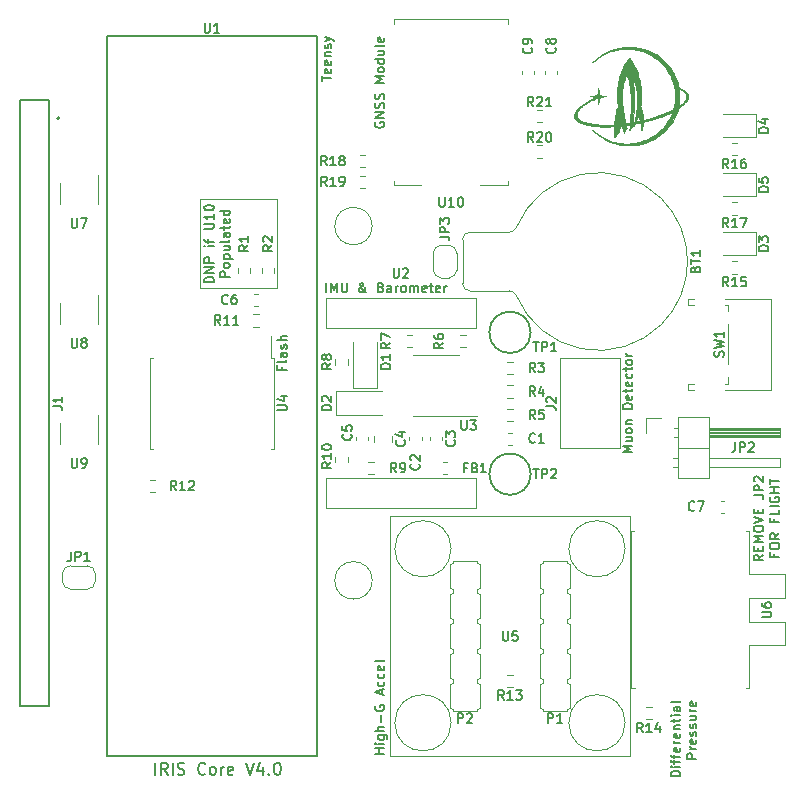
<source format=gbr>
%TF.GenerationSoftware,KiCad,Pcbnew,(5.1.8)-1*%
%TF.CreationDate,2020-11-12T22:30:36-08:00*%
%TF.ProjectId,IRIS-core,49524953-2d63-46f7-9265-2e6b69636164,rev?*%
%TF.SameCoordinates,Original*%
%TF.FileFunction,Legend,Top*%
%TF.FilePolarity,Positive*%
%FSLAX46Y46*%
G04 Gerber Fmt 4.6, Leading zero omitted, Abs format (unit mm)*
G04 Created by KiCad (PCBNEW (5.1.8)-1) date 2020-11-12 22:30:36*
%MOMM*%
%LPD*%
G01*
G04 APERTURE LIST*
%ADD10C,0.150000*%
%ADD11C,0.120000*%
%ADD12C,0.010000*%
%ADD13C,0.200000*%
%ADD14C,0.100000*%
G04 APERTURE END LIST*
D10*
X11714285Y-31452380D02*
X11714285Y-30452380D01*
X12761904Y-31452380D02*
X12428571Y-30976190D01*
X12190476Y-31452380D02*
X12190476Y-30452380D01*
X12571428Y-30452380D01*
X12666666Y-30500000D01*
X12714285Y-30547619D01*
X12761904Y-30642857D01*
X12761904Y-30785714D01*
X12714285Y-30880952D01*
X12666666Y-30928571D01*
X12571428Y-30976190D01*
X12190476Y-30976190D01*
X13190476Y-31452380D02*
X13190476Y-30452380D01*
X13619047Y-31404761D02*
X13761904Y-31452380D01*
X14000000Y-31452380D01*
X14095238Y-31404761D01*
X14142857Y-31357142D01*
X14190476Y-31261904D01*
X14190476Y-31166666D01*
X14142857Y-31071428D01*
X14095238Y-31023809D01*
X14000000Y-30976190D01*
X13809523Y-30928571D01*
X13714285Y-30880952D01*
X13666666Y-30833333D01*
X13619047Y-30738095D01*
X13619047Y-30642857D01*
X13666666Y-30547619D01*
X13714285Y-30500000D01*
X13809523Y-30452380D01*
X14047619Y-30452380D01*
X14190476Y-30500000D01*
X15952380Y-31357142D02*
X15904761Y-31404761D01*
X15761904Y-31452380D01*
X15666666Y-31452380D01*
X15523809Y-31404761D01*
X15428571Y-31309523D01*
X15380952Y-31214285D01*
X15333333Y-31023809D01*
X15333333Y-30880952D01*
X15380952Y-30690476D01*
X15428571Y-30595238D01*
X15523809Y-30500000D01*
X15666666Y-30452380D01*
X15761904Y-30452380D01*
X15904761Y-30500000D01*
X15952380Y-30547619D01*
X16523809Y-31452380D02*
X16428571Y-31404761D01*
X16380952Y-31357142D01*
X16333333Y-31261904D01*
X16333333Y-30976190D01*
X16380952Y-30880952D01*
X16428571Y-30833333D01*
X16523809Y-30785714D01*
X16666666Y-30785714D01*
X16761904Y-30833333D01*
X16809523Y-30880952D01*
X16857142Y-30976190D01*
X16857142Y-31261904D01*
X16809523Y-31357142D01*
X16761904Y-31404761D01*
X16666666Y-31452380D01*
X16523809Y-31452380D01*
X17285714Y-31452380D02*
X17285714Y-30785714D01*
X17285714Y-30976190D02*
X17333333Y-30880952D01*
X17380952Y-30833333D01*
X17476190Y-30785714D01*
X17571428Y-30785714D01*
X18285714Y-31404761D02*
X18190476Y-31452380D01*
X18000000Y-31452380D01*
X17904761Y-31404761D01*
X17857142Y-31309523D01*
X17857142Y-30928571D01*
X17904761Y-30833333D01*
X18000000Y-30785714D01*
X18190476Y-30785714D01*
X18285714Y-30833333D01*
X18333333Y-30928571D01*
X18333333Y-31023809D01*
X17857142Y-31119047D01*
X19380952Y-30452380D02*
X19714285Y-31452380D01*
X20047619Y-30452380D01*
X20809523Y-30785714D02*
X20809523Y-31452380D01*
X20571428Y-30404761D02*
X20333333Y-31119047D01*
X20952380Y-31119047D01*
X21333333Y-31357142D02*
X21380952Y-31404761D01*
X21333333Y-31452380D01*
X21285714Y-31404761D01*
X21333333Y-31357142D01*
X21333333Y-31452380D01*
X22000000Y-30452380D02*
X22095238Y-30452380D01*
X22190476Y-30500000D01*
X22238095Y-30547619D01*
X22285714Y-30642857D01*
X22333333Y-30833333D01*
X22333333Y-31071428D01*
X22285714Y-31261904D01*
X22238095Y-31357142D01*
X22190476Y-31404761D01*
X22095238Y-31452380D01*
X22000000Y-31452380D01*
X21904761Y-31404761D01*
X21857142Y-31357142D01*
X21809523Y-31261904D01*
X21761904Y-31071428D01*
X21761904Y-30833333D01*
X21809523Y-30642857D01*
X21857142Y-30547619D01*
X21904761Y-30500000D01*
X22000000Y-30452380D01*
X16686904Y10261904D02*
X15886904Y10261904D01*
X15886904Y10452380D01*
X15925000Y10566666D01*
X16001190Y10642857D01*
X16077380Y10680952D01*
X16229761Y10719047D01*
X16344047Y10719047D01*
X16496428Y10680952D01*
X16572619Y10642857D01*
X16648809Y10566666D01*
X16686904Y10452380D01*
X16686904Y10261904D01*
X16686904Y11061904D02*
X15886904Y11061904D01*
X16686904Y11519047D01*
X15886904Y11519047D01*
X16686904Y11900000D02*
X15886904Y11900000D01*
X15886904Y12204761D01*
X15925000Y12280952D01*
X15963095Y12319047D01*
X16039285Y12357142D01*
X16153571Y12357142D01*
X16229761Y12319047D01*
X16267857Y12280952D01*
X16305952Y12204761D01*
X16305952Y11900000D01*
X16686904Y13309523D02*
X16153571Y13309523D01*
X15886904Y13309523D02*
X15925000Y13271428D01*
X15963095Y13309523D01*
X15925000Y13347619D01*
X15886904Y13309523D01*
X15963095Y13309523D01*
X16153571Y13576190D02*
X16153571Y13880952D01*
X16686904Y13690476D02*
X16001190Y13690476D01*
X15925000Y13728571D01*
X15886904Y13804761D01*
X15886904Y13880952D01*
X15886904Y14757142D02*
X16534523Y14757142D01*
X16610714Y14795238D01*
X16648809Y14833333D01*
X16686904Y14909523D01*
X16686904Y15061904D01*
X16648809Y15138095D01*
X16610714Y15176190D01*
X16534523Y15214285D01*
X15886904Y15214285D01*
X16686904Y16014285D02*
X16686904Y15557142D01*
X16686904Y15785714D02*
X15886904Y15785714D01*
X16001190Y15709523D01*
X16077380Y15633333D01*
X16115476Y15557142D01*
X15886904Y16509523D02*
X15886904Y16585714D01*
X15925000Y16661904D01*
X15963095Y16700000D01*
X16039285Y16738095D01*
X16191666Y16776190D01*
X16382142Y16776190D01*
X16534523Y16738095D01*
X16610714Y16700000D01*
X16648809Y16661904D01*
X16686904Y16585714D01*
X16686904Y16509523D01*
X16648809Y16433333D01*
X16610714Y16395238D01*
X16534523Y16357142D01*
X16382142Y16319047D01*
X16191666Y16319047D01*
X16039285Y16357142D01*
X15963095Y16395238D01*
X15925000Y16433333D01*
X15886904Y16509523D01*
X18036904Y10700000D02*
X17236904Y10700000D01*
X17236904Y11004761D01*
X17275000Y11080952D01*
X17313095Y11119047D01*
X17389285Y11157142D01*
X17503571Y11157142D01*
X17579761Y11119047D01*
X17617857Y11080952D01*
X17655952Y11004761D01*
X17655952Y10700000D01*
X18036904Y11614285D02*
X17998809Y11538095D01*
X17960714Y11500000D01*
X17884523Y11461904D01*
X17655952Y11461904D01*
X17579761Y11500000D01*
X17541666Y11538095D01*
X17503571Y11614285D01*
X17503571Y11728571D01*
X17541666Y11804761D01*
X17579761Y11842857D01*
X17655952Y11880952D01*
X17884523Y11880952D01*
X17960714Y11842857D01*
X17998809Y11804761D01*
X18036904Y11728571D01*
X18036904Y11614285D01*
X17503571Y12223809D02*
X18303571Y12223809D01*
X17541666Y12223809D02*
X17503571Y12300000D01*
X17503571Y12452380D01*
X17541666Y12528571D01*
X17579761Y12566666D01*
X17655952Y12604761D01*
X17884523Y12604761D01*
X17960714Y12566666D01*
X17998809Y12528571D01*
X18036904Y12452380D01*
X18036904Y12300000D01*
X17998809Y12223809D01*
X17503571Y13290476D02*
X18036904Y13290476D01*
X17503571Y12947619D02*
X17922619Y12947619D01*
X17998809Y12985714D01*
X18036904Y13061904D01*
X18036904Y13176190D01*
X17998809Y13252380D01*
X17960714Y13290476D01*
X18036904Y13785714D02*
X17998809Y13709523D01*
X17922619Y13671428D01*
X17236904Y13671428D01*
X18036904Y14433333D02*
X17617857Y14433333D01*
X17541666Y14395238D01*
X17503571Y14319047D01*
X17503571Y14166666D01*
X17541666Y14090476D01*
X17998809Y14433333D02*
X18036904Y14357142D01*
X18036904Y14166666D01*
X17998809Y14090476D01*
X17922619Y14052380D01*
X17846428Y14052380D01*
X17770238Y14090476D01*
X17732142Y14166666D01*
X17732142Y14357142D01*
X17694047Y14433333D01*
X17503571Y14700000D02*
X17503571Y15004761D01*
X17236904Y14814285D02*
X17922619Y14814285D01*
X17998809Y14852380D01*
X18036904Y14928571D01*
X18036904Y15004761D01*
X17998809Y15576190D02*
X18036904Y15500000D01*
X18036904Y15347619D01*
X17998809Y15271428D01*
X17922619Y15233333D01*
X17617857Y15233333D01*
X17541666Y15271428D01*
X17503571Y15347619D01*
X17503571Y15500000D01*
X17541666Y15576190D01*
X17617857Y15614285D01*
X17694047Y15614285D01*
X17770238Y15233333D01*
X18036904Y16300000D02*
X17236904Y16300000D01*
X17998809Y16300000D02*
X18036904Y16223809D01*
X18036904Y16071428D01*
X17998809Y15995238D01*
X17960714Y15957142D01*
X17884523Y15919047D01*
X17655952Y15919047D01*
X17579761Y15957142D01*
X17541666Y15995238D01*
X17503571Y16071428D01*
X17503571Y16223809D01*
X17541666Y16300000D01*
D11*
X15500000Y9750000D02*
X17750000Y9750000D01*
X15500000Y17250000D02*
X15500000Y9750000D01*
X22000000Y17250000D02*
X15500000Y17250000D01*
X22000000Y9750000D02*
X22000000Y17250000D01*
X17750000Y9750000D02*
X22000000Y9750000D01*
D10*
X52111904Y-4152380D02*
X51311904Y-4152380D01*
X51883333Y-3885714D01*
X51311904Y-3619047D01*
X52111904Y-3619047D01*
X51578571Y-2895238D02*
X52111904Y-2895238D01*
X51578571Y-3238095D02*
X51997619Y-3238095D01*
X52073809Y-3200000D01*
X52111904Y-3123809D01*
X52111904Y-3009523D01*
X52073809Y-2933333D01*
X52035714Y-2895238D01*
X52111904Y-2400000D02*
X52073809Y-2476190D01*
X52035714Y-2514285D01*
X51959523Y-2552380D01*
X51730952Y-2552380D01*
X51654761Y-2514285D01*
X51616666Y-2476190D01*
X51578571Y-2400000D01*
X51578571Y-2285714D01*
X51616666Y-2209523D01*
X51654761Y-2171428D01*
X51730952Y-2133333D01*
X51959523Y-2133333D01*
X52035714Y-2171428D01*
X52073809Y-2209523D01*
X52111904Y-2285714D01*
X52111904Y-2400000D01*
X51578571Y-1790476D02*
X52111904Y-1790476D01*
X51654761Y-1790476D02*
X51616666Y-1752380D01*
X51578571Y-1676190D01*
X51578571Y-1561904D01*
X51616666Y-1485714D01*
X51692857Y-1447619D01*
X52111904Y-1447619D01*
X52111904Y-457142D02*
X51311904Y-457142D01*
X51311904Y-266666D01*
X51350000Y-152380D01*
X51426190Y-76190D01*
X51502380Y-38095D01*
X51654761Y0D01*
X51769047Y0D01*
X51921428Y-38095D01*
X51997619Y-76190D01*
X52073809Y-152380D01*
X52111904Y-266666D01*
X52111904Y-457142D01*
X52073809Y647619D02*
X52111904Y571428D01*
X52111904Y419047D01*
X52073809Y342857D01*
X51997619Y304761D01*
X51692857Y304761D01*
X51616666Y342857D01*
X51578571Y419047D01*
X51578571Y571428D01*
X51616666Y647619D01*
X51692857Y685714D01*
X51769047Y685714D01*
X51845238Y304761D01*
X51578571Y914285D02*
X51578571Y1219047D01*
X51311904Y1028571D02*
X51997619Y1028571D01*
X52073809Y1066666D01*
X52111904Y1142857D01*
X52111904Y1219047D01*
X52073809Y1790476D02*
X52111904Y1714285D01*
X52111904Y1561904D01*
X52073809Y1485714D01*
X51997619Y1447619D01*
X51692857Y1447619D01*
X51616666Y1485714D01*
X51578571Y1561904D01*
X51578571Y1714285D01*
X51616666Y1790476D01*
X51692857Y1828571D01*
X51769047Y1828571D01*
X51845238Y1447619D01*
X52073809Y2514285D02*
X52111904Y2438095D01*
X52111904Y2285714D01*
X52073809Y2209523D01*
X52035714Y2171428D01*
X51959523Y2133333D01*
X51730952Y2133333D01*
X51654761Y2171428D01*
X51616666Y2209523D01*
X51578571Y2285714D01*
X51578571Y2438095D01*
X51616666Y2514285D01*
X51578571Y2742857D02*
X51578571Y3047619D01*
X51311904Y2857142D02*
X51997619Y2857142D01*
X52073809Y2895238D01*
X52111904Y2971428D01*
X52111904Y3047619D01*
X52111904Y3428571D02*
X52073809Y3352380D01*
X52035714Y3314285D01*
X51959523Y3276190D01*
X51730952Y3276190D01*
X51654761Y3314285D01*
X51616666Y3352380D01*
X51578571Y3428571D01*
X51578571Y3542857D01*
X51616666Y3619047D01*
X51654761Y3657142D01*
X51730952Y3695238D01*
X51959523Y3695238D01*
X52035714Y3657142D01*
X52073809Y3619047D01*
X52111904Y3542857D01*
X52111904Y3428571D01*
X52111904Y4038095D02*
X51578571Y4038095D01*
X51730952Y4038095D02*
X51654761Y4076190D01*
X51616666Y4114285D01*
X51578571Y4190476D01*
X51578571Y4266666D01*
X25811904Y27266785D02*
X25811904Y27723928D01*
X26611904Y27495357D02*
X25811904Y27495357D01*
X26573809Y28295357D02*
X26611904Y28219166D01*
X26611904Y28066785D01*
X26573809Y27990595D01*
X26497619Y27952500D01*
X26192857Y27952500D01*
X26116666Y27990595D01*
X26078571Y28066785D01*
X26078571Y28219166D01*
X26116666Y28295357D01*
X26192857Y28333452D01*
X26269047Y28333452D01*
X26345238Y27952500D01*
X26573809Y28981071D02*
X26611904Y28904880D01*
X26611904Y28752500D01*
X26573809Y28676309D01*
X26497619Y28638214D01*
X26192857Y28638214D01*
X26116666Y28676309D01*
X26078571Y28752500D01*
X26078571Y28904880D01*
X26116666Y28981071D01*
X26192857Y29019166D01*
X26269047Y29019166D01*
X26345238Y28638214D01*
X26078571Y29362023D02*
X26611904Y29362023D01*
X26154761Y29362023D02*
X26116666Y29400119D01*
X26078571Y29476309D01*
X26078571Y29590595D01*
X26116666Y29666785D01*
X26192857Y29704880D01*
X26611904Y29704880D01*
X26573809Y30047738D02*
X26611904Y30123928D01*
X26611904Y30276309D01*
X26573809Y30352500D01*
X26497619Y30390595D01*
X26459523Y30390595D01*
X26383333Y30352500D01*
X26345238Y30276309D01*
X26345238Y30162023D01*
X26307142Y30085833D01*
X26230952Y30047738D01*
X26192857Y30047738D01*
X26116666Y30085833D01*
X26078571Y30162023D01*
X26078571Y30276309D01*
X26116666Y30352500D01*
X26078571Y30657261D02*
X26611904Y30847738D01*
X26078571Y31038214D02*
X26611904Y30847738D01*
X26802380Y30771547D01*
X26840476Y30733452D01*
X26878571Y30657261D01*
X56186904Y-31573690D02*
X55386904Y-31573690D01*
X55386904Y-31383214D01*
X55425000Y-31268928D01*
X55501190Y-31192738D01*
X55577380Y-31154642D01*
X55729761Y-31116547D01*
X55844047Y-31116547D01*
X55996428Y-31154642D01*
X56072619Y-31192738D01*
X56148809Y-31268928D01*
X56186904Y-31383214D01*
X56186904Y-31573690D01*
X56186904Y-30773690D02*
X55653571Y-30773690D01*
X55386904Y-30773690D02*
X55425000Y-30811785D01*
X55463095Y-30773690D01*
X55425000Y-30735595D01*
X55386904Y-30773690D01*
X55463095Y-30773690D01*
X55653571Y-30507023D02*
X55653571Y-30202261D01*
X56186904Y-30392738D02*
X55501190Y-30392738D01*
X55425000Y-30354642D01*
X55386904Y-30278452D01*
X55386904Y-30202261D01*
X55653571Y-30049880D02*
X55653571Y-29745119D01*
X56186904Y-29935595D02*
X55501190Y-29935595D01*
X55425000Y-29897500D01*
X55386904Y-29821309D01*
X55386904Y-29745119D01*
X56148809Y-29173690D02*
X56186904Y-29249880D01*
X56186904Y-29402261D01*
X56148809Y-29478452D01*
X56072619Y-29516547D01*
X55767857Y-29516547D01*
X55691666Y-29478452D01*
X55653571Y-29402261D01*
X55653571Y-29249880D01*
X55691666Y-29173690D01*
X55767857Y-29135595D01*
X55844047Y-29135595D01*
X55920238Y-29516547D01*
X56186904Y-28792738D02*
X55653571Y-28792738D01*
X55805952Y-28792738D02*
X55729761Y-28754642D01*
X55691666Y-28716547D01*
X55653571Y-28640357D01*
X55653571Y-28564166D01*
X56148809Y-27992738D02*
X56186904Y-28068928D01*
X56186904Y-28221309D01*
X56148809Y-28297500D01*
X56072619Y-28335595D01*
X55767857Y-28335595D01*
X55691666Y-28297500D01*
X55653571Y-28221309D01*
X55653571Y-28068928D01*
X55691666Y-27992738D01*
X55767857Y-27954642D01*
X55844047Y-27954642D01*
X55920238Y-28335595D01*
X55653571Y-27611785D02*
X56186904Y-27611785D01*
X55729761Y-27611785D02*
X55691666Y-27573690D01*
X55653571Y-27497500D01*
X55653571Y-27383214D01*
X55691666Y-27307023D01*
X55767857Y-27268928D01*
X56186904Y-27268928D01*
X55653571Y-27002261D02*
X55653571Y-26697500D01*
X55386904Y-26887976D02*
X56072619Y-26887976D01*
X56148809Y-26849880D01*
X56186904Y-26773690D01*
X56186904Y-26697500D01*
X56186904Y-26430833D02*
X55653571Y-26430833D01*
X55386904Y-26430833D02*
X55425000Y-26468928D01*
X55463095Y-26430833D01*
X55425000Y-26392738D01*
X55386904Y-26430833D01*
X55463095Y-26430833D01*
X56186904Y-25707023D02*
X55767857Y-25707023D01*
X55691666Y-25745119D01*
X55653571Y-25821309D01*
X55653571Y-25973690D01*
X55691666Y-26049880D01*
X56148809Y-25707023D02*
X56186904Y-25783214D01*
X56186904Y-25973690D01*
X56148809Y-26049880D01*
X56072619Y-26087976D01*
X55996428Y-26087976D01*
X55920238Y-26049880D01*
X55882142Y-25973690D01*
X55882142Y-25783214D01*
X55844047Y-25707023D01*
X56186904Y-25211785D02*
X56148809Y-25287976D01*
X56072619Y-25326071D01*
X55386904Y-25326071D01*
X57536904Y-30087976D02*
X56736904Y-30087976D01*
X56736904Y-29783214D01*
X56775000Y-29707023D01*
X56813095Y-29668928D01*
X56889285Y-29630833D01*
X57003571Y-29630833D01*
X57079761Y-29668928D01*
X57117857Y-29707023D01*
X57155952Y-29783214D01*
X57155952Y-30087976D01*
X57536904Y-29287976D02*
X57003571Y-29287976D01*
X57155952Y-29287976D02*
X57079761Y-29249880D01*
X57041666Y-29211785D01*
X57003571Y-29135595D01*
X57003571Y-29059404D01*
X57498809Y-28487976D02*
X57536904Y-28564166D01*
X57536904Y-28716547D01*
X57498809Y-28792738D01*
X57422619Y-28830833D01*
X57117857Y-28830833D01*
X57041666Y-28792738D01*
X57003571Y-28716547D01*
X57003571Y-28564166D01*
X57041666Y-28487976D01*
X57117857Y-28449880D01*
X57194047Y-28449880D01*
X57270238Y-28830833D01*
X57498809Y-28145119D02*
X57536904Y-28068928D01*
X57536904Y-27916547D01*
X57498809Y-27840357D01*
X57422619Y-27802261D01*
X57384523Y-27802261D01*
X57308333Y-27840357D01*
X57270238Y-27916547D01*
X57270238Y-28030833D01*
X57232142Y-28107023D01*
X57155952Y-28145119D01*
X57117857Y-28145119D01*
X57041666Y-28107023D01*
X57003571Y-28030833D01*
X57003571Y-27916547D01*
X57041666Y-27840357D01*
X57498809Y-27497500D02*
X57536904Y-27421309D01*
X57536904Y-27268928D01*
X57498809Y-27192738D01*
X57422619Y-27154642D01*
X57384523Y-27154642D01*
X57308333Y-27192738D01*
X57270238Y-27268928D01*
X57270238Y-27383214D01*
X57232142Y-27459404D01*
X57155952Y-27497500D01*
X57117857Y-27497500D01*
X57041666Y-27459404D01*
X57003571Y-27383214D01*
X57003571Y-27268928D01*
X57041666Y-27192738D01*
X57003571Y-26468928D02*
X57536904Y-26468928D01*
X57003571Y-26811785D02*
X57422619Y-26811785D01*
X57498809Y-26773690D01*
X57536904Y-26697500D01*
X57536904Y-26583214D01*
X57498809Y-26507023D01*
X57460714Y-26468928D01*
X57536904Y-26087976D02*
X57003571Y-26087976D01*
X57155952Y-26087976D02*
X57079761Y-26049880D01*
X57041666Y-26011785D01*
X57003571Y-25935595D01*
X57003571Y-25859404D01*
X57498809Y-25287976D02*
X57536904Y-25364166D01*
X57536904Y-25516547D01*
X57498809Y-25592738D01*
X57422619Y-25630833D01*
X57117857Y-25630833D01*
X57041666Y-25592738D01*
X57003571Y-25516547D01*
X57003571Y-25364166D01*
X57041666Y-25287976D01*
X57117857Y-25249880D01*
X57194047Y-25249880D01*
X57270238Y-25630833D01*
X22442857Y3107142D02*
X22442857Y2840476D01*
X22861904Y2840476D02*
X22061904Y2840476D01*
X22061904Y3221428D01*
X22861904Y3640476D02*
X22823809Y3564285D01*
X22747619Y3526190D01*
X22061904Y3526190D01*
X22861904Y4288095D02*
X22442857Y4288095D01*
X22366666Y4250000D01*
X22328571Y4173809D01*
X22328571Y4021428D01*
X22366666Y3945238D01*
X22823809Y4288095D02*
X22861904Y4211904D01*
X22861904Y4021428D01*
X22823809Y3945238D01*
X22747619Y3907142D01*
X22671428Y3907142D01*
X22595238Y3945238D01*
X22557142Y4021428D01*
X22557142Y4211904D01*
X22519047Y4288095D01*
X22823809Y4630952D02*
X22861904Y4707142D01*
X22861904Y4859523D01*
X22823809Y4935714D01*
X22747619Y4973809D01*
X22709523Y4973809D01*
X22633333Y4935714D01*
X22595238Y4859523D01*
X22595238Y4745238D01*
X22557142Y4669047D01*
X22480952Y4630952D01*
X22442857Y4630952D01*
X22366666Y4669047D01*
X22328571Y4745238D01*
X22328571Y4859523D01*
X22366666Y4935714D01*
X22861904Y5316666D02*
X22061904Y5316666D01*
X22861904Y5659523D02*
X22442857Y5659523D01*
X22366666Y5621428D01*
X22328571Y5545238D01*
X22328571Y5430952D01*
X22366666Y5354761D01*
X22404761Y5316666D01*
X26202380Y9388095D02*
X26202380Y10188095D01*
X26583333Y9388095D02*
X26583333Y10188095D01*
X26850000Y9616666D01*
X27116666Y10188095D01*
X27116666Y9388095D01*
X27497619Y10188095D02*
X27497619Y9540476D01*
X27535714Y9464285D01*
X27573809Y9426190D01*
X27650000Y9388095D01*
X27802380Y9388095D01*
X27878571Y9426190D01*
X27916666Y9464285D01*
X27954761Y9540476D01*
X27954761Y10188095D01*
X29592857Y9388095D02*
X29554761Y9388095D01*
X29478571Y9426190D01*
X29364285Y9540476D01*
X29173809Y9769047D01*
X29097619Y9883333D01*
X29059523Y9997619D01*
X29059523Y10073809D01*
X29097619Y10150000D01*
X29173809Y10188095D01*
X29211904Y10188095D01*
X29288095Y10150000D01*
X29326190Y10073809D01*
X29326190Y10035714D01*
X29288095Y9959523D01*
X29250000Y9921428D01*
X29021428Y9769047D01*
X28983333Y9730952D01*
X28945238Y9654761D01*
X28945238Y9540476D01*
X28983333Y9464285D01*
X29021428Y9426190D01*
X29097619Y9388095D01*
X29211904Y9388095D01*
X29288095Y9426190D01*
X29326190Y9464285D01*
X29440476Y9616666D01*
X29478571Y9730952D01*
X29478571Y9807142D01*
X30811904Y9807142D02*
X30926190Y9769047D01*
X30964285Y9730952D01*
X31002380Y9654761D01*
X31002380Y9540476D01*
X30964285Y9464285D01*
X30926190Y9426190D01*
X30850000Y9388095D01*
X30545238Y9388095D01*
X30545238Y10188095D01*
X30811904Y10188095D01*
X30888095Y10150000D01*
X30926190Y10111904D01*
X30964285Y10035714D01*
X30964285Y9959523D01*
X30926190Y9883333D01*
X30888095Y9845238D01*
X30811904Y9807142D01*
X30545238Y9807142D01*
X31688095Y9388095D02*
X31688095Y9807142D01*
X31650000Y9883333D01*
X31573809Y9921428D01*
X31421428Y9921428D01*
X31345238Y9883333D01*
X31688095Y9426190D02*
X31611904Y9388095D01*
X31421428Y9388095D01*
X31345238Y9426190D01*
X31307142Y9502380D01*
X31307142Y9578571D01*
X31345238Y9654761D01*
X31421428Y9692857D01*
X31611904Y9692857D01*
X31688095Y9730952D01*
X32069047Y9388095D02*
X32069047Y9921428D01*
X32069047Y9769047D02*
X32107142Y9845238D01*
X32145238Y9883333D01*
X32221428Y9921428D01*
X32297619Y9921428D01*
X32678571Y9388095D02*
X32602380Y9426190D01*
X32564285Y9464285D01*
X32526190Y9540476D01*
X32526190Y9769047D01*
X32564285Y9845238D01*
X32602380Y9883333D01*
X32678571Y9921428D01*
X32792857Y9921428D01*
X32869047Y9883333D01*
X32907142Y9845238D01*
X32945238Y9769047D01*
X32945238Y9540476D01*
X32907142Y9464285D01*
X32869047Y9426190D01*
X32792857Y9388095D01*
X32678571Y9388095D01*
X33288095Y9388095D02*
X33288095Y9921428D01*
X33288095Y9845238D02*
X33326190Y9883333D01*
X33402380Y9921428D01*
X33516666Y9921428D01*
X33592857Y9883333D01*
X33630952Y9807142D01*
X33630952Y9388095D01*
X33630952Y9807142D02*
X33669047Y9883333D01*
X33745238Y9921428D01*
X33859523Y9921428D01*
X33935714Y9883333D01*
X33973809Y9807142D01*
X33973809Y9388095D01*
X34659523Y9426190D02*
X34583333Y9388095D01*
X34430952Y9388095D01*
X34354761Y9426190D01*
X34316666Y9502380D01*
X34316666Y9807142D01*
X34354761Y9883333D01*
X34430952Y9921428D01*
X34583333Y9921428D01*
X34659523Y9883333D01*
X34697619Y9807142D01*
X34697619Y9730952D01*
X34316666Y9654761D01*
X34926190Y9921428D02*
X35230952Y9921428D01*
X35040476Y10188095D02*
X35040476Y9502380D01*
X35078571Y9426190D01*
X35154761Y9388095D01*
X35230952Y9388095D01*
X35802380Y9426190D02*
X35726190Y9388095D01*
X35573809Y9388095D01*
X35497619Y9426190D01*
X35459523Y9502380D01*
X35459523Y9807142D01*
X35497619Y9883333D01*
X35573809Y9921428D01*
X35726190Y9921428D01*
X35802380Y9883333D01*
X35840476Y9807142D01*
X35840476Y9730952D01*
X35459523Y9654761D01*
X36183333Y9388095D02*
X36183333Y9921428D01*
X36183333Y9769047D02*
X36221428Y9845238D01*
X36259523Y9883333D01*
X36335714Y9921428D01*
X36411904Y9921428D01*
X30350000Y23800119D02*
X30311904Y23723928D01*
X30311904Y23609642D01*
X30350000Y23495357D01*
X30426190Y23419166D01*
X30502380Y23381071D01*
X30654761Y23342976D01*
X30769047Y23342976D01*
X30921428Y23381071D01*
X30997619Y23419166D01*
X31073809Y23495357D01*
X31111904Y23609642D01*
X31111904Y23685833D01*
X31073809Y23800119D01*
X31035714Y23838214D01*
X30769047Y23838214D01*
X30769047Y23685833D01*
X31111904Y24181071D02*
X30311904Y24181071D01*
X31111904Y24638214D01*
X30311904Y24638214D01*
X31073809Y24981071D02*
X31111904Y25095357D01*
X31111904Y25285833D01*
X31073809Y25362023D01*
X31035714Y25400119D01*
X30959523Y25438214D01*
X30883333Y25438214D01*
X30807142Y25400119D01*
X30769047Y25362023D01*
X30730952Y25285833D01*
X30692857Y25133452D01*
X30654761Y25057261D01*
X30616666Y25019166D01*
X30540476Y24981071D01*
X30464285Y24981071D01*
X30388095Y25019166D01*
X30350000Y25057261D01*
X30311904Y25133452D01*
X30311904Y25323928D01*
X30350000Y25438214D01*
X31073809Y25742976D02*
X31111904Y25857261D01*
X31111904Y26047738D01*
X31073809Y26123928D01*
X31035714Y26162023D01*
X30959523Y26200119D01*
X30883333Y26200119D01*
X30807142Y26162023D01*
X30769047Y26123928D01*
X30730952Y26047738D01*
X30692857Y25895357D01*
X30654761Y25819166D01*
X30616666Y25781071D01*
X30540476Y25742976D01*
X30464285Y25742976D01*
X30388095Y25781071D01*
X30350000Y25819166D01*
X30311904Y25895357D01*
X30311904Y26085833D01*
X30350000Y26200119D01*
X31111904Y27152500D02*
X30311904Y27152500D01*
X30883333Y27419166D01*
X30311904Y27685833D01*
X31111904Y27685833D01*
X31111904Y28181071D02*
X31073809Y28104880D01*
X31035714Y28066785D01*
X30959523Y28028690D01*
X30730952Y28028690D01*
X30654761Y28066785D01*
X30616666Y28104880D01*
X30578571Y28181071D01*
X30578571Y28295357D01*
X30616666Y28371547D01*
X30654761Y28409642D01*
X30730952Y28447738D01*
X30959523Y28447738D01*
X31035714Y28409642D01*
X31073809Y28371547D01*
X31111904Y28295357D01*
X31111904Y28181071D01*
X31111904Y29133452D02*
X30311904Y29133452D01*
X31073809Y29133452D02*
X31111904Y29057261D01*
X31111904Y28904880D01*
X31073809Y28828690D01*
X31035714Y28790595D01*
X30959523Y28752500D01*
X30730952Y28752500D01*
X30654761Y28790595D01*
X30616666Y28828690D01*
X30578571Y28904880D01*
X30578571Y29057261D01*
X30616666Y29133452D01*
X30578571Y29857261D02*
X31111904Y29857261D01*
X30578571Y29514404D02*
X30997619Y29514404D01*
X31073809Y29552500D01*
X31111904Y29628690D01*
X31111904Y29742976D01*
X31073809Y29819166D01*
X31035714Y29857261D01*
X31111904Y30352500D02*
X31073809Y30276309D01*
X30997619Y30238214D01*
X30311904Y30238214D01*
X31073809Y30962023D02*
X31111904Y30885833D01*
X31111904Y30733452D01*
X31073809Y30657261D01*
X30997619Y30619166D01*
X30692857Y30619166D01*
X30616666Y30657261D01*
X30578571Y30733452D01*
X30578571Y30885833D01*
X30616666Y30962023D01*
X30692857Y31000119D01*
X30769047Y31000119D01*
X30845238Y30619166D01*
X31111904Y-29673809D02*
X30311904Y-29673809D01*
X30692857Y-29673809D02*
X30692857Y-29216666D01*
X31111904Y-29216666D02*
X30311904Y-29216666D01*
X31111904Y-28835714D02*
X30578571Y-28835714D01*
X30311904Y-28835714D02*
X30350000Y-28873809D01*
X30388095Y-28835714D01*
X30350000Y-28797619D01*
X30311904Y-28835714D01*
X30388095Y-28835714D01*
X30578571Y-28111904D02*
X31226190Y-28111904D01*
X31302380Y-28150000D01*
X31340476Y-28188095D01*
X31378571Y-28264285D01*
X31378571Y-28378571D01*
X31340476Y-28454761D01*
X31073809Y-28111904D02*
X31111904Y-28188095D01*
X31111904Y-28340476D01*
X31073809Y-28416666D01*
X31035714Y-28454761D01*
X30959523Y-28492857D01*
X30730952Y-28492857D01*
X30654761Y-28454761D01*
X30616666Y-28416666D01*
X30578571Y-28340476D01*
X30578571Y-28188095D01*
X30616666Y-28111904D01*
X31111904Y-27730952D02*
X30311904Y-27730952D01*
X31111904Y-27388095D02*
X30692857Y-27388095D01*
X30616666Y-27426190D01*
X30578571Y-27502380D01*
X30578571Y-27616666D01*
X30616666Y-27692857D01*
X30654761Y-27730952D01*
X30807142Y-27007142D02*
X30807142Y-26397619D01*
X30350000Y-25597619D02*
X30311904Y-25673809D01*
X30311904Y-25788095D01*
X30350000Y-25902380D01*
X30426190Y-25978571D01*
X30502380Y-26016666D01*
X30654761Y-26054761D01*
X30769047Y-26054761D01*
X30921428Y-26016666D01*
X30997619Y-25978571D01*
X31073809Y-25902380D01*
X31111904Y-25788095D01*
X31111904Y-25711904D01*
X31073809Y-25597619D01*
X31035714Y-25559523D01*
X30769047Y-25559523D01*
X30769047Y-25711904D01*
X30883333Y-24645238D02*
X30883333Y-24264285D01*
X31111904Y-24721428D02*
X30311904Y-24454761D01*
X31111904Y-24188095D01*
X31073809Y-23578571D02*
X31111904Y-23654761D01*
X31111904Y-23807142D01*
X31073809Y-23883333D01*
X31035714Y-23921428D01*
X30959523Y-23959523D01*
X30730952Y-23959523D01*
X30654761Y-23921428D01*
X30616666Y-23883333D01*
X30578571Y-23807142D01*
X30578571Y-23654761D01*
X30616666Y-23578571D01*
X31073809Y-22892857D02*
X31111904Y-22969047D01*
X31111904Y-23121428D01*
X31073809Y-23197619D01*
X31035714Y-23235714D01*
X30959523Y-23273809D01*
X30730952Y-23273809D01*
X30654761Y-23235714D01*
X30616666Y-23197619D01*
X30578571Y-23121428D01*
X30578571Y-22969047D01*
X30616666Y-22892857D01*
X31073809Y-22245238D02*
X31111904Y-22321428D01*
X31111904Y-22473809D01*
X31073809Y-22550000D01*
X30997619Y-22588095D01*
X30692857Y-22588095D01*
X30616666Y-22550000D01*
X30578571Y-22473809D01*
X30578571Y-22321428D01*
X30616666Y-22245238D01*
X30692857Y-22207142D01*
X30769047Y-22207142D01*
X30845238Y-22588095D01*
X31111904Y-21750000D02*
X31073809Y-21826190D01*
X30997619Y-21864285D01*
X30311904Y-21864285D01*
X63186904Y-12835714D02*
X62805952Y-13102380D01*
X63186904Y-13292857D02*
X62386904Y-13292857D01*
X62386904Y-12988095D01*
X62425000Y-12911904D01*
X62463095Y-12873809D01*
X62539285Y-12835714D01*
X62653571Y-12835714D01*
X62729761Y-12873809D01*
X62767857Y-12911904D01*
X62805952Y-12988095D01*
X62805952Y-13292857D01*
X62767857Y-12492857D02*
X62767857Y-12226190D01*
X63186904Y-12111904D02*
X63186904Y-12492857D01*
X62386904Y-12492857D01*
X62386904Y-12111904D01*
X63186904Y-11769047D02*
X62386904Y-11769047D01*
X62958333Y-11502380D01*
X62386904Y-11235714D01*
X63186904Y-11235714D01*
X62386904Y-10702380D02*
X62386904Y-10550000D01*
X62425000Y-10473809D01*
X62501190Y-10397619D01*
X62653571Y-10359523D01*
X62920238Y-10359523D01*
X63072619Y-10397619D01*
X63148809Y-10473809D01*
X63186904Y-10550000D01*
X63186904Y-10702380D01*
X63148809Y-10778571D01*
X63072619Y-10854761D01*
X62920238Y-10892857D01*
X62653571Y-10892857D01*
X62501190Y-10854761D01*
X62425000Y-10778571D01*
X62386904Y-10702380D01*
X62386904Y-10130952D02*
X63186904Y-9864285D01*
X62386904Y-9597619D01*
X62767857Y-9330952D02*
X62767857Y-9064285D01*
X63186904Y-8950000D02*
X63186904Y-9330952D01*
X62386904Y-9330952D01*
X62386904Y-8950000D01*
X62386904Y-7769047D02*
X62958333Y-7769047D01*
X63072619Y-7807142D01*
X63148809Y-7883333D01*
X63186904Y-7997619D01*
X63186904Y-8073809D01*
X63186904Y-7388095D02*
X62386904Y-7388095D01*
X62386904Y-7083333D01*
X62425000Y-7007142D01*
X62463095Y-6969047D01*
X62539285Y-6930952D01*
X62653571Y-6930952D01*
X62729761Y-6969047D01*
X62767857Y-7007142D01*
X62805952Y-7083333D01*
X62805952Y-7388095D01*
X62463095Y-6626190D02*
X62425000Y-6588095D01*
X62386904Y-6511904D01*
X62386904Y-6321428D01*
X62425000Y-6245238D01*
X62463095Y-6207142D01*
X62539285Y-6169047D01*
X62615476Y-6169047D01*
X62729761Y-6207142D01*
X63186904Y-6664285D01*
X63186904Y-6169047D01*
X64117857Y-12740476D02*
X64117857Y-13007142D01*
X64536904Y-13007142D02*
X63736904Y-13007142D01*
X63736904Y-12626190D01*
X63736904Y-12169047D02*
X63736904Y-12016666D01*
X63775000Y-11940476D01*
X63851190Y-11864285D01*
X64003571Y-11826190D01*
X64270238Y-11826190D01*
X64422619Y-11864285D01*
X64498809Y-11940476D01*
X64536904Y-12016666D01*
X64536904Y-12169047D01*
X64498809Y-12245238D01*
X64422619Y-12321428D01*
X64270238Y-12359523D01*
X64003571Y-12359523D01*
X63851190Y-12321428D01*
X63775000Y-12245238D01*
X63736904Y-12169047D01*
X64536904Y-11026190D02*
X64155952Y-11292857D01*
X64536904Y-11483333D02*
X63736904Y-11483333D01*
X63736904Y-11178571D01*
X63775000Y-11102380D01*
X63813095Y-11064285D01*
X63889285Y-11026190D01*
X64003571Y-11026190D01*
X64079761Y-11064285D01*
X64117857Y-11102380D01*
X64155952Y-11178571D01*
X64155952Y-11483333D01*
X64117857Y-9807142D02*
X64117857Y-10073809D01*
X64536904Y-10073809D02*
X63736904Y-10073809D01*
X63736904Y-9692857D01*
X64536904Y-9007142D02*
X64536904Y-9388095D01*
X63736904Y-9388095D01*
X64536904Y-8740476D02*
X63736904Y-8740476D01*
X63775000Y-7940476D02*
X63736904Y-8016666D01*
X63736904Y-8130952D01*
X63775000Y-8245238D01*
X63851190Y-8321428D01*
X63927380Y-8359523D01*
X64079761Y-8397619D01*
X64194047Y-8397619D01*
X64346428Y-8359523D01*
X64422619Y-8321428D01*
X64498809Y-8245238D01*
X64536904Y-8130952D01*
X64536904Y-8054761D01*
X64498809Y-7940476D01*
X64460714Y-7902380D01*
X64194047Y-7902380D01*
X64194047Y-8054761D01*
X64536904Y-7559523D02*
X63736904Y-7559523D01*
X64117857Y-7559523D02*
X64117857Y-7102380D01*
X64536904Y-7102380D02*
X63736904Y-7102380D01*
X63736904Y-6835714D02*
X63736904Y-6378571D01*
X64536904Y-6607142D02*
X63736904Y-6607142D01*
D12*
%TO.C,G\u002A\u002A\u002A*%
G36*
X51901534Y30168082D02*
G01*
X51956973Y30167861D01*
X52005261Y30167406D01*
X52047901Y30166647D01*
X52086399Y30165512D01*
X52122258Y30163932D01*
X52156983Y30161835D01*
X52192078Y30159151D01*
X52229046Y30155809D01*
X52269393Y30151738D01*
X52314622Y30146869D01*
X52332740Y30144867D01*
X52538164Y30117007D01*
X52741325Y30079353D01*
X52941888Y30032069D01*
X53139515Y29975318D01*
X53333871Y29909262D01*
X53524620Y29834065D01*
X53711426Y29749890D01*
X53893954Y29656900D01*
X54071867Y29555257D01*
X54244830Y29445125D01*
X54412507Y29326667D01*
X54574561Y29200046D01*
X54730657Y29065425D01*
X54880460Y28922966D01*
X54908343Y28894864D01*
X55044866Y28749948D01*
X55172020Y28602346D01*
X55290434Y28451176D01*
X55400737Y28295556D01*
X55503559Y28134604D01*
X55599529Y27967437D01*
X55678018Y27816100D01*
X55761250Y27637127D01*
X55835860Y27454451D01*
X55901522Y27269038D01*
X55957910Y27081856D01*
X56004699Y26893871D01*
X56029001Y26775984D01*
X56046089Y26685827D01*
X56079174Y26675039D01*
X56117876Y26661554D01*
X56162531Y26644568D01*
X56210113Y26625325D01*
X56257590Y26605071D01*
X56301935Y26585051D01*
X56325620Y26573747D01*
X56398104Y26536409D01*
X56462288Y26499194D01*
X56519944Y26460894D01*
X56572845Y26420297D01*
X56622761Y26376195D01*
X56641354Y26358228D01*
X56689579Y26306836D01*
X56729034Y26256249D01*
X56760781Y26204725D01*
X56785886Y26150518D01*
X56805412Y26091885D01*
X56806684Y26087252D01*
X56812697Y26056710D01*
X56816597Y26019306D01*
X56818354Y25978119D01*
X56817939Y25936230D01*
X56815323Y25896720D01*
X56810477Y25862670D01*
X56808879Y25855220D01*
X56785846Y25777104D01*
X56753213Y25698839D01*
X56710923Y25620365D01*
X56658923Y25541622D01*
X56597159Y25462548D01*
X56525576Y25383082D01*
X56444121Y25303164D01*
X56352740Y25222732D01*
X56251378Y25141726D01*
X56139980Y25060085D01*
X56042997Y24993874D01*
X55965737Y24942670D01*
X55939000Y24850305D01*
X55879151Y24661584D01*
X55809577Y24475016D01*
X55730608Y24291274D01*
X55642570Y24111034D01*
X55545790Y23934971D01*
X55440598Y23763758D01*
X55337560Y23612349D01*
X55213434Y23447177D01*
X55081626Y23288551D01*
X54942413Y23136708D01*
X54796075Y22991883D01*
X54642890Y22854314D01*
X54483140Y22724236D01*
X54317101Y22601886D01*
X54145054Y22487499D01*
X53967278Y22381312D01*
X53784052Y22283561D01*
X53742440Y22262918D01*
X53555229Y22176926D01*
X53363795Y22100017D01*
X53168682Y22032314D01*
X52970431Y21973940D01*
X52769585Y21925019D01*
X52566687Y21885674D01*
X52362280Y21856030D01*
X52156906Y21836208D01*
X51951108Y21826334D01*
X51819660Y21825290D01*
X51783929Y21825619D01*
X51749548Y21826029D01*
X51718522Y21826491D01*
X51692856Y21826972D01*
X51674554Y21827441D01*
X51669800Y21827616D01*
X51455127Y21841665D01*
X51243981Y21865239D01*
X51036319Y21898350D01*
X50832096Y21941010D01*
X50631269Y21993232D01*
X50433795Y22055029D01*
X50239629Y22126412D01*
X50048729Y22207394D01*
X49861049Y22297989D01*
X49678829Y22396898D01*
X49504922Y22502182D01*
X49336933Y22615261D01*
X49174358Y22736518D01*
X49016695Y22866333D01*
X48863443Y23005087D01*
X48813539Y23053110D01*
X48787292Y23079036D01*
X48766267Y23100372D01*
X48750709Y23116784D01*
X48740860Y23127936D01*
X48736964Y23133490D01*
X48739265Y23133112D01*
X48748006Y23126464D01*
X48763432Y23113212D01*
X48782269Y23096241D01*
X48912104Y22981218D01*
X49040545Y22875013D01*
X49168961Y22776669D01*
X49298720Y22685227D01*
X49431192Y22599728D01*
X49567746Y22519214D01*
X49709749Y22442728D01*
X49731780Y22431454D01*
X49904556Y22348328D01*
X50078723Y22274028D01*
X50255046Y22208339D01*
X50434292Y22151048D01*
X50617227Y22101938D01*
X50804615Y22060797D01*
X50997224Y22027408D01*
X51195818Y22001558D01*
X51304040Y21990816D01*
X51334359Y21988740D01*
X51373350Y21987047D01*
X51419532Y21985729D01*
X51471423Y21984782D01*
X51527542Y21984199D01*
X51586409Y21983975D01*
X51646543Y21984103D01*
X51706461Y21984579D01*
X51764684Y21985395D01*
X51819730Y21986546D01*
X51870118Y21988026D01*
X51914368Y21989830D01*
X51950997Y21991951D01*
X51969520Y21993450D01*
X52171189Y22016441D01*
X52366588Y22046971D01*
X52556491Y22085256D01*
X52741670Y22131513D01*
X52922899Y22185957D01*
X53100951Y22248805D01*
X53276599Y22320273D01*
X53450616Y22400577D01*
X53483360Y22416752D01*
X53664315Y22512692D01*
X53839641Y22617002D01*
X54009098Y22729482D01*
X54172445Y22849931D01*
X54329441Y22978148D01*
X54479845Y23113931D01*
X54623417Y23257082D01*
X54759916Y23407397D01*
X54889101Y23564678D01*
X54941087Y23632720D01*
X55055206Y23793368D01*
X55160642Y23958522D01*
X55257681Y24128714D01*
X55346613Y24304475D01*
X55427724Y24486336D01*
X55490277Y24644877D01*
X55504919Y24684213D01*
X55438190Y24650775D01*
X55308243Y24587682D01*
X55169192Y24524010D01*
X55022046Y24460165D01*
X54867812Y24396555D01*
X54707500Y24333588D01*
X54542118Y24271669D01*
X54372674Y24211207D01*
X54225040Y24160875D01*
X54104633Y24121207D01*
X53989083Y24084233D01*
X53876341Y24049357D01*
X53764360Y24015984D01*
X53651089Y23983517D01*
X53534481Y23951362D01*
X53412488Y23918922D01*
X53283059Y23885601D01*
X53247140Y23876519D01*
X53008380Y23816362D01*
X53004784Y23791851D01*
X53003106Y23778497D01*
X53000777Y23757333D01*
X52998037Y23730670D01*
X52995126Y23700819D01*
X52993228Y23680496D01*
X52976388Y23534452D01*
X52953171Y23392801D01*
X52951936Y23386340D01*
X52946998Y23361800D01*
X52940764Y23332565D01*
X52933613Y23300230D01*
X52925921Y23266391D01*
X52918063Y23232642D01*
X52910416Y23200577D01*
X52903358Y23171793D01*
X52897263Y23147883D01*
X52892510Y23130442D01*
X52889473Y23121066D01*
X52889157Y23120392D01*
X52887837Y23123005D01*
X52886345Y23134355D01*
X52884796Y23153023D01*
X52883306Y23177589D01*
X52881992Y23206634D01*
X52881891Y23209292D01*
X52873014Y23356623D01*
X52857659Y23499788D01*
X52836030Y23636989D01*
X52830163Y23667643D01*
X52823261Y23702277D01*
X52817867Y23728159D01*
X52813537Y23746507D01*
X52809824Y23758540D01*
X52806283Y23765474D01*
X52802468Y23768530D01*
X52797934Y23768924D01*
X52793401Y23768124D01*
X52757010Y23760460D01*
X52715436Y23751790D01*
X52670220Y23742428D01*
X52622903Y23732687D01*
X52575025Y23722883D01*
X52528127Y23713328D01*
X52483749Y23704337D01*
X52443433Y23696224D01*
X52408719Y23689304D01*
X52381147Y23683889D01*
X52364961Y23680795D01*
X52290502Y23666892D01*
X52246198Y23574876D01*
X52232732Y23547324D01*
X52220734Y23523567D01*
X52210881Y23504879D01*
X52203850Y23492536D01*
X52200317Y23487813D01*
X52200070Y23487940D01*
X52200753Y23494318D01*
X52203805Y23508725D01*
X52208812Y23529422D01*
X52215357Y23554669D01*
X52220668Y23574252D01*
X52228057Y23601304D01*
X52234290Y23624671D01*
X52238943Y23642714D01*
X52241592Y23653799D01*
X52242016Y23656557D01*
X52236919Y23656083D01*
X52223543Y23654073D01*
X52203609Y23650808D01*
X52178834Y23646564D01*
X52162381Y23643668D01*
X52083820Y23629704D01*
X52068450Y23556282D01*
X52053081Y23482860D01*
X51959230Y23287766D01*
X51939409Y23246815D01*
X51920940Y23209152D01*
X51904280Y23175666D01*
X51889882Y23147250D01*
X51878201Y23124794D01*
X51869692Y23109190D01*
X51864810Y23101328D01*
X51863806Y23100715D01*
X51863876Y23107551D01*
X51864796Y23123256D01*
X51866471Y23146586D01*
X51868804Y23176293D01*
X51871697Y23211133D01*
X51875054Y23249860D01*
X51877575Y23278030D01*
X51883662Y23345589D01*
X51888809Y23403626D01*
X51893058Y23452729D01*
X51896455Y23493489D01*
X51899043Y23526494D01*
X51900868Y23552334D01*
X51901973Y23571599D01*
X51902403Y23584878D01*
X51902202Y23592760D01*
X51901458Y23595795D01*
X51895803Y23595899D01*
X51881514Y23594584D01*
X51859991Y23592024D01*
X51832634Y23588395D01*
X51800845Y23583871D01*
X51775222Y23580039D01*
X51737847Y23574390D01*
X51700918Y23568903D01*
X51666564Y23563885D01*
X51636911Y23559647D01*
X51614085Y23556498D01*
X51605750Y23555409D01*
X51583444Y23552277D01*
X51569654Y23549389D01*
X51562761Y23546243D01*
X51561150Y23542337D01*
X51561272Y23541615D01*
X51562957Y23534564D01*
X51566699Y23519151D01*
X51572131Y23496882D01*
X51578886Y23469262D01*
X51586596Y23437796D01*
X51591032Y23419713D01*
X51599011Y23386960D01*
X51606104Y23357382D01*
X51611967Y23332447D01*
X51616258Y23313624D01*
X51618634Y23302380D01*
X51619000Y23299951D01*
X51616045Y23293375D01*
X51608244Y23281363D01*
X51597188Y23266337D01*
X51595399Y23264038D01*
X51561555Y23218015D01*
X51526385Y23165042D01*
X51491524Y23107887D01*
X51458603Y23049321D01*
X51429255Y22992113D01*
X51408466Y22946920D01*
X51394233Y22913900D01*
X51366717Y22995180D01*
X51344235Y23062624D01*
X51320608Y23135373D01*
X51296836Y23210254D01*
X51273920Y23284091D01*
X51252861Y23353708D01*
X51240261Y23396500D01*
X51231292Y23427075D01*
X51223141Y23454297D01*
X51216270Y23476666D01*
X51211143Y23492684D01*
X51208222Y23500853D01*
X51207862Y23501529D01*
X51202349Y23501967D01*
X51189055Y23501400D01*
X51170284Y23500051D01*
X51148340Y23498142D01*
X51125526Y23495897D01*
X51104148Y23493539D01*
X51086510Y23491291D01*
X51074914Y23489376D01*
X51071604Y23488333D01*
X51069806Y23482781D01*
X51066300Y23468805D01*
X51061421Y23447936D01*
X51055500Y23421702D01*
X51048870Y23391633D01*
X51041864Y23359259D01*
X51034814Y23326110D01*
X51028054Y23293714D01*
X51021916Y23263602D01*
X51016733Y23237304D01*
X51014875Y23227517D01*
X51008637Y23192964D01*
X51001707Y23152614D01*
X50994797Y23110731D01*
X50988620Y23071579D01*
X50986699Y23058883D01*
X50973473Y22970186D01*
X50944446Y22945108D01*
X50919636Y22922633D01*
X50890382Y22894469D01*
X50858688Y22862694D01*
X50826561Y22829387D01*
X50796007Y22796629D01*
X50769032Y22766499D01*
X50747780Y22741247D01*
X50731224Y22719768D01*
X50711501Y22692866D01*
X50689998Y22662565D01*
X50668102Y22630888D01*
X50647198Y22599860D01*
X50628674Y22571502D01*
X50613917Y22547841D01*
X50606651Y22535300D01*
X50600308Y22525205D01*
X50595953Y22520878D01*
X50595423Y22521004D01*
X50593872Y22527282D01*
X50592024Y22542637D01*
X50589940Y22565991D01*
X50587683Y22596269D01*
X50585315Y22632392D01*
X50582898Y22673285D01*
X50580496Y22717870D01*
X50578170Y22765070D01*
X50575982Y22813809D01*
X50573996Y22863009D01*
X50572273Y22911594D01*
X50571639Y22931680D01*
X50569303Y23026387D01*
X50568304Y23113785D01*
X50568634Y23196637D01*
X50570286Y23277704D01*
X50570568Y23287280D01*
X50571750Y23326448D01*
X50572817Y23362164D01*
X50573733Y23393214D01*
X50574463Y23418384D01*
X50574972Y23436460D01*
X50575223Y23446228D01*
X50575241Y23447621D01*
X50570366Y23447427D01*
X50556871Y23446698D01*
X50536274Y23445521D01*
X50510098Y23443984D01*
X50479860Y23442175D01*
X50473460Y23441788D01*
X50301297Y23432830D01*
X50125975Y23426546D01*
X49949410Y23422935D01*
X49773517Y23421994D01*
X49600212Y23423724D01*
X49431411Y23428124D01*
X49269030Y23435192D01*
X49150120Y23442415D01*
X48976686Y23456416D01*
X48809196Y23474063D01*
X48648029Y23495272D01*
X48493566Y23519955D01*
X48346188Y23548029D01*
X48206273Y23579406D01*
X48074204Y23614002D01*
X47950361Y23651730D01*
X47835122Y23692504D01*
X47728870Y23736240D01*
X47631985Y23782851D01*
X47626120Y23785926D01*
X47538682Y23835850D01*
X47460463Y23888556D01*
X47391565Y23943929D01*
X47332089Y24001854D01*
X47282137Y24062214D01*
X47241810Y24124896D01*
X47211208Y24189783D01*
X47190435Y24256760D01*
X47184052Y24289195D01*
X47180171Y24327987D01*
X47179564Y24372657D01*
X47182031Y24419533D01*
X47187373Y24464947D01*
X47195392Y24505226D01*
X47195865Y24507062D01*
X47220456Y24582419D01*
X47255004Y24658658D01*
X47299354Y24735660D01*
X47353353Y24813308D01*
X47416845Y24891482D01*
X47489677Y24970065D01*
X47571695Y25048939D01*
X47662745Y25127984D01*
X47762672Y25207083D01*
X47871323Y25286118D01*
X47988543Y25364970D01*
X48114178Y25443521D01*
X48248074Y25521652D01*
X48390076Y25599246D01*
X48540031Y25676183D01*
X48697785Y25752347D01*
X48863183Y25827618D01*
X48985931Y25880775D01*
X49015985Y25893691D01*
X49037709Y25903495D01*
X49052221Y25910805D01*
X49060639Y25916239D01*
X49064083Y25920417D01*
X49063762Y25923796D01*
X49061079Y25925892D01*
X49054723Y25928168D01*
X49043957Y25930738D01*
X49028040Y25933716D01*
X49006233Y25937216D01*
X48977798Y25941353D01*
X48941993Y25946240D01*
X48898081Y25951993D01*
X48845321Y25958724D01*
X48803771Y25963950D01*
X48753994Y25970212D01*
X48707344Y25976137D01*
X48664780Y25981601D01*
X48627257Y25986477D01*
X48595733Y25990640D01*
X48571165Y25993964D01*
X48554510Y25996323D01*
X48546726Y25997593D01*
X48546270Y25997732D01*
X48546149Y25998628D01*
X48548130Y25999646D01*
X48552978Y26000894D01*
X48561456Y26002478D01*
X48574327Y26004508D01*
X48592355Y26007090D01*
X48616305Y26010332D01*
X48646939Y26014342D01*
X48685021Y26019227D01*
X48731314Y26025096D01*
X48786584Y26032056D01*
X48814633Y26035579D01*
X48863412Y26041719D01*
X48909013Y26047497D01*
X48950466Y26052784D01*
X48986800Y26057458D01*
X49017045Y26061391D01*
X49040232Y26064458D01*
X49055390Y26066534D01*
X49061549Y26067494D01*
X49061637Y26067528D01*
X49064250Y26072281D01*
X49069549Y26082524D01*
X49070364Y26084123D01*
X49082229Y26101669D01*
X49099691Y26120785D01*
X49119424Y26138181D01*
X49136966Y26149972D01*
X49151241Y26160645D01*
X49157595Y26174024D01*
X49157801Y26175138D01*
X49158988Y26183223D01*
X49161344Y26200304D01*
X49164727Y26225301D01*
X49168991Y26257134D01*
X49173994Y26294724D01*
X49179590Y26336992D01*
X49185635Y26382857D01*
X49191030Y26423951D01*
X49197295Y26471458D01*
X49203217Y26515810D01*
X49208658Y26556003D01*
X49213477Y26591034D01*
X49217537Y26619902D01*
X49220697Y26641603D01*
X49222819Y26655135D01*
X49223726Y26659501D01*
X49224683Y26659778D01*
X49225726Y26658186D01*
X49226970Y26653946D01*
X49228530Y26646278D01*
X49230521Y26634404D01*
X49233056Y26617542D01*
X49236253Y26594916D01*
X49240224Y26565744D01*
X49245086Y26529249D01*
X49250952Y26484650D01*
X49257939Y26431169D01*
X49262157Y26398780D01*
X49268506Y26350728D01*
X49274615Y26305836D01*
X49280339Y26265094D01*
X49285530Y26229492D01*
X49290040Y26200020D01*
X49293721Y26177668D01*
X49296426Y26163426D01*
X49297998Y26158287D01*
X49317604Y26147683D01*
X49339389Y26130293D01*
X49360951Y26108402D01*
X49379889Y26084292D01*
X49386340Y26074293D01*
X49389066Y26072109D01*
X49395162Y26069804D01*
X49405408Y26067258D01*
X49420581Y26064347D01*
X49441460Y26060950D01*
X49468823Y26056945D01*
X49503449Y26052211D01*
X49546115Y26046626D01*
X49597600Y26040067D01*
X49635260Y26035337D01*
X49694631Y26027898D01*
X49744682Y26021592D01*
X49786174Y26016309D01*
X49819869Y26011943D01*
X49846531Y26008386D01*
X49866921Y26005530D01*
X49881804Y26003267D01*
X49891940Y26001489D01*
X49898094Y26000089D01*
X49901026Y25998958D01*
X49901501Y25997989D01*
X49901289Y25997725D01*
X49896034Y25996762D01*
X49881654Y25994670D01*
X49859106Y25991574D01*
X49829345Y25987600D01*
X49793330Y25982876D01*
X49752015Y25977526D01*
X49706359Y25971678D01*
X49657318Y25965457D01*
X49643630Y25963731D01*
X49387841Y25931519D01*
X49378628Y25913462D01*
X49367207Y25896722D01*
X49350117Y25878061D01*
X49330538Y25860552D01*
X49311648Y25847267D01*
X49308180Y25845361D01*
X49297636Y25838958D01*
X49292466Y25833953D01*
X49292360Y25833469D01*
X49291713Y25827510D01*
X49289880Y25812691D01*
X49287020Y25790223D01*
X49283292Y25761315D01*
X49278857Y25727178D01*
X49273874Y25689023D01*
X49268502Y25648060D01*
X49262902Y25605499D01*
X49257232Y25562551D01*
X49251653Y25520425D01*
X49246324Y25480333D01*
X49241405Y25443485D01*
X49237055Y25411091D01*
X49233434Y25384362D01*
X49230702Y25364507D01*
X49229018Y25352738D01*
X49228664Y25350511D01*
X49226207Y25339673D01*
X49224079Y25335221D01*
X49223830Y25335317D01*
X49222817Y25340570D01*
X49220634Y25354902D01*
X49217417Y25377320D01*
X49213304Y25406827D01*
X49208432Y25442429D01*
X49202938Y25483130D01*
X49196960Y25527934D01*
X49190967Y25573326D01*
X49184599Y25621678D01*
X49178553Y25667346D01*
X49172975Y25709260D01*
X49168006Y25746348D01*
X49163793Y25777538D01*
X49160478Y25801760D01*
X49158206Y25817941D01*
X49157172Y25824740D01*
X49150196Y25839440D01*
X49138291Y25848110D01*
X49131163Y25851372D01*
X49124502Y25852761D01*
X49116312Y25851836D01*
X49104592Y25848155D01*
X49087344Y25841274D01*
X49065483Y25831999D01*
X48919667Y25767742D01*
X48776812Y25701003D01*
X48637894Y25632313D01*
X48503890Y25562201D01*
X48375778Y25491197D01*
X48254535Y25419832D01*
X48141137Y25348636D01*
X48036562Y25278139D01*
X48009660Y25259074D01*
X47946605Y25212230D01*
X47883595Y25162286D01*
X47821870Y25110386D01*
X47762677Y25057672D01*
X47707256Y25005287D01*
X47656853Y24954375D01*
X47612711Y24906078D01*
X47576072Y24861539D01*
X47573474Y24858135D01*
X47520768Y24782737D01*
X47478095Y24708819D01*
X47445445Y24636441D01*
X47422809Y24565665D01*
X47410176Y24496552D01*
X47407537Y24429163D01*
X47414881Y24363559D01*
X47432199Y24299802D01*
X47459480Y24237953D01*
X47496714Y24178072D01*
X47543892Y24120221D01*
X47601004Y24064462D01*
X47668038Y24010855D01*
X47717560Y23976783D01*
X47792971Y23931910D01*
X47877804Y23889087D01*
X47971493Y23848489D01*
X48073475Y23810295D01*
X48183183Y23774680D01*
X48300053Y23741821D01*
X48423521Y23711894D01*
X48553022Y23685077D01*
X48687991Y23661546D01*
X48759985Y23650691D01*
X48852101Y23638035D01*
X48940881Y23626945D01*
X49027946Y23617295D01*
X49114917Y23608957D01*
X49203413Y23601805D01*
X49295055Y23595711D01*
X49391463Y23590548D01*
X49494258Y23586190D01*
X49605059Y23582508D01*
X49642596Y23581448D01*
X49726061Y23579767D01*
X49816361Y23579005D01*
X49911566Y23579121D01*
X50009742Y23580077D01*
X50108960Y23581831D01*
X50207286Y23584344D01*
X50302791Y23587576D01*
X50393543Y23591486D01*
X50477609Y23596034D01*
X50538099Y23600057D01*
X50582418Y23603298D01*
X50584756Y23619279D01*
X50585823Y23628673D01*
X50587585Y23646602D01*
X50587955Y23650594D01*
X51116080Y23650594D01*
X51120476Y23649260D01*
X51131212Y23649287D01*
X51144605Y23650358D01*
X51156973Y23652156D01*
X51164636Y23654365D01*
X51165283Y23654831D01*
X51164838Y23660172D01*
X51162183Y23673016D01*
X51157816Y23691075D01*
X51155211Y23701099D01*
X51143393Y23745620D01*
X51129736Y23700114D01*
X51123777Y23679852D01*
X51119135Y23663299D01*
X51116468Y23652838D01*
X51116080Y23650594D01*
X50587955Y23650594D01*
X50589894Y23671477D01*
X50592606Y23701708D01*
X50595575Y23735705D01*
X50597844Y23762260D01*
X50622554Y23998698D01*
X50656806Y24237484D01*
X50700458Y24477889D01*
X50753368Y24719182D01*
X50815395Y24960636D01*
X50860924Y25118620D01*
X50880781Y25184660D01*
X50874118Y25245620D01*
X50862362Y25360712D01*
X50852510Y25474077D01*
X50844453Y25587685D01*
X50838084Y25703502D01*
X50833295Y25823499D01*
X50830122Y25944120D01*
X51243161Y25944120D01*
X51243676Y25844663D01*
X51245310Y25749519D01*
X51248173Y25657106D01*
X51252374Y25565839D01*
X51258023Y25474137D01*
X51265230Y25380414D01*
X51274105Y25283088D01*
X51284758Y25180574D01*
X51297298Y25071291D01*
X51311836Y24953653D01*
X51311853Y24953520D01*
X51333885Y24785977D01*
X51356333Y24626650D01*
X51379515Y24473595D01*
X51403754Y24324869D01*
X51429371Y24178529D01*
X51456688Y24032630D01*
X51486025Y23885230D01*
X51498059Y23827030D01*
X51524851Y23698760D01*
X51538625Y23698760D01*
X51547141Y23699472D01*
X51564268Y23701481D01*
X51588567Y23704597D01*
X51618599Y23708630D01*
X51652924Y23713391D01*
X51690103Y23718689D01*
X51693650Y23719202D01*
X51747106Y23726971D01*
X51791375Y23733483D01*
X51827336Y23738872D01*
X51855864Y23743276D01*
X51877838Y23746828D01*
X51894135Y23749665D01*
X51905632Y23751923D01*
X51906374Y23752083D01*
X51908683Y23752566D01*
X51910679Y23753433D01*
X51912435Y23755438D01*
X51914023Y23759333D01*
X51915515Y23765872D01*
X51916985Y23775809D01*
X51918503Y23789898D01*
X51920143Y23808891D01*
X51921977Y23833542D01*
X51924077Y23864606D01*
X51926516Y23902835D01*
X51929365Y23948982D01*
X51932698Y24003802D01*
X51936373Y24064520D01*
X51945104Y24218980D01*
X51952798Y24376230D01*
X51959446Y24535356D01*
X51965042Y24695448D01*
X51969578Y24855591D01*
X51973046Y25014873D01*
X51975440Y25172383D01*
X51976753Y25327207D01*
X51976975Y25478433D01*
X51976101Y25625148D01*
X51974123Y25766440D01*
X51971034Y25901397D01*
X51966826Y26029105D01*
X51961492Y26148653D01*
X51955024Y26259127D01*
X51954168Y26271780D01*
X51932237Y26520623D01*
X51900568Y26770198D01*
X51859118Y27020739D01*
X51807841Y27272479D01*
X51746693Y27525650D01*
X51696371Y27706116D01*
X52091426Y27706116D01*
X52092321Y27699706D01*
X52092992Y27696720D01*
X52095204Y27685356D01*
X52098634Y27665221D01*
X52103089Y27637609D01*
X52108378Y27603811D01*
X52114307Y27565118D01*
X52120684Y27522822D01*
X52127316Y27478216D01*
X52134011Y27432590D01*
X52140576Y27387238D01*
X52146819Y27343450D01*
X52152546Y27302518D01*
X52157565Y27265735D01*
X52160033Y27247140D01*
X52194208Y26966968D01*
X52222311Y26694027D01*
X52244349Y26427408D01*
X52260334Y26166206D01*
X52270274Y25909511D01*
X52274179Y25656417D01*
X52272058Y25406015D01*
X52263920Y25157399D01*
X52249775Y24909661D01*
X52229632Y24661893D01*
X52203501Y24413188D01*
X52190437Y24305820D01*
X52183934Y24255787D01*
X52176641Y24202017D01*
X52168778Y24145961D01*
X52160566Y24089070D01*
X52152222Y24032793D01*
X52143967Y23978583D01*
X52136020Y23927888D01*
X52128600Y23882159D01*
X52121927Y23842847D01*
X52116221Y23811402D01*
X52113694Y23798573D01*
X52112424Y23788524D01*
X52116276Y23785757D01*
X52125212Y23787182D01*
X52135439Y23789188D01*
X52153367Y23792529D01*
X52176689Y23796782D01*
X52203100Y23801522D01*
X52210251Y23802793D01*
X52235738Y23807426D01*
X52257419Y23811576D01*
X52273440Y23814872D01*
X52281946Y23816945D01*
X52282804Y23817311D01*
X52284917Y23823204D01*
X52287656Y23833447D01*
X52370840Y23833447D01*
X52375650Y23833800D01*
X52389440Y23836052D01*
X52411243Y23840018D01*
X52440095Y23845508D01*
X52475031Y23852337D01*
X52515087Y23860315D01*
X52559298Y23869256D01*
X52606699Y23878972D01*
X52631678Y23884142D01*
X52666863Y23891538D01*
X52698723Y23898407D01*
X52725918Y23904446D01*
X52747110Y23909354D01*
X52760958Y23912826D01*
X52766094Y23914522D01*
X52766276Y23921083D01*
X52762971Y23935848D01*
X52756612Y23957646D01*
X52747633Y23985307D01*
X52736469Y24017662D01*
X52723552Y24053540D01*
X52709317Y24091772D01*
X52694197Y24131189D01*
X52678626Y24170620D01*
X52663038Y24208895D01*
X52647867Y24244844D01*
X52633545Y24277298D01*
X52623834Y24298200D01*
X52593511Y24361700D01*
X52573006Y24308360D01*
X52555634Y24264116D01*
X52534922Y24212927D01*
X52511822Y24157061D01*
X52487285Y24098783D01*
X52462264Y24040357D01*
X52437711Y23984049D01*
X52419565Y23943210D01*
X52405816Y23912516D01*
X52393569Y23885086D01*
X52383403Y23862221D01*
X52375892Y23845219D01*
X52371615Y23835380D01*
X52370840Y23833447D01*
X52287656Y23833447D01*
X52288826Y23837820D01*
X52294258Y23859934D01*
X52300940Y23888323D01*
X52308598Y23921762D01*
X52316958Y23959027D01*
X52325747Y23998893D01*
X52334692Y24040138D01*
X52343519Y24081536D01*
X52351954Y24121864D01*
X52359724Y24159897D01*
X52363000Y24176280D01*
X52392895Y24331920D01*
X52419194Y24479629D01*
X52442051Y24620920D01*
X52461625Y24757303D01*
X52478070Y24890291D01*
X52491544Y25021393D01*
X52502203Y25152121D01*
X52510205Y25283986D01*
X52515704Y25418501D01*
X52518859Y25557175D01*
X52519824Y25690120D01*
X52519684Y25763056D01*
X52519125Y25827796D01*
X52518067Y25886296D01*
X52516432Y25940516D01*
X52514140Y25992413D01*
X52511112Y26043944D01*
X52507269Y26097068D01*
X52502532Y26153742D01*
X52499909Y26182880D01*
X52475023Y26398560D01*
X52440100Y26612763D01*
X52395175Y26825355D01*
X52340281Y27036206D01*
X52275452Y27245182D01*
X52200723Y27452152D01*
X52129849Y27625459D01*
X52115554Y27658339D01*
X52104832Y27682328D01*
X52097414Y27697943D01*
X52093034Y27705700D01*
X52091426Y27706116D01*
X51696371Y27706116D01*
X51675632Y27780486D01*
X51655876Y27845904D01*
X51646736Y27875708D01*
X51600249Y27779864D01*
X51525035Y27613791D01*
X51458712Y27444233D01*
X51401561Y27272077D01*
X51353863Y27098207D01*
X51315900Y26923508D01*
X51301533Y26841567D01*
X51287301Y26743185D01*
X51274930Y26635832D01*
X51264489Y26520537D01*
X51256044Y26398328D01*
X51249661Y26270234D01*
X51245409Y26137285D01*
X51243353Y26000509D01*
X51243161Y25944120D01*
X50830122Y25944120D01*
X50829976Y25949643D01*
X50828021Y26083820D01*
X50827532Y26229697D01*
X50828996Y26366700D01*
X50832539Y26495950D01*
X50838289Y26618570D01*
X50846372Y26735680D01*
X50856918Y26848401D01*
X50870052Y26957855D01*
X50885902Y27065164D01*
X50904595Y27171447D01*
X50926260Y27277828D01*
X50951022Y27385426D01*
X50979011Y27495364D01*
X50995062Y27554480D01*
X51060011Y27770506D01*
X51134294Y27983552D01*
X51217644Y28193028D01*
X51309788Y28398340D01*
X51410458Y28598900D01*
X51519384Y28794114D01*
X51636295Y28983392D01*
X51672181Y29037876D01*
X51696755Y29074338D01*
X51721847Y29111006D01*
X51746490Y29146513D01*
X51769721Y29179491D01*
X51790571Y29208574D01*
X51808077Y29232394D01*
X51821272Y29249584D01*
X51824658Y29253740D01*
X51837395Y29268980D01*
X51848847Y29254292D01*
X51864094Y29234059D01*
X51883800Y29206874D01*
X51906884Y29174306D01*
X51932268Y29137922D01*
X51958873Y29099290D01*
X51985621Y29059978D01*
X52011432Y29021554D01*
X52035228Y28985585D01*
X52055931Y28953639D01*
X52058396Y28949773D01*
X52176008Y28755474D01*
X52284929Y28556024D01*
X52385026Y28351745D01*
X52476166Y28142964D01*
X52558215Y27930005D01*
X52631041Y27713193D01*
X52694510Y27492853D01*
X52748488Y27269309D01*
X52748892Y27267460D01*
X52767606Y27175782D01*
X52784220Y27081544D01*
X52798903Y26983423D01*
X52811826Y26880092D01*
X52823160Y26770225D01*
X52833076Y26652498D01*
X52839152Y26566420D01*
X52840741Y26535661D01*
X52842110Y26496047D01*
X52843258Y26448881D01*
X52844186Y26395465D01*
X52844893Y26337102D01*
X52845380Y26275095D01*
X52845646Y26210747D01*
X52845691Y26145360D01*
X52845516Y26080236D01*
X52845120Y26016680D01*
X52844503Y25955992D01*
X52843665Y25899477D01*
X52842606Y25848436D01*
X52841327Y25804173D01*
X52839827Y25767989D01*
X52839171Y25756160D01*
X52833493Y25665907D01*
X52827940Y25583973D01*
X52822371Y25508519D01*
X52816643Y25437707D01*
X52810617Y25369700D01*
X52804745Y25308614D01*
X52791793Y25178567D01*
X52820522Y25097794D01*
X52874978Y24930690D01*
X52920101Y24761616D01*
X52956014Y24589912D01*
X52982839Y24414917D01*
X53000698Y24235968D01*
X53008977Y24078490D01*
X53010058Y24046225D01*
X53011131Y24017673D01*
X53012132Y23994293D01*
X53012996Y23977542D01*
X53013659Y23968878D01*
X53013861Y23968000D01*
X53020015Y23969206D01*
X53034781Y23972619D01*
X53056929Y23977930D01*
X53085227Y23984833D01*
X53118445Y23993020D01*
X53155349Y24002182D01*
X53194711Y24012013D01*
X53235298Y24022205D01*
X53275878Y24032450D01*
X53315222Y24042440D01*
X53352097Y24051869D01*
X53385272Y24060427D01*
X53413517Y24067808D01*
X53417320Y24068812D01*
X53673960Y24139314D01*
X53924378Y24213342D01*
X54168010Y24290699D01*
X54404291Y24371190D01*
X54632659Y24454620D01*
X54852549Y24540792D01*
X55063397Y24629512D01*
X55173062Y24678303D01*
X55194875Y24688355D01*
X55222235Y24701204D01*
X55253992Y24716289D01*
X55288999Y24733050D01*
X55326105Y24750927D01*
X55364162Y24769359D01*
X55402022Y24787786D01*
X55438534Y24805648D01*
X55472551Y24822384D01*
X55502923Y24837434D01*
X55528501Y24850237D01*
X55548136Y24860234D01*
X55560680Y24866864D01*
X55564848Y24869377D01*
X55567087Y24875046D01*
X55571341Y24889117D01*
X55577232Y24910123D01*
X55584379Y24936594D01*
X55592402Y24967059D01*
X55600919Y25000050D01*
X55609553Y25034096D01*
X55617921Y25067728D01*
X55625644Y25099476D01*
X55632341Y25127871D01*
X55635077Y25139973D01*
X56011620Y25139973D01*
X56027965Y25149617D01*
X56037233Y25155715D01*
X56052978Y25166754D01*
X56073564Y25181558D01*
X56097354Y25198951D01*
X56120596Y25216178D01*
X56220605Y25294124D01*
X56310922Y25371476D01*
X56391487Y25448167D01*
X56462243Y25524131D01*
X56523131Y25599300D01*
X56574093Y25673607D01*
X56615071Y25746985D01*
X56646007Y25819367D01*
X56647425Y25823344D01*
X56667239Y25893177D01*
X56677155Y25962085D01*
X56677174Y26029726D01*
X56667298Y26095756D01*
X56647530Y26159832D01*
X56645850Y26164050D01*
X56629308Y26200585D01*
X56609739Y26234794D01*
X56585762Y26268622D01*
X56555999Y26304014D01*
X56519069Y26342915D01*
X56518660Y26343328D01*
X56470615Y26388650D01*
X56420569Y26429416D01*
X56366395Y26467128D01*
X56305969Y26503290D01*
X56251214Y26532357D01*
X56225057Y26545230D01*
X56196618Y26558586D01*
X56167408Y26571784D01*
X56138943Y26584186D01*
X56112736Y26595152D01*
X56090301Y26604042D01*
X56073152Y26610217D01*
X56062803Y26613039D01*
X56060525Y26612899D01*
X56060378Y26607361D01*
X56061402Y26593472D01*
X56063434Y26572952D01*
X56066307Y26547522D01*
X56068747Y26527575D01*
X56089249Y26326366D01*
X56100161Y26124662D01*
X56101493Y25923311D01*
X56093253Y25723162D01*
X56075447Y25525064D01*
X56058403Y25395480D01*
X56054293Y25368938D01*
X56049214Y25337876D01*
X56043498Y25304160D01*
X56037479Y25269660D01*
X56031492Y25236243D01*
X56025870Y25205778D01*
X56020946Y25180131D01*
X56017054Y25161171D01*
X56014931Y25152157D01*
X56011620Y25139973D01*
X55635077Y25139973D01*
X55636626Y25146824D01*
X55665689Y25290351D01*
X55688784Y25430507D01*
X55706231Y25570075D01*
X55718354Y25711838D01*
X55725472Y25858580D01*
X55727202Y25931420D01*
X55726757Y26105565D01*
X55719467Y26274056D01*
X55705100Y26438955D01*
X55683423Y26602323D01*
X55654206Y26766218D01*
X55617216Y26932701D01*
X55612287Y26952777D01*
X55559512Y27144672D01*
X55497235Y27333006D01*
X55425508Y27517686D01*
X55344380Y27698617D01*
X55253900Y27875708D01*
X55154118Y28048864D01*
X55045084Y28217992D01*
X54926846Y28383000D01*
X54799454Y28543793D01*
X54715684Y28641568D01*
X54685429Y28674957D01*
X54649218Y28713438D01*
X54608701Y28755368D01*
X54565529Y28799102D01*
X54521351Y28842996D01*
X54477815Y28885405D01*
X54436573Y28924686D01*
X54399274Y28959194D01*
X54377440Y28978711D01*
X54218000Y29112045D01*
X54053509Y29236635D01*
X53884129Y29352395D01*
X53710022Y29459240D01*
X53531350Y29557085D01*
X53348274Y29645846D01*
X53160957Y29725436D01*
X52969561Y29795771D01*
X52774247Y29856766D01*
X52637540Y29893298D01*
X52437739Y29937944D01*
X52236824Y29972672D01*
X52035166Y29997538D01*
X51833139Y30012597D01*
X51631116Y30017904D01*
X51429470Y30013516D01*
X51228574Y29999487D01*
X51028802Y29975873D01*
X50830527Y29942729D01*
X50634121Y29900112D01*
X50439959Y29848076D01*
X50248412Y29786676D01*
X50059855Y29715969D01*
X49874660Y29636010D01*
X49693201Y29546854D01*
X49515851Y29448557D01*
X49472700Y29422863D01*
X49309333Y29319022D01*
X49151701Y29208346D01*
X49000828Y29091607D01*
X48857743Y28969578D01*
X48798087Y28914943D01*
X48777754Y28896273D01*
X48759970Y28880637D01*
X48746038Y28869127D01*
X48737261Y28862831D01*
X48734913Y28862074D01*
X48737334Y28866540D01*
X48746351Y28877022D01*
X48761084Y28892656D01*
X48780655Y28912575D01*
X48804185Y28935914D01*
X48830796Y28961807D01*
X48859608Y28989387D01*
X48889744Y29017791D01*
X48920325Y29046151D01*
X48939749Y29063901D01*
X49095501Y29198509D01*
X49257363Y29325115D01*
X49424990Y29443564D01*
X49598035Y29553697D01*
X49776153Y29655359D01*
X49958997Y29748392D01*
X50146222Y29832639D01*
X50337482Y29907945D01*
X50532430Y29974151D01*
X50730720Y30031102D01*
X50932007Y30078641D01*
X51135944Y30116610D01*
X51319629Y30142255D01*
X51368762Y30147949D01*
X51412522Y30152751D01*
X51452407Y30156734D01*
X51489914Y30159974D01*
X51526541Y30162546D01*
X51563784Y30164524D01*
X51603142Y30165984D01*
X51646111Y30166999D01*
X51694190Y30167646D01*
X51748875Y30167998D01*
X51811664Y30168132D01*
X51837440Y30168140D01*
X51901534Y30168082D01*
G37*
X51901534Y30168082D02*
X51956973Y30167861D01*
X52005261Y30167406D01*
X52047901Y30166647D01*
X52086399Y30165512D01*
X52122258Y30163932D01*
X52156983Y30161835D01*
X52192078Y30159151D01*
X52229046Y30155809D01*
X52269393Y30151738D01*
X52314622Y30146869D01*
X52332740Y30144867D01*
X52538164Y30117007D01*
X52741325Y30079353D01*
X52941888Y30032069D01*
X53139515Y29975318D01*
X53333871Y29909262D01*
X53524620Y29834065D01*
X53711426Y29749890D01*
X53893954Y29656900D01*
X54071867Y29555257D01*
X54244830Y29445125D01*
X54412507Y29326667D01*
X54574561Y29200046D01*
X54730657Y29065425D01*
X54880460Y28922966D01*
X54908343Y28894864D01*
X55044866Y28749948D01*
X55172020Y28602346D01*
X55290434Y28451176D01*
X55400737Y28295556D01*
X55503559Y28134604D01*
X55599529Y27967437D01*
X55678018Y27816100D01*
X55761250Y27637127D01*
X55835860Y27454451D01*
X55901522Y27269038D01*
X55957910Y27081856D01*
X56004699Y26893871D01*
X56029001Y26775984D01*
X56046089Y26685827D01*
X56079174Y26675039D01*
X56117876Y26661554D01*
X56162531Y26644568D01*
X56210113Y26625325D01*
X56257590Y26605071D01*
X56301935Y26585051D01*
X56325620Y26573747D01*
X56398104Y26536409D01*
X56462288Y26499194D01*
X56519944Y26460894D01*
X56572845Y26420297D01*
X56622761Y26376195D01*
X56641354Y26358228D01*
X56689579Y26306836D01*
X56729034Y26256249D01*
X56760781Y26204725D01*
X56785886Y26150518D01*
X56805412Y26091885D01*
X56806684Y26087252D01*
X56812697Y26056710D01*
X56816597Y26019306D01*
X56818354Y25978119D01*
X56817939Y25936230D01*
X56815323Y25896720D01*
X56810477Y25862670D01*
X56808879Y25855220D01*
X56785846Y25777104D01*
X56753213Y25698839D01*
X56710923Y25620365D01*
X56658923Y25541622D01*
X56597159Y25462548D01*
X56525576Y25383082D01*
X56444121Y25303164D01*
X56352740Y25222732D01*
X56251378Y25141726D01*
X56139980Y25060085D01*
X56042997Y24993874D01*
X55965737Y24942670D01*
X55939000Y24850305D01*
X55879151Y24661584D01*
X55809577Y24475016D01*
X55730608Y24291274D01*
X55642570Y24111034D01*
X55545790Y23934971D01*
X55440598Y23763758D01*
X55337560Y23612349D01*
X55213434Y23447177D01*
X55081626Y23288551D01*
X54942413Y23136708D01*
X54796075Y22991883D01*
X54642890Y22854314D01*
X54483140Y22724236D01*
X54317101Y22601886D01*
X54145054Y22487499D01*
X53967278Y22381312D01*
X53784052Y22283561D01*
X53742440Y22262918D01*
X53555229Y22176926D01*
X53363795Y22100017D01*
X53168682Y22032314D01*
X52970431Y21973940D01*
X52769585Y21925019D01*
X52566687Y21885674D01*
X52362280Y21856030D01*
X52156906Y21836208D01*
X51951108Y21826334D01*
X51819660Y21825290D01*
X51783929Y21825619D01*
X51749548Y21826029D01*
X51718522Y21826491D01*
X51692856Y21826972D01*
X51674554Y21827441D01*
X51669800Y21827616D01*
X51455127Y21841665D01*
X51243981Y21865239D01*
X51036319Y21898350D01*
X50832096Y21941010D01*
X50631269Y21993232D01*
X50433795Y22055029D01*
X50239629Y22126412D01*
X50048729Y22207394D01*
X49861049Y22297989D01*
X49678829Y22396898D01*
X49504922Y22502182D01*
X49336933Y22615261D01*
X49174358Y22736518D01*
X49016695Y22866333D01*
X48863443Y23005087D01*
X48813539Y23053110D01*
X48787292Y23079036D01*
X48766267Y23100372D01*
X48750709Y23116784D01*
X48740860Y23127936D01*
X48736964Y23133490D01*
X48739265Y23133112D01*
X48748006Y23126464D01*
X48763432Y23113212D01*
X48782269Y23096241D01*
X48912104Y22981218D01*
X49040545Y22875013D01*
X49168961Y22776669D01*
X49298720Y22685227D01*
X49431192Y22599728D01*
X49567746Y22519214D01*
X49709749Y22442728D01*
X49731780Y22431454D01*
X49904556Y22348328D01*
X50078723Y22274028D01*
X50255046Y22208339D01*
X50434292Y22151048D01*
X50617227Y22101938D01*
X50804615Y22060797D01*
X50997224Y22027408D01*
X51195818Y22001558D01*
X51304040Y21990816D01*
X51334359Y21988740D01*
X51373350Y21987047D01*
X51419532Y21985729D01*
X51471423Y21984782D01*
X51527542Y21984199D01*
X51586409Y21983975D01*
X51646543Y21984103D01*
X51706461Y21984579D01*
X51764684Y21985395D01*
X51819730Y21986546D01*
X51870118Y21988026D01*
X51914368Y21989830D01*
X51950997Y21991951D01*
X51969520Y21993450D01*
X52171189Y22016441D01*
X52366588Y22046971D01*
X52556491Y22085256D01*
X52741670Y22131513D01*
X52922899Y22185957D01*
X53100951Y22248805D01*
X53276599Y22320273D01*
X53450616Y22400577D01*
X53483360Y22416752D01*
X53664315Y22512692D01*
X53839641Y22617002D01*
X54009098Y22729482D01*
X54172445Y22849931D01*
X54329441Y22978148D01*
X54479845Y23113931D01*
X54623417Y23257082D01*
X54759916Y23407397D01*
X54889101Y23564678D01*
X54941087Y23632720D01*
X55055206Y23793368D01*
X55160642Y23958522D01*
X55257681Y24128714D01*
X55346613Y24304475D01*
X55427724Y24486336D01*
X55490277Y24644877D01*
X55504919Y24684213D01*
X55438190Y24650775D01*
X55308243Y24587682D01*
X55169192Y24524010D01*
X55022046Y24460165D01*
X54867812Y24396555D01*
X54707500Y24333588D01*
X54542118Y24271669D01*
X54372674Y24211207D01*
X54225040Y24160875D01*
X54104633Y24121207D01*
X53989083Y24084233D01*
X53876341Y24049357D01*
X53764360Y24015984D01*
X53651089Y23983517D01*
X53534481Y23951362D01*
X53412488Y23918922D01*
X53283059Y23885601D01*
X53247140Y23876519D01*
X53008380Y23816362D01*
X53004784Y23791851D01*
X53003106Y23778497D01*
X53000777Y23757333D01*
X52998037Y23730670D01*
X52995126Y23700819D01*
X52993228Y23680496D01*
X52976388Y23534452D01*
X52953171Y23392801D01*
X52951936Y23386340D01*
X52946998Y23361800D01*
X52940764Y23332565D01*
X52933613Y23300230D01*
X52925921Y23266391D01*
X52918063Y23232642D01*
X52910416Y23200577D01*
X52903358Y23171793D01*
X52897263Y23147883D01*
X52892510Y23130442D01*
X52889473Y23121066D01*
X52889157Y23120392D01*
X52887837Y23123005D01*
X52886345Y23134355D01*
X52884796Y23153023D01*
X52883306Y23177589D01*
X52881992Y23206634D01*
X52881891Y23209292D01*
X52873014Y23356623D01*
X52857659Y23499788D01*
X52836030Y23636989D01*
X52830163Y23667643D01*
X52823261Y23702277D01*
X52817867Y23728159D01*
X52813537Y23746507D01*
X52809824Y23758540D01*
X52806283Y23765474D01*
X52802468Y23768530D01*
X52797934Y23768924D01*
X52793401Y23768124D01*
X52757010Y23760460D01*
X52715436Y23751790D01*
X52670220Y23742428D01*
X52622903Y23732687D01*
X52575025Y23722883D01*
X52528127Y23713328D01*
X52483749Y23704337D01*
X52443433Y23696224D01*
X52408719Y23689304D01*
X52381147Y23683889D01*
X52364961Y23680795D01*
X52290502Y23666892D01*
X52246198Y23574876D01*
X52232732Y23547324D01*
X52220734Y23523567D01*
X52210881Y23504879D01*
X52203850Y23492536D01*
X52200317Y23487813D01*
X52200070Y23487940D01*
X52200753Y23494318D01*
X52203805Y23508725D01*
X52208812Y23529422D01*
X52215357Y23554669D01*
X52220668Y23574252D01*
X52228057Y23601304D01*
X52234290Y23624671D01*
X52238943Y23642714D01*
X52241592Y23653799D01*
X52242016Y23656557D01*
X52236919Y23656083D01*
X52223543Y23654073D01*
X52203609Y23650808D01*
X52178834Y23646564D01*
X52162381Y23643668D01*
X52083820Y23629704D01*
X52068450Y23556282D01*
X52053081Y23482860D01*
X51959230Y23287766D01*
X51939409Y23246815D01*
X51920940Y23209152D01*
X51904280Y23175666D01*
X51889882Y23147250D01*
X51878201Y23124794D01*
X51869692Y23109190D01*
X51864810Y23101328D01*
X51863806Y23100715D01*
X51863876Y23107551D01*
X51864796Y23123256D01*
X51866471Y23146586D01*
X51868804Y23176293D01*
X51871697Y23211133D01*
X51875054Y23249860D01*
X51877575Y23278030D01*
X51883662Y23345589D01*
X51888809Y23403626D01*
X51893058Y23452729D01*
X51896455Y23493489D01*
X51899043Y23526494D01*
X51900868Y23552334D01*
X51901973Y23571599D01*
X51902403Y23584878D01*
X51902202Y23592760D01*
X51901458Y23595795D01*
X51895803Y23595899D01*
X51881514Y23594584D01*
X51859991Y23592024D01*
X51832634Y23588395D01*
X51800845Y23583871D01*
X51775222Y23580039D01*
X51737847Y23574390D01*
X51700918Y23568903D01*
X51666564Y23563885D01*
X51636911Y23559647D01*
X51614085Y23556498D01*
X51605750Y23555409D01*
X51583444Y23552277D01*
X51569654Y23549389D01*
X51562761Y23546243D01*
X51561150Y23542337D01*
X51561272Y23541615D01*
X51562957Y23534564D01*
X51566699Y23519151D01*
X51572131Y23496882D01*
X51578886Y23469262D01*
X51586596Y23437796D01*
X51591032Y23419713D01*
X51599011Y23386960D01*
X51606104Y23357382D01*
X51611967Y23332447D01*
X51616258Y23313624D01*
X51618634Y23302380D01*
X51619000Y23299951D01*
X51616045Y23293375D01*
X51608244Y23281363D01*
X51597188Y23266337D01*
X51595399Y23264038D01*
X51561555Y23218015D01*
X51526385Y23165042D01*
X51491524Y23107887D01*
X51458603Y23049321D01*
X51429255Y22992113D01*
X51408466Y22946920D01*
X51394233Y22913900D01*
X51366717Y22995180D01*
X51344235Y23062624D01*
X51320608Y23135373D01*
X51296836Y23210254D01*
X51273920Y23284091D01*
X51252861Y23353708D01*
X51240261Y23396500D01*
X51231292Y23427075D01*
X51223141Y23454297D01*
X51216270Y23476666D01*
X51211143Y23492684D01*
X51208222Y23500853D01*
X51207862Y23501529D01*
X51202349Y23501967D01*
X51189055Y23501400D01*
X51170284Y23500051D01*
X51148340Y23498142D01*
X51125526Y23495897D01*
X51104148Y23493539D01*
X51086510Y23491291D01*
X51074914Y23489376D01*
X51071604Y23488333D01*
X51069806Y23482781D01*
X51066300Y23468805D01*
X51061421Y23447936D01*
X51055500Y23421702D01*
X51048870Y23391633D01*
X51041864Y23359259D01*
X51034814Y23326110D01*
X51028054Y23293714D01*
X51021916Y23263602D01*
X51016733Y23237304D01*
X51014875Y23227517D01*
X51008637Y23192964D01*
X51001707Y23152614D01*
X50994797Y23110731D01*
X50988620Y23071579D01*
X50986699Y23058883D01*
X50973473Y22970186D01*
X50944446Y22945108D01*
X50919636Y22922633D01*
X50890382Y22894469D01*
X50858688Y22862694D01*
X50826561Y22829387D01*
X50796007Y22796629D01*
X50769032Y22766499D01*
X50747780Y22741247D01*
X50731224Y22719768D01*
X50711501Y22692866D01*
X50689998Y22662565D01*
X50668102Y22630888D01*
X50647198Y22599860D01*
X50628674Y22571502D01*
X50613917Y22547841D01*
X50606651Y22535300D01*
X50600308Y22525205D01*
X50595953Y22520878D01*
X50595423Y22521004D01*
X50593872Y22527282D01*
X50592024Y22542637D01*
X50589940Y22565991D01*
X50587683Y22596269D01*
X50585315Y22632392D01*
X50582898Y22673285D01*
X50580496Y22717870D01*
X50578170Y22765070D01*
X50575982Y22813809D01*
X50573996Y22863009D01*
X50572273Y22911594D01*
X50571639Y22931680D01*
X50569303Y23026387D01*
X50568304Y23113785D01*
X50568634Y23196637D01*
X50570286Y23277704D01*
X50570568Y23287280D01*
X50571750Y23326448D01*
X50572817Y23362164D01*
X50573733Y23393214D01*
X50574463Y23418384D01*
X50574972Y23436460D01*
X50575223Y23446228D01*
X50575241Y23447621D01*
X50570366Y23447427D01*
X50556871Y23446698D01*
X50536274Y23445521D01*
X50510098Y23443984D01*
X50479860Y23442175D01*
X50473460Y23441788D01*
X50301297Y23432830D01*
X50125975Y23426546D01*
X49949410Y23422935D01*
X49773517Y23421994D01*
X49600212Y23423724D01*
X49431411Y23428124D01*
X49269030Y23435192D01*
X49150120Y23442415D01*
X48976686Y23456416D01*
X48809196Y23474063D01*
X48648029Y23495272D01*
X48493566Y23519955D01*
X48346188Y23548029D01*
X48206273Y23579406D01*
X48074204Y23614002D01*
X47950361Y23651730D01*
X47835122Y23692504D01*
X47728870Y23736240D01*
X47631985Y23782851D01*
X47626120Y23785926D01*
X47538682Y23835850D01*
X47460463Y23888556D01*
X47391565Y23943929D01*
X47332089Y24001854D01*
X47282137Y24062214D01*
X47241810Y24124896D01*
X47211208Y24189783D01*
X47190435Y24256760D01*
X47184052Y24289195D01*
X47180171Y24327987D01*
X47179564Y24372657D01*
X47182031Y24419533D01*
X47187373Y24464947D01*
X47195392Y24505226D01*
X47195865Y24507062D01*
X47220456Y24582419D01*
X47255004Y24658658D01*
X47299354Y24735660D01*
X47353353Y24813308D01*
X47416845Y24891482D01*
X47489677Y24970065D01*
X47571695Y25048939D01*
X47662745Y25127984D01*
X47762672Y25207083D01*
X47871323Y25286118D01*
X47988543Y25364970D01*
X48114178Y25443521D01*
X48248074Y25521652D01*
X48390076Y25599246D01*
X48540031Y25676183D01*
X48697785Y25752347D01*
X48863183Y25827618D01*
X48985931Y25880775D01*
X49015985Y25893691D01*
X49037709Y25903495D01*
X49052221Y25910805D01*
X49060639Y25916239D01*
X49064083Y25920417D01*
X49063762Y25923796D01*
X49061079Y25925892D01*
X49054723Y25928168D01*
X49043957Y25930738D01*
X49028040Y25933716D01*
X49006233Y25937216D01*
X48977798Y25941353D01*
X48941993Y25946240D01*
X48898081Y25951993D01*
X48845321Y25958724D01*
X48803771Y25963950D01*
X48753994Y25970212D01*
X48707344Y25976137D01*
X48664780Y25981601D01*
X48627257Y25986477D01*
X48595733Y25990640D01*
X48571165Y25993964D01*
X48554510Y25996323D01*
X48546726Y25997593D01*
X48546270Y25997732D01*
X48546149Y25998628D01*
X48548130Y25999646D01*
X48552978Y26000894D01*
X48561456Y26002478D01*
X48574327Y26004508D01*
X48592355Y26007090D01*
X48616305Y26010332D01*
X48646939Y26014342D01*
X48685021Y26019227D01*
X48731314Y26025096D01*
X48786584Y26032056D01*
X48814633Y26035579D01*
X48863412Y26041719D01*
X48909013Y26047497D01*
X48950466Y26052784D01*
X48986800Y26057458D01*
X49017045Y26061391D01*
X49040232Y26064458D01*
X49055390Y26066534D01*
X49061549Y26067494D01*
X49061637Y26067528D01*
X49064250Y26072281D01*
X49069549Y26082524D01*
X49070364Y26084123D01*
X49082229Y26101669D01*
X49099691Y26120785D01*
X49119424Y26138181D01*
X49136966Y26149972D01*
X49151241Y26160645D01*
X49157595Y26174024D01*
X49157801Y26175138D01*
X49158988Y26183223D01*
X49161344Y26200304D01*
X49164727Y26225301D01*
X49168991Y26257134D01*
X49173994Y26294724D01*
X49179590Y26336992D01*
X49185635Y26382857D01*
X49191030Y26423951D01*
X49197295Y26471458D01*
X49203217Y26515810D01*
X49208658Y26556003D01*
X49213477Y26591034D01*
X49217537Y26619902D01*
X49220697Y26641603D01*
X49222819Y26655135D01*
X49223726Y26659501D01*
X49224683Y26659778D01*
X49225726Y26658186D01*
X49226970Y26653946D01*
X49228530Y26646278D01*
X49230521Y26634404D01*
X49233056Y26617542D01*
X49236253Y26594916D01*
X49240224Y26565744D01*
X49245086Y26529249D01*
X49250952Y26484650D01*
X49257939Y26431169D01*
X49262157Y26398780D01*
X49268506Y26350728D01*
X49274615Y26305836D01*
X49280339Y26265094D01*
X49285530Y26229492D01*
X49290040Y26200020D01*
X49293721Y26177668D01*
X49296426Y26163426D01*
X49297998Y26158287D01*
X49317604Y26147683D01*
X49339389Y26130293D01*
X49360951Y26108402D01*
X49379889Y26084292D01*
X49386340Y26074293D01*
X49389066Y26072109D01*
X49395162Y26069804D01*
X49405408Y26067258D01*
X49420581Y26064347D01*
X49441460Y26060950D01*
X49468823Y26056945D01*
X49503449Y26052211D01*
X49546115Y26046626D01*
X49597600Y26040067D01*
X49635260Y26035337D01*
X49694631Y26027898D01*
X49744682Y26021592D01*
X49786174Y26016309D01*
X49819869Y26011943D01*
X49846531Y26008386D01*
X49866921Y26005530D01*
X49881804Y26003267D01*
X49891940Y26001489D01*
X49898094Y26000089D01*
X49901026Y25998958D01*
X49901501Y25997989D01*
X49901289Y25997725D01*
X49896034Y25996762D01*
X49881654Y25994670D01*
X49859106Y25991574D01*
X49829345Y25987600D01*
X49793330Y25982876D01*
X49752015Y25977526D01*
X49706359Y25971678D01*
X49657318Y25965457D01*
X49643630Y25963731D01*
X49387841Y25931519D01*
X49378628Y25913462D01*
X49367207Y25896722D01*
X49350117Y25878061D01*
X49330538Y25860552D01*
X49311648Y25847267D01*
X49308180Y25845361D01*
X49297636Y25838958D01*
X49292466Y25833953D01*
X49292360Y25833469D01*
X49291713Y25827510D01*
X49289880Y25812691D01*
X49287020Y25790223D01*
X49283292Y25761315D01*
X49278857Y25727178D01*
X49273874Y25689023D01*
X49268502Y25648060D01*
X49262902Y25605499D01*
X49257232Y25562551D01*
X49251653Y25520425D01*
X49246324Y25480333D01*
X49241405Y25443485D01*
X49237055Y25411091D01*
X49233434Y25384362D01*
X49230702Y25364507D01*
X49229018Y25352738D01*
X49228664Y25350511D01*
X49226207Y25339673D01*
X49224079Y25335221D01*
X49223830Y25335317D01*
X49222817Y25340570D01*
X49220634Y25354902D01*
X49217417Y25377320D01*
X49213304Y25406827D01*
X49208432Y25442429D01*
X49202938Y25483130D01*
X49196960Y25527934D01*
X49190967Y25573326D01*
X49184599Y25621678D01*
X49178553Y25667346D01*
X49172975Y25709260D01*
X49168006Y25746348D01*
X49163793Y25777538D01*
X49160478Y25801760D01*
X49158206Y25817941D01*
X49157172Y25824740D01*
X49150196Y25839440D01*
X49138291Y25848110D01*
X49131163Y25851372D01*
X49124502Y25852761D01*
X49116312Y25851836D01*
X49104592Y25848155D01*
X49087344Y25841274D01*
X49065483Y25831999D01*
X48919667Y25767742D01*
X48776812Y25701003D01*
X48637894Y25632313D01*
X48503890Y25562201D01*
X48375778Y25491197D01*
X48254535Y25419832D01*
X48141137Y25348636D01*
X48036562Y25278139D01*
X48009660Y25259074D01*
X47946605Y25212230D01*
X47883595Y25162286D01*
X47821870Y25110386D01*
X47762677Y25057672D01*
X47707256Y25005287D01*
X47656853Y24954375D01*
X47612711Y24906078D01*
X47576072Y24861539D01*
X47573474Y24858135D01*
X47520768Y24782737D01*
X47478095Y24708819D01*
X47445445Y24636441D01*
X47422809Y24565665D01*
X47410176Y24496552D01*
X47407537Y24429163D01*
X47414881Y24363559D01*
X47432199Y24299802D01*
X47459480Y24237953D01*
X47496714Y24178072D01*
X47543892Y24120221D01*
X47601004Y24064462D01*
X47668038Y24010855D01*
X47717560Y23976783D01*
X47792971Y23931910D01*
X47877804Y23889087D01*
X47971493Y23848489D01*
X48073475Y23810295D01*
X48183183Y23774680D01*
X48300053Y23741821D01*
X48423521Y23711894D01*
X48553022Y23685077D01*
X48687991Y23661546D01*
X48759985Y23650691D01*
X48852101Y23638035D01*
X48940881Y23626945D01*
X49027946Y23617295D01*
X49114917Y23608957D01*
X49203413Y23601805D01*
X49295055Y23595711D01*
X49391463Y23590548D01*
X49494258Y23586190D01*
X49605059Y23582508D01*
X49642596Y23581448D01*
X49726061Y23579767D01*
X49816361Y23579005D01*
X49911566Y23579121D01*
X50009742Y23580077D01*
X50108960Y23581831D01*
X50207286Y23584344D01*
X50302791Y23587576D01*
X50393543Y23591486D01*
X50477609Y23596034D01*
X50538099Y23600057D01*
X50582418Y23603298D01*
X50584756Y23619279D01*
X50585823Y23628673D01*
X50587585Y23646602D01*
X50587955Y23650594D01*
X51116080Y23650594D01*
X51120476Y23649260D01*
X51131212Y23649287D01*
X51144605Y23650358D01*
X51156973Y23652156D01*
X51164636Y23654365D01*
X51165283Y23654831D01*
X51164838Y23660172D01*
X51162183Y23673016D01*
X51157816Y23691075D01*
X51155211Y23701099D01*
X51143393Y23745620D01*
X51129736Y23700114D01*
X51123777Y23679852D01*
X51119135Y23663299D01*
X51116468Y23652838D01*
X51116080Y23650594D01*
X50587955Y23650594D01*
X50589894Y23671477D01*
X50592606Y23701708D01*
X50595575Y23735705D01*
X50597844Y23762260D01*
X50622554Y23998698D01*
X50656806Y24237484D01*
X50700458Y24477889D01*
X50753368Y24719182D01*
X50815395Y24960636D01*
X50860924Y25118620D01*
X50880781Y25184660D01*
X50874118Y25245620D01*
X50862362Y25360712D01*
X50852510Y25474077D01*
X50844453Y25587685D01*
X50838084Y25703502D01*
X50833295Y25823499D01*
X50830122Y25944120D01*
X51243161Y25944120D01*
X51243676Y25844663D01*
X51245310Y25749519D01*
X51248173Y25657106D01*
X51252374Y25565839D01*
X51258023Y25474137D01*
X51265230Y25380414D01*
X51274105Y25283088D01*
X51284758Y25180574D01*
X51297298Y25071291D01*
X51311836Y24953653D01*
X51311853Y24953520D01*
X51333885Y24785977D01*
X51356333Y24626650D01*
X51379515Y24473595D01*
X51403754Y24324869D01*
X51429371Y24178529D01*
X51456688Y24032630D01*
X51486025Y23885230D01*
X51498059Y23827030D01*
X51524851Y23698760D01*
X51538625Y23698760D01*
X51547141Y23699472D01*
X51564268Y23701481D01*
X51588567Y23704597D01*
X51618599Y23708630D01*
X51652924Y23713391D01*
X51690103Y23718689D01*
X51693650Y23719202D01*
X51747106Y23726971D01*
X51791375Y23733483D01*
X51827336Y23738872D01*
X51855864Y23743276D01*
X51877838Y23746828D01*
X51894135Y23749665D01*
X51905632Y23751923D01*
X51906374Y23752083D01*
X51908683Y23752566D01*
X51910679Y23753433D01*
X51912435Y23755438D01*
X51914023Y23759333D01*
X51915515Y23765872D01*
X51916985Y23775809D01*
X51918503Y23789898D01*
X51920143Y23808891D01*
X51921977Y23833542D01*
X51924077Y23864606D01*
X51926516Y23902835D01*
X51929365Y23948982D01*
X51932698Y24003802D01*
X51936373Y24064520D01*
X51945104Y24218980D01*
X51952798Y24376230D01*
X51959446Y24535356D01*
X51965042Y24695448D01*
X51969578Y24855591D01*
X51973046Y25014873D01*
X51975440Y25172383D01*
X51976753Y25327207D01*
X51976975Y25478433D01*
X51976101Y25625148D01*
X51974123Y25766440D01*
X51971034Y25901397D01*
X51966826Y26029105D01*
X51961492Y26148653D01*
X51955024Y26259127D01*
X51954168Y26271780D01*
X51932237Y26520623D01*
X51900568Y26770198D01*
X51859118Y27020739D01*
X51807841Y27272479D01*
X51746693Y27525650D01*
X51696371Y27706116D01*
X52091426Y27706116D01*
X52092321Y27699706D01*
X52092992Y27696720D01*
X52095204Y27685356D01*
X52098634Y27665221D01*
X52103089Y27637609D01*
X52108378Y27603811D01*
X52114307Y27565118D01*
X52120684Y27522822D01*
X52127316Y27478216D01*
X52134011Y27432590D01*
X52140576Y27387238D01*
X52146819Y27343450D01*
X52152546Y27302518D01*
X52157565Y27265735D01*
X52160033Y27247140D01*
X52194208Y26966968D01*
X52222311Y26694027D01*
X52244349Y26427408D01*
X52260334Y26166206D01*
X52270274Y25909511D01*
X52274179Y25656417D01*
X52272058Y25406015D01*
X52263920Y25157399D01*
X52249775Y24909661D01*
X52229632Y24661893D01*
X52203501Y24413188D01*
X52190437Y24305820D01*
X52183934Y24255787D01*
X52176641Y24202017D01*
X52168778Y24145961D01*
X52160566Y24089070D01*
X52152222Y24032793D01*
X52143967Y23978583D01*
X52136020Y23927888D01*
X52128600Y23882159D01*
X52121927Y23842847D01*
X52116221Y23811402D01*
X52113694Y23798573D01*
X52112424Y23788524D01*
X52116276Y23785757D01*
X52125212Y23787182D01*
X52135439Y23789188D01*
X52153367Y23792529D01*
X52176689Y23796782D01*
X52203100Y23801522D01*
X52210251Y23802793D01*
X52235738Y23807426D01*
X52257419Y23811576D01*
X52273440Y23814872D01*
X52281946Y23816945D01*
X52282804Y23817311D01*
X52284917Y23823204D01*
X52287656Y23833447D01*
X52370840Y23833447D01*
X52375650Y23833800D01*
X52389440Y23836052D01*
X52411243Y23840018D01*
X52440095Y23845508D01*
X52475031Y23852337D01*
X52515087Y23860315D01*
X52559298Y23869256D01*
X52606699Y23878972D01*
X52631678Y23884142D01*
X52666863Y23891538D01*
X52698723Y23898407D01*
X52725918Y23904446D01*
X52747110Y23909354D01*
X52760958Y23912826D01*
X52766094Y23914522D01*
X52766276Y23921083D01*
X52762971Y23935848D01*
X52756612Y23957646D01*
X52747633Y23985307D01*
X52736469Y24017662D01*
X52723552Y24053540D01*
X52709317Y24091772D01*
X52694197Y24131189D01*
X52678626Y24170620D01*
X52663038Y24208895D01*
X52647867Y24244844D01*
X52633545Y24277298D01*
X52623834Y24298200D01*
X52593511Y24361700D01*
X52573006Y24308360D01*
X52555634Y24264116D01*
X52534922Y24212927D01*
X52511822Y24157061D01*
X52487285Y24098783D01*
X52462264Y24040357D01*
X52437711Y23984049D01*
X52419565Y23943210D01*
X52405816Y23912516D01*
X52393569Y23885086D01*
X52383403Y23862221D01*
X52375892Y23845219D01*
X52371615Y23835380D01*
X52370840Y23833447D01*
X52287656Y23833447D01*
X52288826Y23837820D01*
X52294258Y23859934D01*
X52300940Y23888323D01*
X52308598Y23921762D01*
X52316958Y23959027D01*
X52325747Y23998893D01*
X52334692Y24040138D01*
X52343519Y24081536D01*
X52351954Y24121864D01*
X52359724Y24159897D01*
X52363000Y24176280D01*
X52392895Y24331920D01*
X52419194Y24479629D01*
X52442051Y24620920D01*
X52461625Y24757303D01*
X52478070Y24890291D01*
X52491544Y25021393D01*
X52502203Y25152121D01*
X52510205Y25283986D01*
X52515704Y25418501D01*
X52518859Y25557175D01*
X52519824Y25690120D01*
X52519684Y25763056D01*
X52519125Y25827796D01*
X52518067Y25886296D01*
X52516432Y25940516D01*
X52514140Y25992413D01*
X52511112Y26043944D01*
X52507269Y26097068D01*
X52502532Y26153742D01*
X52499909Y26182880D01*
X52475023Y26398560D01*
X52440100Y26612763D01*
X52395175Y26825355D01*
X52340281Y27036206D01*
X52275452Y27245182D01*
X52200723Y27452152D01*
X52129849Y27625459D01*
X52115554Y27658339D01*
X52104832Y27682328D01*
X52097414Y27697943D01*
X52093034Y27705700D01*
X52091426Y27706116D01*
X51696371Y27706116D01*
X51675632Y27780486D01*
X51655876Y27845904D01*
X51646736Y27875708D01*
X51600249Y27779864D01*
X51525035Y27613791D01*
X51458712Y27444233D01*
X51401561Y27272077D01*
X51353863Y27098207D01*
X51315900Y26923508D01*
X51301533Y26841567D01*
X51287301Y26743185D01*
X51274930Y26635832D01*
X51264489Y26520537D01*
X51256044Y26398328D01*
X51249661Y26270234D01*
X51245409Y26137285D01*
X51243353Y26000509D01*
X51243161Y25944120D01*
X50830122Y25944120D01*
X50829976Y25949643D01*
X50828021Y26083820D01*
X50827532Y26229697D01*
X50828996Y26366700D01*
X50832539Y26495950D01*
X50838289Y26618570D01*
X50846372Y26735680D01*
X50856918Y26848401D01*
X50870052Y26957855D01*
X50885902Y27065164D01*
X50904595Y27171447D01*
X50926260Y27277828D01*
X50951022Y27385426D01*
X50979011Y27495364D01*
X50995062Y27554480D01*
X51060011Y27770506D01*
X51134294Y27983552D01*
X51217644Y28193028D01*
X51309788Y28398340D01*
X51410458Y28598900D01*
X51519384Y28794114D01*
X51636295Y28983392D01*
X51672181Y29037876D01*
X51696755Y29074338D01*
X51721847Y29111006D01*
X51746490Y29146513D01*
X51769721Y29179491D01*
X51790571Y29208574D01*
X51808077Y29232394D01*
X51821272Y29249584D01*
X51824658Y29253740D01*
X51837395Y29268980D01*
X51848847Y29254292D01*
X51864094Y29234059D01*
X51883800Y29206874D01*
X51906884Y29174306D01*
X51932268Y29137922D01*
X51958873Y29099290D01*
X51985621Y29059978D01*
X52011432Y29021554D01*
X52035228Y28985585D01*
X52055931Y28953639D01*
X52058396Y28949773D01*
X52176008Y28755474D01*
X52284929Y28556024D01*
X52385026Y28351745D01*
X52476166Y28142964D01*
X52558215Y27930005D01*
X52631041Y27713193D01*
X52694510Y27492853D01*
X52748488Y27269309D01*
X52748892Y27267460D01*
X52767606Y27175782D01*
X52784220Y27081544D01*
X52798903Y26983423D01*
X52811826Y26880092D01*
X52823160Y26770225D01*
X52833076Y26652498D01*
X52839152Y26566420D01*
X52840741Y26535661D01*
X52842110Y26496047D01*
X52843258Y26448881D01*
X52844186Y26395465D01*
X52844893Y26337102D01*
X52845380Y26275095D01*
X52845646Y26210747D01*
X52845691Y26145360D01*
X52845516Y26080236D01*
X52845120Y26016680D01*
X52844503Y25955992D01*
X52843665Y25899477D01*
X52842606Y25848436D01*
X52841327Y25804173D01*
X52839827Y25767989D01*
X52839171Y25756160D01*
X52833493Y25665907D01*
X52827940Y25583973D01*
X52822371Y25508519D01*
X52816643Y25437707D01*
X52810617Y25369700D01*
X52804745Y25308614D01*
X52791793Y25178567D01*
X52820522Y25097794D01*
X52874978Y24930690D01*
X52920101Y24761616D01*
X52956014Y24589912D01*
X52982839Y24414917D01*
X53000698Y24235968D01*
X53008977Y24078490D01*
X53010058Y24046225D01*
X53011131Y24017673D01*
X53012132Y23994293D01*
X53012996Y23977542D01*
X53013659Y23968878D01*
X53013861Y23968000D01*
X53020015Y23969206D01*
X53034781Y23972619D01*
X53056929Y23977930D01*
X53085227Y23984833D01*
X53118445Y23993020D01*
X53155349Y24002182D01*
X53194711Y24012013D01*
X53235298Y24022205D01*
X53275878Y24032450D01*
X53315222Y24042440D01*
X53352097Y24051869D01*
X53385272Y24060427D01*
X53413517Y24067808D01*
X53417320Y24068812D01*
X53673960Y24139314D01*
X53924378Y24213342D01*
X54168010Y24290699D01*
X54404291Y24371190D01*
X54632659Y24454620D01*
X54852549Y24540792D01*
X55063397Y24629512D01*
X55173062Y24678303D01*
X55194875Y24688355D01*
X55222235Y24701204D01*
X55253992Y24716289D01*
X55288999Y24733050D01*
X55326105Y24750927D01*
X55364162Y24769359D01*
X55402022Y24787786D01*
X55438534Y24805648D01*
X55472551Y24822384D01*
X55502923Y24837434D01*
X55528501Y24850237D01*
X55548136Y24860234D01*
X55560680Y24866864D01*
X55564848Y24869377D01*
X55567087Y24875046D01*
X55571341Y24889117D01*
X55577232Y24910123D01*
X55584379Y24936594D01*
X55592402Y24967059D01*
X55600919Y25000050D01*
X55609553Y25034096D01*
X55617921Y25067728D01*
X55625644Y25099476D01*
X55632341Y25127871D01*
X55635077Y25139973D01*
X56011620Y25139973D01*
X56027965Y25149617D01*
X56037233Y25155715D01*
X56052978Y25166754D01*
X56073564Y25181558D01*
X56097354Y25198951D01*
X56120596Y25216178D01*
X56220605Y25294124D01*
X56310922Y25371476D01*
X56391487Y25448167D01*
X56462243Y25524131D01*
X56523131Y25599300D01*
X56574093Y25673607D01*
X56615071Y25746985D01*
X56646007Y25819367D01*
X56647425Y25823344D01*
X56667239Y25893177D01*
X56677155Y25962085D01*
X56677174Y26029726D01*
X56667298Y26095756D01*
X56647530Y26159832D01*
X56645850Y26164050D01*
X56629308Y26200585D01*
X56609739Y26234794D01*
X56585762Y26268622D01*
X56555999Y26304014D01*
X56519069Y26342915D01*
X56518660Y26343328D01*
X56470615Y26388650D01*
X56420569Y26429416D01*
X56366395Y26467128D01*
X56305969Y26503290D01*
X56251214Y26532357D01*
X56225057Y26545230D01*
X56196618Y26558586D01*
X56167408Y26571784D01*
X56138943Y26584186D01*
X56112736Y26595152D01*
X56090301Y26604042D01*
X56073152Y26610217D01*
X56062803Y26613039D01*
X56060525Y26612899D01*
X56060378Y26607361D01*
X56061402Y26593472D01*
X56063434Y26572952D01*
X56066307Y26547522D01*
X56068747Y26527575D01*
X56089249Y26326366D01*
X56100161Y26124662D01*
X56101493Y25923311D01*
X56093253Y25723162D01*
X56075447Y25525064D01*
X56058403Y25395480D01*
X56054293Y25368938D01*
X56049214Y25337876D01*
X56043498Y25304160D01*
X56037479Y25269660D01*
X56031492Y25236243D01*
X56025870Y25205778D01*
X56020946Y25180131D01*
X56017054Y25161171D01*
X56014931Y25152157D01*
X56011620Y25139973D01*
X55635077Y25139973D01*
X55636626Y25146824D01*
X55665689Y25290351D01*
X55688784Y25430507D01*
X55706231Y25570075D01*
X55718354Y25711838D01*
X55725472Y25858580D01*
X55727202Y25931420D01*
X55726757Y26105565D01*
X55719467Y26274056D01*
X55705100Y26438955D01*
X55683423Y26602323D01*
X55654206Y26766218D01*
X55617216Y26932701D01*
X55612287Y26952777D01*
X55559512Y27144672D01*
X55497235Y27333006D01*
X55425508Y27517686D01*
X55344380Y27698617D01*
X55253900Y27875708D01*
X55154118Y28048864D01*
X55045084Y28217992D01*
X54926846Y28383000D01*
X54799454Y28543793D01*
X54715684Y28641568D01*
X54685429Y28674957D01*
X54649218Y28713438D01*
X54608701Y28755368D01*
X54565529Y28799102D01*
X54521351Y28842996D01*
X54477815Y28885405D01*
X54436573Y28924686D01*
X54399274Y28959194D01*
X54377440Y28978711D01*
X54218000Y29112045D01*
X54053509Y29236635D01*
X53884129Y29352395D01*
X53710022Y29459240D01*
X53531350Y29557085D01*
X53348274Y29645846D01*
X53160957Y29725436D01*
X52969561Y29795771D01*
X52774247Y29856766D01*
X52637540Y29893298D01*
X52437739Y29937944D01*
X52236824Y29972672D01*
X52035166Y29997538D01*
X51833139Y30012597D01*
X51631116Y30017904D01*
X51429470Y30013516D01*
X51228574Y29999487D01*
X51028802Y29975873D01*
X50830527Y29942729D01*
X50634121Y29900112D01*
X50439959Y29848076D01*
X50248412Y29786676D01*
X50059855Y29715969D01*
X49874660Y29636010D01*
X49693201Y29546854D01*
X49515851Y29448557D01*
X49472700Y29422863D01*
X49309333Y29319022D01*
X49151701Y29208346D01*
X49000828Y29091607D01*
X48857743Y28969578D01*
X48798087Y28914943D01*
X48777754Y28896273D01*
X48759970Y28880637D01*
X48746038Y28869127D01*
X48737261Y28862831D01*
X48734913Y28862074D01*
X48737334Y28866540D01*
X48746351Y28877022D01*
X48761084Y28892656D01*
X48780655Y28912575D01*
X48804185Y28935914D01*
X48830796Y28961807D01*
X48859608Y28989387D01*
X48889744Y29017791D01*
X48920325Y29046151D01*
X48939749Y29063901D01*
X49095501Y29198509D01*
X49257363Y29325115D01*
X49424990Y29443564D01*
X49598035Y29553697D01*
X49776153Y29655359D01*
X49958997Y29748392D01*
X50146222Y29832639D01*
X50337482Y29907945D01*
X50532430Y29974151D01*
X50730720Y30031102D01*
X50932007Y30078641D01*
X51135944Y30116610D01*
X51319629Y30142255D01*
X51368762Y30147949D01*
X51412522Y30152751D01*
X51452407Y30156734D01*
X51489914Y30159974D01*
X51526541Y30162546D01*
X51563784Y30164524D01*
X51603142Y30165984D01*
X51646111Y30166999D01*
X51694190Y30167646D01*
X51748875Y30167998D01*
X51811664Y30168132D01*
X51837440Y30168140D01*
X51901534Y30168082D01*
D11*
%TO.C,C1*%
X41609420Y-3510000D02*
X41890580Y-3510000D01*
X41609420Y-2490000D02*
X41890580Y-2490000D01*
%TO.C,C2*%
X33240000Y-2859420D02*
X33240000Y-3140580D01*
X34260000Y-2859420D02*
X34260000Y-3140580D01*
%TO.C,C3*%
X34990000Y-2859420D02*
X34990000Y-3140580D01*
X36010000Y-2859420D02*
X36010000Y-3140580D01*
%TO.C,C5*%
X29760000Y-3140580D02*
X29760000Y-2859420D01*
X28740000Y-3140580D02*
X28740000Y-2859420D01*
%TO.C,C6*%
X20109420Y8240000D02*
X20390580Y8240000D01*
X20109420Y9260000D02*
X20390580Y9260000D01*
%TO.C,C7*%
X59609420Y-9260000D02*
X59890580Y-9260000D01*
X59609420Y-8240000D02*
X59890580Y-8240000D01*
%TO.C,C8*%
X45760000Y27859420D02*
X45760000Y28140580D01*
X44740000Y27859420D02*
X44740000Y28140580D01*
%TO.C,C9*%
X43760000Y27859420D02*
X43760000Y28140580D01*
X42740000Y27859420D02*
X42740000Y28140580D01*
%TO.C,C4*%
X30265000Y-2738748D02*
X30265000Y-3261252D01*
X31735000Y-2738748D02*
X31735000Y-3261252D01*
%TO.C,R1*%
X19772500Y11012742D02*
X19772500Y11487258D01*
X18727500Y11012742D02*
X18727500Y11487258D01*
%TO.C,R2*%
X21772500Y11012742D02*
X21772500Y11487258D01*
X20727500Y11012742D02*
X20727500Y11487258D01*
%TO.C,R3*%
X41512742Y2477500D02*
X41987258Y2477500D01*
X41512742Y3522500D02*
X41987258Y3522500D01*
%TO.C,R4*%
X41512742Y477500D02*
X41987258Y477500D01*
X41512742Y1522500D02*
X41987258Y1522500D01*
%TO.C,R5*%
X41512742Y-1522500D02*
X41987258Y-1522500D01*
X41512742Y-477500D02*
X41987258Y-477500D01*
%TO.C,R6*%
X37512742Y4727500D02*
X37987258Y4727500D01*
X37512742Y5772500D02*
X37987258Y5772500D01*
%TO.C,R7*%
X33012742Y4727500D02*
X33487258Y4727500D01*
X33012742Y5772500D02*
X33487258Y5772500D01*
%TO.C,R8*%
X28022500Y3262742D02*
X28022500Y3737258D01*
X26977500Y3262742D02*
X26977500Y3737258D01*
%TO.C,R9*%
X30237258Y-4977500D02*
X29762742Y-4977500D01*
X30237258Y-6022500D02*
X29762742Y-6022500D01*
%TO.C,R10*%
X28022500Y-4987258D02*
X28022500Y-4512742D01*
X26977500Y-4987258D02*
X26977500Y-4512742D01*
%TO.C,R11*%
X20012742Y6477500D02*
X20487258Y6477500D01*
X20012742Y7522500D02*
X20487258Y7522500D01*
%TO.C,R12*%
X11262742Y-7522500D02*
X11737258Y-7522500D01*
X11262742Y-6477500D02*
X11737258Y-6477500D01*
%TO.C,R13*%
X41987258Y-22977500D02*
X41512742Y-22977500D01*
X41987258Y-24022500D02*
X41512742Y-24022500D01*
%TO.C,R14*%
X53262742Y-26772500D02*
X53737258Y-26772500D01*
X53262742Y-25727500D02*
X53737258Y-25727500D01*
%TO.C,R15*%
X60987258Y12022500D02*
X60512742Y12022500D01*
X60987258Y10977500D02*
X60512742Y10977500D01*
%TO.C,R16*%
X60987258Y22022500D02*
X60512742Y22022500D01*
X60987258Y20977500D02*
X60512742Y20977500D01*
%TO.C,R17*%
X60987258Y17022500D02*
X60512742Y17022500D01*
X60987258Y15977500D02*
X60512742Y15977500D01*
%TO.C,R18*%
X29487258Y21022500D02*
X29012742Y21022500D01*
X29487258Y19977500D02*
X29012742Y19977500D01*
%TO.C,R19*%
X29487258Y19272500D02*
X29012742Y19272500D01*
X29487258Y18227500D02*
X29012742Y18227500D01*
%TO.C,R20*%
X44012742Y20777500D02*
X44487258Y20777500D01*
X44012742Y21822500D02*
X44487258Y21822500D01*
%TO.C,R21*%
X44012742Y23777500D02*
X44487258Y23777500D01*
X44012742Y24822500D02*
X44487258Y24822500D01*
D13*
%TO.C,J1*%
X295000Y25655000D02*
X2705000Y25655000D01*
X295000Y-25655000D02*
X295000Y25655000D01*
X3600000Y24130000D02*
G75*
G03*
X3600000Y24130000I-100000J0D01*
G01*
X2705000Y-25655000D02*
X2705000Y25655000D01*
X2705000Y-25655000D02*
X295000Y-25655000D01*
D11*
%TO.C,U6*%
X52000000Y-24150000D02*
X52300000Y-24150000D01*
X52000000Y-10850000D02*
X52250000Y-10850000D01*
X62000000Y-14500000D02*
X62000000Y-10850000D01*
X62000000Y-18500000D02*
X62000000Y-16500000D01*
X65000000Y-16500000D02*
X62000000Y-16500000D01*
X62500000Y-14500000D02*
X62000000Y-14500000D01*
X65000000Y-14500000D02*
X62500000Y-14500000D01*
X65000000Y-16500000D02*
X65000000Y-14500000D01*
X65000000Y-20500000D02*
X62000000Y-20500000D01*
X65000000Y-19500000D02*
X65000000Y-20500000D01*
X65000000Y-18500000D02*
X62000000Y-18500000D01*
X65000000Y-19500000D02*
X65000000Y-18500000D01*
X62000000Y-20500000D02*
X62000000Y-24150000D01*
X61700000Y-10850000D02*
X62000000Y-10850000D01*
X52000000Y-24150000D02*
X52000000Y-10850000D01*
X62000000Y-24150000D02*
X61700000Y-24150000D01*
%TO.C,J2*%
X30087500Y15000000D02*
G75*
G03*
X30087500Y15000000I-1587500J0D01*
G01*
X30087500Y-15000000D02*
G75*
G03*
X30087500Y-15000000I-1587500J0D01*
G01*
X51040000Y3810000D02*
X51040000Y-3810000D01*
X45960000Y3810000D02*
X51040000Y3810000D01*
X45960000Y-3810000D02*
X45960000Y3810000D01*
X51040000Y-3810000D02*
X45960000Y-3810000D01*
%TO.C,U2*%
X26150000Y6350000D02*
X26150000Y8890000D01*
X38850000Y-6350000D02*
X38850000Y-8890000D01*
X32500000Y8890000D02*
X26150000Y8890000D01*
X26150000Y-6350000D02*
X26150000Y-8890000D01*
X26150000Y-8890000D02*
X38850000Y-8890000D01*
X38850000Y6350000D02*
X38850000Y8890000D01*
X38850000Y8890000D02*
X32500000Y8890000D01*
X26150000Y-6350000D02*
X38850000Y-6350000D01*
X26150000Y6350000D02*
X38850000Y6350000D01*
%TO.C,U5*%
X36765250Y-27051000D02*
G75*
G03*
X36765250Y-27051000I-2381250J0D01*
G01*
X36765250Y-12319000D02*
G75*
G03*
X36765250Y-12319000I-2381250J0D01*
G01*
X51497250Y-12319000D02*
G75*
G03*
X51497250Y-12319000I-2381250J0D01*
G01*
X51497250Y-27051000D02*
G75*
G03*
X51497250Y-27051000I-2381250J0D01*
G01*
D14*
X46576000Y-20955000D02*
X46576000Y-20793000D01*
X44544000Y-23495000D02*
X44544000Y-23657000D01*
X44544000Y-20955000D02*
X44544000Y-21117000D01*
X46576000Y-20793000D02*
X46830000Y-20701000D01*
X44290000Y-20701000D02*
X44544000Y-20793000D01*
X46830000Y-21209000D02*
X46576000Y-21117000D01*
X46576000Y-21117000D02*
X46576000Y-20955000D01*
X44290000Y-23241000D02*
X44544000Y-23333000D01*
X44290000Y-21209000D02*
X44290000Y-23241000D01*
X44544000Y-23333000D02*
X44544000Y-23495000D01*
X44544000Y-20793000D02*
X44544000Y-20955000D01*
X44290000Y-18669000D02*
X44290000Y-20701000D01*
X44544000Y-23657000D02*
X44290000Y-23749000D01*
X46830000Y-20701000D02*
X46830000Y-18669000D01*
X44544000Y-21117000D02*
X44290000Y-21209000D01*
X46830000Y-23241000D02*
X46830000Y-21209000D01*
X46830000Y-23749000D02*
X46576000Y-23657000D01*
X46576000Y-23657000D02*
X46576000Y-23495000D01*
X46830000Y-25781000D02*
X46830000Y-23749000D01*
X46576000Y-25873000D02*
X46830000Y-25781000D01*
X44544000Y-25873000D02*
X44544000Y-26035000D01*
X44290000Y-23749000D02*
X44290000Y-25781000D01*
X44290000Y-25781000D02*
X44544000Y-25873000D01*
X44544000Y-26035000D02*
X46576000Y-26035000D01*
X46576000Y-26035000D02*
X46576000Y-25873000D01*
X46576000Y-23495000D02*
X46576000Y-23333000D01*
X46576000Y-23333000D02*
X46830000Y-23241000D01*
X44544000Y-13497000D02*
X44290000Y-13589000D01*
X46576000Y-13497000D02*
X46576000Y-13335000D01*
X44544000Y-18415000D02*
X44544000Y-18577000D01*
X46830000Y-13589000D02*
X46576000Y-13497000D01*
X44544000Y-15713000D02*
X44544000Y-15875000D01*
X44544000Y-13335000D02*
X46576000Y-13335000D01*
X44544000Y-18577000D02*
X44290000Y-18669000D01*
X46576000Y-18577000D02*
X46576000Y-18415000D01*
X46830000Y-16129000D02*
X46576000Y-16037000D01*
X46576000Y-18415000D02*
X46576000Y-18253000D01*
X44290000Y-13589000D02*
X44290000Y-15621000D01*
X44544000Y-16037000D02*
X44290000Y-16129000D01*
X44544000Y-13497000D02*
X44544000Y-13335000D01*
X46830000Y-18669000D02*
X46576000Y-18577000D01*
X44290000Y-16129000D02*
X44290000Y-18161000D01*
X44290000Y-15621000D02*
X44544000Y-15713000D01*
X44544000Y-18253000D02*
X44544000Y-18415000D01*
X46576000Y-15875000D02*
X46576000Y-15713000D01*
X44544000Y-15875000D02*
X44544000Y-16037000D01*
X46830000Y-15621000D02*
X46830000Y-13589000D01*
X46830000Y-18161000D02*
X46830000Y-16129000D01*
X46576000Y-16037000D02*
X46576000Y-15875000D01*
X46576000Y-18253000D02*
X46830000Y-18161000D01*
X44290000Y-18161000D02*
X44544000Y-18253000D01*
X46576000Y-15713000D02*
X46830000Y-15621000D01*
D11*
X51910000Y-29845000D02*
X31590000Y-29845000D01*
X31590000Y-29845000D02*
X31590000Y-9525000D01*
X31590000Y-9525000D02*
X51910000Y-9525000D01*
X51910000Y-9525000D02*
X51910000Y-29845000D01*
D14*
X36924000Y-23333000D02*
X36924000Y-23495000D01*
X39210000Y-21209000D02*
X38956000Y-21117000D01*
X36924000Y-23657000D02*
X36670000Y-23749000D01*
X39210000Y-20701000D02*
X39210000Y-18669000D01*
X39210000Y-23749000D02*
X38956000Y-23657000D01*
X36924000Y-13497000D02*
X36670000Y-13589000D01*
X38956000Y-13497000D02*
X38956000Y-13335000D01*
X36924000Y-26035000D02*
X38956000Y-26035000D01*
X36670000Y-18669000D02*
X36670000Y-20701000D01*
X38956000Y-25873000D02*
X39210000Y-25781000D01*
X36924000Y-20793000D02*
X36924000Y-20955000D01*
X36670000Y-20701000D02*
X36924000Y-20793000D01*
X38956000Y-20793000D02*
X39210000Y-20701000D01*
X36924000Y-25873000D02*
X36924000Y-26035000D01*
X36670000Y-25781000D02*
X36924000Y-25873000D01*
X36924000Y-20955000D02*
X36924000Y-21117000D01*
X38956000Y-26035000D02*
X38956000Y-25873000D01*
X38956000Y-20955000D02*
X38956000Y-20793000D01*
X39210000Y-25781000D02*
X39210000Y-23749000D01*
X36670000Y-23749000D02*
X36670000Y-25781000D01*
X38956000Y-23657000D02*
X38956000Y-23495000D01*
X38956000Y-23333000D02*
X39210000Y-23241000D01*
X38956000Y-23495000D02*
X38956000Y-23333000D01*
X39210000Y-23241000D02*
X39210000Y-21209000D01*
X36670000Y-23241000D02*
X36924000Y-23333000D01*
X36924000Y-23495000D02*
X36924000Y-23657000D01*
X38956000Y-21117000D02*
X38956000Y-20955000D01*
X36670000Y-21209000D02*
X36670000Y-23241000D01*
X36924000Y-21117000D02*
X36670000Y-21209000D01*
X38956000Y-18415000D02*
X38956000Y-18253000D01*
X38956000Y-18253000D02*
X39210000Y-18161000D01*
X36670000Y-16129000D02*
X36670000Y-18161000D01*
X39210000Y-18161000D02*
X39210000Y-16129000D01*
X36924000Y-18415000D02*
X36924000Y-18577000D01*
X38956000Y-18577000D02*
X38956000Y-18415000D01*
X39210000Y-16129000D02*
X38956000Y-16037000D01*
X36924000Y-18253000D02*
X36924000Y-18415000D01*
X36924000Y-13335000D02*
X38956000Y-13335000D01*
X39210000Y-13589000D02*
X38956000Y-13497000D01*
X36670000Y-15621000D02*
X36924000Y-15713000D01*
X36670000Y-13589000D02*
X36670000Y-15621000D01*
X36924000Y-15713000D02*
X36924000Y-15875000D01*
X38956000Y-15875000D02*
X38956000Y-15713000D01*
X36924000Y-13497000D02*
X36924000Y-13335000D01*
X39210000Y-18669000D02*
X38956000Y-18577000D01*
X36924000Y-18577000D02*
X36670000Y-18669000D01*
X39210000Y-15621000D02*
X39210000Y-13589000D01*
X38956000Y-15713000D02*
X39210000Y-15621000D01*
X36670000Y-18161000D02*
X36924000Y-18253000D01*
X38956000Y-16037000D02*
X38956000Y-15875000D01*
X36924000Y-16037000D02*
X36670000Y-16129000D01*
X36924000Y-15875000D02*
X36924000Y-16037000D01*
D11*
%TO.C,BT1*%
X41705164Y14489199D02*
X38366101Y14489199D01*
X37731101Y13854199D02*
X37731100Y10145801D01*
X38366100Y9510800D02*
X41705164Y9510800D01*
X54575291Y17325291D02*
G75*
G02*
X54575291Y6674709I-5325291J-5325291D01*
G01*
X42291854Y14881260D02*
G75*
G02*
X54575291Y17325291I6958146J-2881260D01*
G01*
X42291853Y14881260D02*
G75*
G02*
X41705164Y14489200I-586689J242939D01*
G01*
X37731100Y13854199D02*
G75*
G02*
X38366101Y14489200I635001J0D01*
G01*
X38366100Y9510800D02*
G75*
G02*
X37731100Y10145800I0J635000D01*
G01*
X41705164Y9510801D02*
G75*
G02*
X42291854Y9118740I0J-635000D01*
G01*
X54575291Y6674709D02*
G75*
G02*
X42291854Y9118740I-5325291J5325291D01*
G01*
D10*
%TO.C,U1*%
X7620000Y31115000D02*
X25400000Y31115000D01*
X7620000Y-29845000D02*
X7620000Y31115000D01*
X25400000Y-29845000D02*
X7620000Y-29845000D01*
X25400000Y31115000D02*
X25400000Y-29845000D01*
D11*
%TO.C,D1*%
X28500000Y1250000D02*
X28500000Y5150000D01*
X30500000Y1250000D02*
X30500000Y5150000D01*
X28500000Y1250000D02*
X30500000Y1250000D01*
%TO.C,D2*%
X27000000Y1000000D02*
X27000000Y-1000000D01*
X27000000Y-1000000D02*
X30900000Y-1000000D01*
X27000000Y1000000D02*
X30900000Y1000000D01*
%TO.C,JP2*%
X55940000Y-1170000D02*
X55940000Y-6370000D01*
X55940000Y-6370000D02*
X58600000Y-6370000D01*
X58600000Y-6370000D02*
X58600000Y-1170000D01*
X58600000Y-1170000D02*
X55940000Y-1170000D01*
X58600000Y-2120000D02*
X64600000Y-2120000D01*
X64600000Y-2120000D02*
X64600000Y-2880000D01*
X64600000Y-2880000D02*
X58600000Y-2880000D01*
X58600000Y-2180000D02*
X64600000Y-2180000D01*
X58600000Y-2300000D02*
X64600000Y-2300000D01*
X58600000Y-2420000D02*
X64600000Y-2420000D01*
X58600000Y-2540000D02*
X64600000Y-2540000D01*
X58600000Y-2660000D02*
X64600000Y-2660000D01*
X58600000Y-2780000D02*
X64600000Y-2780000D01*
X55610000Y-2120000D02*
X55940000Y-2120000D01*
X55610000Y-2880000D02*
X55940000Y-2880000D01*
X55940000Y-3770000D02*
X58600000Y-3770000D01*
X58600000Y-4660000D02*
X64600000Y-4660000D01*
X64600000Y-4660000D02*
X64600000Y-5420000D01*
X64600000Y-5420000D02*
X58600000Y-5420000D01*
X55542929Y-4660000D02*
X55940000Y-4660000D01*
X55542929Y-5420000D02*
X55940000Y-5420000D01*
X53230000Y-2500000D02*
X53230000Y-1230000D01*
X53230000Y-1230000D02*
X54500000Y-1230000D01*
%TO.C,U3*%
X35500000Y-1060000D02*
X38950000Y-1060000D01*
X35500000Y-1060000D02*
X33550000Y-1060000D01*
X35500000Y4060000D02*
X37450000Y4060000D01*
X35500000Y4060000D02*
X33550000Y4060000D01*
%TO.C,U4*%
X21505000Y3860000D02*
X21505000Y5675000D01*
X21760000Y3860000D02*
X21505000Y3860000D01*
X21760000Y0D02*
X21760000Y3860000D01*
X21760000Y-3860000D02*
X21505000Y-3860000D01*
X21760000Y0D02*
X21760000Y-3860000D01*
X11240000Y3860000D02*
X11495000Y3860000D01*
X11240000Y0D02*
X11240000Y3860000D01*
X11240000Y-3860000D02*
X11495000Y-3860000D01*
X11240000Y0D02*
X11240000Y-3860000D01*
%TO.C,U7*%
X6860000Y16880000D02*
X6860000Y19330000D01*
X3640000Y18680000D02*
X3640000Y16880000D01*
%TO.C,U8*%
X3640000Y8520000D02*
X3640000Y6720000D01*
X6860000Y6720000D02*
X6860000Y9170000D01*
%TO.C,U9*%
X6860000Y-3440000D02*
X6860000Y-990000D01*
X3640000Y-1640000D02*
X3640000Y-3440000D01*
%TO.C,U10*%
X41550000Y32500000D02*
X41550000Y32100000D01*
X31950000Y32500000D02*
X41550000Y32500000D01*
X31950000Y32100000D02*
X31950000Y32500000D01*
X31950000Y18500000D02*
X31950000Y18800000D01*
X41550000Y18500000D02*
X41550000Y18800000D01*
X41550000Y18500000D02*
X39250000Y18500000D01*
X31950000Y18500000D02*
X34250000Y18500000D01*
%TO.C,FB1*%
X36412779Y-6010000D02*
X36087221Y-6010000D01*
X36412779Y-4990000D02*
X36087221Y-4990000D01*
%TO.C,SW1*%
X60180000Y6700000D02*
X60180000Y3300000D01*
X60180000Y8340000D02*
X60180000Y7800000D01*
X57350000Y1140000D02*
X56840000Y1140000D01*
X56840000Y1660000D02*
X56840000Y1140000D01*
X57350000Y1660000D02*
X56840000Y1660000D01*
X60180000Y2200000D02*
X60180000Y1660000D01*
X57350000Y8860000D02*
X56840000Y8860000D01*
X57350000Y8340000D02*
X56840000Y8340000D01*
X60180000Y1660000D02*
X59950000Y1660000D01*
X63850000Y8860000D02*
X59950000Y8860000D01*
X56840000Y8860000D02*
X56840000Y8340000D01*
X63850000Y1140000D02*
X59950000Y1140000D01*
X63850000Y8860000D02*
X63850000Y1140000D01*
X60180000Y8340000D02*
X59950000Y8340000D01*
%TO.C,JP1*%
X4550000Y-13750000D02*
X5950000Y-13750000D01*
X6650000Y-14450000D02*
X6650000Y-15050000D01*
X5950000Y-15750000D02*
X4550000Y-15750000D01*
X3850000Y-15050000D02*
X3850000Y-14450000D01*
X3850000Y-14450000D02*
G75*
G02*
X4550000Y-13750000I700000J0D01*
G01*
X4550000Y-15750000D02*
G75*
G02*
X3850000Y-15050000I0J700000D01*
G01*
X6650000Y-15050000D02*
G75*
G02*
X5950000Y-15750000I-700000J0D01*
G01*
X5950000Y-13750000D02*
G75*
G02*
X6650000Y-14450000I0J-700000D01*
G01*
%TO.C,JP3*%
X36550000Y10600000D02*
X35950000Y10600000D01*
X37250000Y12700000D02*
X37250000Y11300000D01*
X35950000Y13400000D02*
X36550000Y13400000D01*
X35250000Y11300000D02*
X35250000Y12700000D01*
X35250000Y12700000D02*
G75*
G02*
X35950000Y13400000I700000J0D01*
G01*
X36550000Y13400000D02*
G75*
G02*
X37250000Y12700000I0J-700000D01*
G01*
X37250000Y11300000D02*
G75*
G02*
X36550000Y10600000I-700000J0D01*
G01*
X35950000Y10600000D02*
G75*
G02*
X35250000Y11300000I0J700000D01*
G01*
%TO.C,D3*%
X62610000Y14460000D02*
X59750000Y14460000D01*
X62610000Y12540000D02*
X62610000Y14460000D01*
X59750000Y12540000D02*
X62610000Y12540000D01*
%TO.C,D4*%
X59750000Y22540000D02*
X62610000Y22540000D01*
X62610000Y22540000D02*
X62610000Y24460000D01*
X62610000Y24460000D02*
X59750000Y24460000D01*
%TO.C,D5*%
X59750000Y17540000D02*
X62610000Y17540000D01*
X62610000Y17540000D02*
X62610000Y19460000D01*
X62610000Y19460000D02*
X59750000Y19460000D01*
D10*
%TO.C,TP1*%
X43500000Y6000000D02*
G75*
G03*
X43500000Y6000000I-1750000J0D01*
G01*
%TO.C,TP2*%
X43500000Y-6000000D02*
G75*
G03*
X43500000Y-6000000I-1750000J0D01*
G01*
%TO.C,C1*%
X43866666Y-3285714D02*
X43828571Y-3323809D01*
X43714285Y-3361904D01*
X43638095Y-3361904D01*
X43523809Y-3323809D01*
X43447619Y-3247619D01*
X43409523Y-3171428D01*
X43371428Y-3019047D01*
X43371428Y-2904761D01*
X43409523Y-2752380D01*
X43447619Y-2676190D01*
X43523809Y-2600000D01*
X43638095Y-2561904D01*
X43714285Y-2561904D01*
X43828571Y-2600000D01*
X43866666Y-2638095D01*
X44628571Y-3361904D02*
X44171428Y-3361904D01*
X44400000Y-3361904D02*
X44400000Y-2561904D01*
X44323809Y-2676190D01*
X44247619Y-2752380D01*
X44171428Y-2790476D01*
%TO.C,C2*%
X34035714Y-5133333D02*
X34073809Y-5171428D01*
X34111904Y-5285714D01*
X34111904Y-5361904D01*
X34073809Y-5476190D01*
X33997619Y-5552380D01*
X33921428Y-5590476D01*
X33769047Y-5628571D01*
X33654761Y-5628571D01*
X33502380Y-5590476D01*
X33426190Y-5552380D01*
X33350000Y-5476190D01*
X33311904Y-5361904D01*
X33311904Y-5285714D01*
X33350000Y-5171428D01*
X33388095Y-5133333D01*
X33388095Y-4828571D02*
X33350000Y-4790476D01*
X33311904Y-4714285D01*
X33311904Y-4523809D01*
X33350000Y-4447619D01*
X33388095Y-4409523D01*
X33464285Y-4371428D01*
X33540476Y-4371428D01*
X33654761Y-4409523D01*
X34111904Y-4866666D01*
X34111904Y-4371428D01*
%TO.C,C3*%
X37035714Y-3133333D02*
X37073809Y-3171428D01*
X37111904Y-3285714D01*
X37111904Y-3361904D01*
X37073809Y-3476190D01*
X36997619Y-3552380D01*
X36921428Y-3590476D01*
X36769047Y-3628571D01*
X36654761Y-3628571D01*
X36502380Y-3590476D01*
X36426190Y-3552380D01*
X36350000Y-3476190D01*
X36311904Y-3361904D01*
X36311904Y-3285714D01*
X36350000Y-3171428D01*
X36388095Y-3133333D01*
X36311904Y-2866666D02*
X36311904Y-2371428D01*
X36616666Y-2638095D01*
X36616666Y-2523809D01*
X36654761Y-2447619D01*
X36692857Y-2409523D01*
X36769047Y-2371428D01*
X36959523Y-2371428D01*
X37035714Y-2409523D01*
X37073809Y-2447619D01*
X37111904Y-2523809D01*
X37111904Y-2752380D01*
X37073809Y-2828571D01*
X37035714Y-2866666D01*
%TO.C,C5*%
X28285714Y-2633333D02*
X28323809Y-2671428D01*
X28361904Y-2785714D01*
X28361904Y-2861904D01*
X28323809Y-2976190D01*
X28247619Y-3052380D01*
X28171428Y-3090476D01*
X28019047Y-3128571D01*
X27904761Y-3128571D01*
X27752380Y-3090476D01*
X27676190Y-3052380D01*
X27600000Y-2976190D01*
X27561904Y-2861904D01*
X27561904Y-2785714D01*
X27600000Y-2671428D01*
X27638095Y-2633333D01*
X27561904Y-1909523D02*
X27561904Y-2290476D01*
X27942857Y-2328571D01*
X27904761Y-2290476D01*
X27866666Y-2214285D01*
X27866666Y-2023809D01*
X27904761Y-1947619D01*
X27942857Y-1909523D01*
X28019047Y-1871428D01*
X28209523Y-1871428D01*
X28285714Y-1909523D01*
X28323809Y-1947619D01*
X28361904Y-2023809D01*
X28361904Y-2214285D01*
X28323809Y-2290476D01*
X28285714Y-2328571D01*
%TO.C,C6*%
X17866666Y8464285D02*
X17828571Y8426190D01*
X17714285Y8388095D01*
X17638095Y8388095D01*
X17523809Y8426190D01*
X17447619Y8502380D01*
X17409523Y8578571D01*
X17371428Y8730952D01*
X17371428Y8845238D01*
X17409523Y8997619D01*
X17447619Y9073809D01*
X17523809Y9150000D01*
X17638095Y9188095D01*
X17714285Y9188095D01*
X17828571Y9150000D01*
X17866666Y9111904D01*
X18552380Y9188095D02*
X18400000Y9188095D01*
X18323809Y9150000D01*
X18285714Y9111904D01*
X18209523Y8997619D01*
X18171428Y8845238D01*
X18171428Y8540476D01*
X18209523Y8464285D01*
X18247619Y8426190D01*
X18323809Y8388095D01*
X18476190Y8388095D01*
X18552380Y8426190D01*
X18590476Y8464285D01*
X18628571Y8540476D01*
X18628571Y8730952D01*
X18590476Y8807142D01*
X18552380Y8845238D01*
X18476190Y8883333D01*
X18323809Y8883333D01*
X18247619Y8845238D01*
X18209523Y8807142D01*
X18171428Y8730952D01*
%TO.C,C7*%
X57366666Y-9035714D02*
X57328571Y-9073809D01*
X57214285Y-9111904D01*
X57138095Y-9111904D01*
X57023809Y-9073809D01*
X56947619Y-8997619D01*
X56909523Y-8921428D01*
X56871428Y-8769047D01*
X56871428Y-8654761D01*
X56909523Y-8502380D01*
X56947619Y-8426190D01*
X57023809Y-8350000D01*
X57138095Y-8311904D01*
X57214285Y-8311904D01*
X57328571Y-8350000D01*
X57366666Y-8388095D01*
X57633333Y-8311904D02*
X58166666Y-8311904D01*
X57823809Y-9111904D01*
%TO.C,C8*%
X45535714Y30116666D02*
X45573809Y30078571D01*
X45611904Y29964285D01*
X45611904Y29888095D01*
X45573809Y29773809D01*
X45497619Y29697619D01*
X45421428Y29659523D01*
X45269047Y29621428D01*
X45154761Y29621428D01*
X45002380Y29659523D01*
X44926190Y29697619D01*
X44850000Y29773809D01*
X44811904Y29888095D01*
X44811904Y29964285D01*
X44850000Y30078571D01*
X44888095Y30116666D01*
X45154761Y30573809D02*
X45116666Y30497619D01*
X45078571Y30459523D01*
X45002380Y30421428D01*
X44964285Y30421428D01*
X44888095Y30459523D01*
X44850000Y30497619D01*
X44811904Y30573809D01*
X44811904Y30726190D01*
X44850000Y30802380D01*
X44888095Y30840476D01*
X44964285Y30878571D01*
X45002380Y30878571D01*
X45078571Y30840476D01*
X45116666Y30802380D01*
X45154761Y30726190D01*
X45154761Y30573809D01*
X45192857Y30497619D01*
X45230952Y30459523D01*
X45307142Y30421428D01*
X45459523Y30421428D01*
X45535714Y30459523D01*
X45573809Y30497619D01*
X45611904Y30573809D01*
X45611904Y30726190D01*
X45573809Y30802380D01*
X45535714Y30840476D01*
X45459523Y30878571D01*
X45307142Y30878571D01*
X45230952Y30840476D01*
X45192857Y30802380D01*
X45154761Y30726190D01*
%TO.C,C9*%
X43535714Y30116666D02*
X43573809Y30078571D01*
X43611904Y29964285D01*
X43611904Y29888095D01*
X43573809Y29773809D01*
X43497619Y29697619D01*
X43421428Y29659523D01*
X43269047Y29621428D01*
X43154761Y29621428D01*
X43002380Y29659523D01*
X42926190Y29697619D01*
X42850000Y29773809D01*
X42811904Y29888095D01*
X42811904Y29964285D01*
X42850000Y30078571D01*
X42888095Y30116666D01*
X43611904Y30497619D02*
X43611904Y30650000D01*
X43573809Y30726190D01*
X43535714Y30764285D01*
X43421428Y30840476D01*
X43269047Y30878571D01*
X42964285Y30878571D01*
X42888095Y30840476D01*
X42850000Y30802380D01*
X42811904Y30726190D01*
X42811904Y30573809D01*
X42850000Y30497619D01*
X42888095Y30459523D01*
X42964285Y30421428D01*
X43154761Y30421428D01*
X43230952Y30459523D01*
X43269047Y30497619D01*
X43307142Y30573809D01*
X43307142Y30726190D01*
X43269047Y30802380D01*
X43230952Y30840476D01*
X43154761Y30878571D01*
%TO.C,C4*%
X32785714Y-3133333D02*
X32823809Y-3171428D01*
X32861904Y-3285714D01*
X32861904Y-3361904D01*
X32823809Y-3476190D01*
X32747619Y-3552380D01*
X32671428Y-3590476D01*
X32519047Y-3628571D01*
X32404761Y-3628571D01*
X32252380Y-3590476D01*
X32176190Y-3552380D01*
X32100000Y-3476190D01*
X32061904Y-3361904D01*
X32061904Y-3285714D01*
X32100000Y-3171428D01*
X32138095Y-3133333D01*
X32328571Y-2447619D02*
X32861904Y-2447619D01*
X32023809Y-2638095D02*
X32595238Y-2828571D01*
X32595238Y-2333333D01*
%TO.C,R1*%
X19611904Y13366666D02*
X19230952Y13100000D01*
X19611904Y12909523D02*
X18811904Y12909523D01*
X18811904Y13214285D01*
X18850000Y13290476D01*
X18888095Y13328571D01*
X18964285Y13366666D01*
X19078571Y13366666D01*
X19154761Y13328571D01*
X19192857Y13290476D01*
X19230952Y13214285D01*
X19230952Y12909523D01*
X19611904Y14128571D02*
X19611904Y13671428D01*
X19611904Y13900000D02*
X18811904Y13900000D01*
X18926190Y13823809D01*
X19002380Y13747619D01*
X19040476Y13671428D01*
%TO.C,R2*%
X21611904Y13366666D02*
X21230952Y13100000D01*
X21611904Y12909523D02*
X20811904Y12909523D01*
X20811904Y13214285D01*
X20850000Y13290476D01*
X20888095Y13328571D01*
X20964285Y13366666D01*
X21078571Y13366666D01*
X21154761Y13328571D01*
X21192857Y13290476D01*
X21230952Y13214285D01*
X21230952Y12909523D01*
X20888095Y13671428D02*
X20850000Y13709523D01*
X20811904Y13785714D01*
X20811904Y13976190D01*
X20850000Y14052380D01*
X20888095Y14090476D01*
X20964285Y14128571D01*
X21040476Y14128571D01*
X21154761Y14090476D01*
X21611904Y13633333D01*
X21611904Y14128571D01*
%TO.C,R3*%
X43866666Y2638095D02*
X43600000Y3019047D01*
X43409523Y2638095D02*
X43409523Y3438095D01*
X43714285Y3438095D01*
X43790476Y3400000D01*
X43828571Y3361904D01*
X43866666Y3285714D01*
X43866666Y3171428D01*
X43828571Y3095238D01*
X43790476Y3057142D01*
X43714285Y3019047D01*
X43409523Y3019047D01*
X44133333Y3438095D02*
X44628571Y3438095D01*
X44361904Y3133333D01*
X44476190Y3133333D01*
X44552380Y3095238D01*
X44590476Y3057142D01*
X44628571Y2980952D01*
X44628571Y2790476D01*
X44590476Y2714285D01*
X44552380Y2676190D01*
X44476190Y2638095D01*
X44247619Y2638095D01*
X44171428Y2676190D01*
X44133333Y2714285D01*
%TO.C,R4*%
X43866666Y638095D02*
X43600000Y1019047D01*
X43409523Y638095D02*
X43409523Y1438095D01*
X43714285Y1438095D01*
X43790476Y1400000D01*
X43828571Y1361904D01*
X43866666Y1285714D01*
X43866666Y1171428D01*
X43828571Y1095238D01*
X43790476Y1057142D01*
X43714285Y1019047D01*
X43409523Y1019047D01*
X44552380Y1171428D02*
X44552380Y638095D01*
X44361904Y1476190D02*
X44171428Y904761D01*
X44666666Y904761D01*
%TO.C,R5*%
X43866666Y-1361904D02*
X43600000Y-980952D01*
X43409523Y-1361904D02*
X43409523Y-561904D01*
X43714285Y-561904D01*
X43790476Y-600000D01*
X43828571Y-638095D01*
X43866666Y-714285D01*
X43866666Y-828571D01*
X43828571Y-904761D01*
X43790476Y-942857D01*
X43714285Y-980952D01*
X43409523Y-980952D01*
X44590476Y-561904D02*
X44209523Y-561904D01*
X44171428Y-942857D01*
X44209523Y-904761D01*
X44285714Y-866666D01*
X44476190Y-866666D01*
X44552380Y-904761D01*
X44590476Y-942857D01*
X44628571Y-1019047D01*
X44628571Y-1209523D01*
X44590476Y-1285714D01*
X44552380Y-1323809D01*
X44476190Y-1361904D01*
X44285714Y-1361904D01*
X44209523Y-1323809D01*
X44171428Y-1285714D01*
%TO.C,R6*%
X36111904Y5116666D02*
X35730952Y4850000D01*
X36111904Y4659523D02*
X35311904Y4659523D01*
X35311904Y4964285D01*
X35350000Y5040476D01*
X35388095Y5078571D01*
X35464285Y5116666D01*
X35578571Y5116666D01*
X35654761Y5078571D01*
X35692857Y5040476D01*
X35730952Y4964285D01*
X35730952Y4659523D01*
X35311904Y5802380D02*
X35311904Y5650000D01*
X35350000Y5573809D01*
X35388095Y5535714D01*
X35502380Y5459523D01*
X35654761Y5421428D01*
X35959523Y5421428D01*
X36035714Y5459523D01*
X36073809Y5497619D01*
X36111904Y5573809D01*
X36111904Y5726190D01*
X36073809Y5802380D01*
X36035714Y5840476D01*
X35959523Y5878571D01*
X35769047Y5878571D01*
X35692857Y5840476D01*
X35654761Y5802380D01*
X35616666Y5726190D01*
X35616666Y5573809D01*
X35654761Y5497619D01*
X35692857Y5459523D01*
X35769047Y5421428D01*
%TO.C,R7*%
X31611904Y5116666D02*
X31230952Y4850000D01*
X31611904Y4659523D02*
X30811904Y4659523D01*
X30811904Y4964285D01*
X30850000Y5040476D01*
X30888095Y5078571D01*
X30964285Y5116666D01*
X31078571Y5116666D01*
X31154761Y5078571D01*
X31192857Y5040476D01*
X31230952Y4964285D01*
X31230952Y4659523D01*
X30811904Y5383333D02*
X30811904Y5916666D01*
X31611904Y5573809D01*
%TO.C,R8*%
X26611904Y3366666D02*
X26230952Y3100000D01*
X26611904Y2909523D02*
X25811904Y2909523D01*
X25811904Y3214285D01*
X25850000Y3290476D01*
X25888095Y3328571D01*
X25964285Y3366666D01*
X26078571Y3366666D01*
X26154761Y3328571D01*
X26192857Y3290476D01*
X26230952Y3214285D01*
X26230952Y2909523D01*
X26154761Y3823809D02*
X26116666Y3747619D01*
X26078571Y3709523D01*
X26002380Y3671428D01*
X25964285Y3671428D01*
X25888095Y3709523D01*
X25850000Y3747619D01*
X25811904Y3823809D01*
X25811904Y3976190D01*
X25850000Y4052380D01*
X25888095Y4090476D01*
X25964285Y4128571D01*
X26002380Y4128571D01*
X26078571Y4090476D01*
X26116666Y4052380D01*
X26154761Y3976190D01*
X26154761Y3823809D01*
X26192857Y3747619D01*
X26230952Y3709523D01*
X26307142Y3671428D01*
X26459523Y3671428D01*
X26535714Y3709523D01*
X26573809Y3747619D01*
X26611904Y3823809D01*
X26611904Y3976190D01*
X26573809Y4052380D01*
X26535714Y4090476D01*
X26459523Y4128571D01*
X26307142Y4128571D01*
X26230952Y4090476D01*
X26192857Y4052380D01*
X26154761Y3976190D01*
%TO.C,R9*%
X32116666Y-5861904D02*
X31850000Y-5480952D01*
X31659523Y-5861904D02*
X31659523Y-5061904D01*
X31964285Y-5061904D01*
X32040476Y-5100000D01*
X32078571Y-5138095D01*
X32116666Y-5214285D01*
X32116666Y-5328571D01*
X32078571Y-5404761D01*
X32040476Y-5442857D01*
X31964285Y-5480952D01*
X31659523Y-5480952D01*
X32497619Y-5861904D02*
X32650000Y-5861904D01*
X32726190Y-5823809D01*
X32764285Y-5785714D01*
X32840476Y-5671428D01*
X32878571Y-5519047D01*
X32878571Y-5214285D01*
X32840476Y-5138095D01*
X32802380Y-5100000D01*
X32726190Y-5061904D01*
X32573809Y-5061904D01*
X32497619Y-5100000D01*
X32459523Y-5138095D01*
X32421428Y-5214285D01*
X32421428Y-5404761D01*
X32459523Y-5480952D01*
X32497619Y-5519047D01*
X32573809Y-5557142D01*
X32726190Y-5557142D01*
X32802380Y-5519047D01*
X32840476Y-5480952D01*
X32878571Y-5404761D01*
%TO.C,R10*%
X26611904Y-5014285D02*
X26230952Y-5280952D01*
X26611904Y-5471428D02*
X25811904Y-5471428D01*
X25811904Y-5166666D01*
X25850000Y-5090476D01*
X25888095Y-5052380D01*
X25964285Y-5014285D01*
X26078571Y-5014285D01*
X26154761Y-5052380D01*
X26192857Y-5090476D01*
X26230952Y-5166666D01*
X26230952Y-5471428D01*
X26611904Y-4252380D02*
X26611904Y-4709523D01*
X26611904Y-4480952D02*
X25811904Y-4480952D01*
X25926190Y-4557142D01*
X26002380Y-4633333D01*
X26040476Y-4709523D01*
X25811904Y-3757142D02*
X25811904Y-3680952D01*
X25850000Y-3604761D01*
X25888095Y-3566666D01*
X25964285Y-3528571D01*
X26116666Y-3490476D01*
X26307142Y-3490476D01*
X26459523Y-3528571D01*
X26535714Y-3566666D01*
X26573809Y-3604761D01*
X26611904Y-3680952D01*
X26611904Y-3757142D01*
X26573809Y-3833333D01*
X26535714Y-3871428D01*
X26459523Y-3909523D01*
X26307142Y-3947619D01*
X26116666Y-3947619D01*
X25964285Y-3909523D01*
X25888095Y-3871428D01*
X25850000Y-3833333D01*
X25811904Y-3757142D01*
%TO.C,R11*%
X17235714Y6638095D02*
X16969047Y7019047D01*
X16778571Y6638095D02*
X16778571Y7438095D01*
X17083333Y7438095D01*
X17159523Y7400000D01*
X17197619Y7361904D01*
X17235714Y7285714D01*
X17235714Y7171428D01*
X17197619Y7095238D01*
X17159523Y7057142D01*
X17083333Y7019047D01*
X16778571Y7019047D01*
X17997619Y6638095D02*
X17540476Y6638095D01*
X17769047Y6638095D02*
X17769047Y7438095D01*
X17692857Y7323809D01*
X17616666Y7247619D01*
X17540476Y7209523D01*
X18759523Y6638095D02*
X18302380Y6638095D01*
X18530952Y6638095D02*
X18530952Y7438095D01*
X18454761Y7323809D01*
X18378571Y7247619D01*
X18302380Y7209523D01*
%TO.C,R12*%
X13485714Y-7361904D02*
X13219047Y-6980952D01*
X13028571Y-7361904D02*
X13028571Y-6561904D01*
X13333333Y-6561904D01*
X13409523Y-6600000D01*
X13447619Y-6638095D01*
X13485714Y-6714285D01*
X13485714Y-6828571D01*
X13447619Y-6904761D01*
X13409523Y-6942857D01*
X13333333Y-6980952D01*
X13028571Y-6980952D01*
X14247619Y-7361904D02*
X13790476Y-7361904D01*
X14019047Y-7361904D02*
X14019047Y-6561904D01*
X13942857Y-6676190D01*
X13866666Y-6752380D01*
X13790476Y-6790476D01*
X14552380Y-6638095D02*
X14590476Y-6600000D01*
X14666666Y-6561904D01*
X14857142Y-6561904D01*
X14933333Y-6600000D01*
X14971428Y-6638095D01*
X15009523Y-6714285D01*
X15009523Y-6790476D01*
X14971428Y-6904761D01*
X14514285Y-7361904D01*
X15009523Y-7361904D01*
%TO.C,R13*%
X41235714Y-25111904D02*
X40969047Y-24730952D01*
X40778571Y-25111904D02*
X40778571Y-24311904D01*
X41083333Y-24311904D01*
X41159523Y-24350000D01*
X41197619Y-24388095D01*
X41235714Y-24464285D01*
X41235714Y-24578571D01*
X41197619Y-24654761D01*
X41159523Y-24692857D01*
X41083333Y-24730952D01*
X40778571Y-24730952D01*
X41997619Y-25111904D02*
X41540476Y-25111904D01*
X41769047Y-25111904D02*
X41769047Y-24311904D01*
X41692857Y-24426190D01*
X41616666Y-24502380D01*
X41540476Y-24540476D01*
X42264285Y-24311904D02*
X42759523Y-24311904D01*
X42492857Y-24616666D01*
X42607142Y-24616666D01*
X42683333Y-24654761D01*
X42721428Y-24692857D01*
X42759523Y-24769047D01*
X42759523Y-24959523D01*
X42721428Y-25035714D01*
X42683333Y-25073809D01*
X42607142Y-25111904D01*
X42378571Y-25111904D01*
X42302380Y-25073809D01*
X42264285Y-25035714D01*
%TO.C,R14*%
X52985714Y-27861904D02*
X52719047Y-27480952D01*
X52528571Y-27861904D02*
X52528571Y-27061904D01*
X52833333Y-27061904D01*
X52909523Y-27100000D01*
X52947619Y-27138095D01*
X52985714Y-27214285D01*
X52985714Y-27328571D01*
X52947619Y-27404761D01*
X52909523Y-27442857D01*
X52833333Y-27480952D01*
X52528571Y-27480952D01*
X53747619Y-27861904D02*
X53290476Y-27861904D01*
X53519047Y-27861904D02*
X53519047Y-27061904D01*
X53442857Y-27176190D01*
X53366666Y-27252380D01*
X53290476Y-27290476D01*
X54433333Y-27328571D02*
X54433333Y-27861904D01*
X54242857Y-27023809D02*
X54052380Y-27595238D01*
X54547619Y-27595238D01*
%TO.C,R15*%
X60235714Y9888095D02*
X59969047Y10269047D01*
X59778571Y9888095D02*
X59778571Y10688095D01*
X60083333Y10688095D01*
X60159523Y10650000D01*
X60197619Y10611904D01*
X60235714Y10535714D01*
X60235714Y10421428D01*
X60197619Y10345238D01*
X60159523Y10307142D01*
X60083333Y10269047D01*
X59778571Y10269047D01*
X60997619Y9888095D02*
X60540476Y9888095D01*
X60769047Y9888095D02*
X60769047Y10688095D01*
X60692857Y10573809D01*
X60616666Y10497619D01*
X60540476Y10459523D01*
X61721428Y10688095D02*
X61340476Y10688095D01*
X61302380Y10307142D01*
X61340476Y10345238D01*
X61416666Y10383333D01*
X61607142Y10383333D01*
X61683333Y10345238D01*
X61721428Y10307142D01*
X61759523Y10230952D01*
X61759523Y10040476D01*
X61721428Y9964285D01*
X61683333Y9926190D01*
X61607142Y9888095D01*
X61416666Y9888095D01*
X61340476Y9926190D01*
X61302380Y9964285D01*
%TO.C,R16*%
X60235714Y19888095D02*
X59969047Y20269047D01*
X59778571Y19888095D02*
X59778571Y20688095D01*
X60083333Y20688095D01*
X60159523Y20650000D01*
X60197619Y20611904D01*
X60235714Y20535714D01*
X60235714Y20421428D01*
X60197619Y20345238D01*
X60159523Y20307142D01*
X60083333Y20269047D01*
X59778571Y20269047D01*
X60997619Y19888095D02*
X60540476Y19888095D01*
X60769047Y19888095D02*
X60769047Y20688095D01*
X60692857Y20573809D01*
X60616666Y20497619D01*
X60540476Y20459523D01*
X61683333Y20688095D02*
X61530952Y20688095D01*
X61454761Y20650000D01*
X61416666Y20611904D01*
X61340476Y20497619D01*
X61302380Y20345238D01*
X61302380Y20040476D01*
X61340476Y19964285D01*
X61378571Y19926190D01*
X61454761Y19888095D01*
X61607142Y19888095D01*
X61683333Y19926190D01*
X61721428Y19964285D01*
X61759523Y20040476D01*
X61759523Y20230952D01*
X61721428Y20307142D01*
X61683333Y20345238D01*
X61607142Y20383333D01*
X61454761Y20383333D01*
X61378571Y20345238D01*
X61340476Y20307142D01*
X61302380Y20230952D01*
%TO.C,R17*%
X60235714Y14888095D02*
X59969047Y15269047D01*
X59778571Y14888095D02*
X59778571Y15688095D01*
X60083333Y15688095D01*
X60159523Y15650000D01*
X60197619Y15611904D01*
X60235714Y15535714D01*
X60235714Y15421428D01*
X60197619Y15345238D01*
X60159523Y15307142D01*
X60083333Y15269047D01*
X59778571Y15269047D01*
X60997619Y14888095D02*
X60540476Y14888095D01*
X60769047Y14888095D02*
X60769047Y15688095D01*
X60692857Y15573809D01*
X60616666Y15497619D01*
X60540476Y15459523D01*
X61264285Y15688095D02*
X61797619Y15688095D01*
X61454761Y14888095D01*
%TO.C,R18*%
X26235714Y20138095D02*
X25969047Y20519047D01*
X25778571Y20138095D02*
X25778571Y20938095D01*
X26083333Y20938095D01*
X26159523Y20900000D01*
X26197619Y20861904D01*
X26235714Y20785714D01*
X26235714Y20671428D01*
X26197619Y20595238D01*
X26159523Y20557142D01*
X26083333Y20519047D01*
X25778571Y20519047D01*
X26997619Y20138095D02*
X26540476Y20138095D01*
X26769047Y20138095D02*
X26769047Y20938095D01*
X26692857Y20823809D01*
X26616666Y20747619D01*
X26540476Y20709523D01*
X27454761Y20595238D02*
X27378571Y20633333D01*
X27340476Y20671428D01*
X27302380Y20747619D01*
X27302380Y20785714D01*
X27340476Y20861904D01*
X27378571Y20900000D01*
X27454761Y20938095D01*
X27607142Y20938095D01*
X27683333Y20900000D01*
X27721428Y20861904D01*
X27759523Y20785714D01*
X27759523Y20747619D01*
X27721428Y20671428D01*
X27683333Y20633333D01*
X27607142Y20595238D01*
X27454761Y20595238D01*
X27378571Y20557142D01*
X27340476Y20519047D01*
X27302380Y20442857D01*
X27302380Y20290476D01*
X27340476Y20214285D01*
X27378571Y20176190D01*
X27454761Y20138095D01*
X27607142Y20138095D01*
X27683333Y20176190D01*
X27721428Y20214285D01*
X27759523Y20290476D01*
X27759523Y20442857D01*
X27721428Y20519047D01*
X27683333Y20557142D01*
X27607142Y20595238D01*
%TO.C,R19*%
X26235714Y18388095D02*
X25969047Y18769047D01*
X25778571Y18388095D02*
X25778571Y19188095D01*
X26083333Y19188095D01*
X26159523Y19150000D01*
X26197619Y19111904D01*
X26235714Y19035714D01*
X26235714Y18921428D01*
X26197619Y18845238D01*
X26159523Y18807142D01*
X26083333Y18769047D01*
X25778571Y18769047D01*
X26997619Y18388095D02*
X26540476Y18388095D01*
X26769047Y18388095D02*
X26769047Y19188095D01*
X26692857Y19073809D01*
X26616666Y18997619D01*
X26540476Y18959523D01*
X27378571Y18388095D02*
X27530952Y18388095D01*
X27607142Y18426190D01*
X27645238Y18464285D01*
X27721428Y18578571D01*
X27759523Y18730952D01*
X27759523Y19035714D01*
X27721428Y19111904D01*
X27683333Y19150000D01*
X27607142Y19188095D01*
X27454761Y19188095D01*
X27378571Y19150000D01*
X27340476Y19111904D01*
X27302380Y19035714D01*
X27302380Y18845238D01*
X27340476Y18769047D01*
X27378571Y18730952D01*
X27454761Y18692857D01*
X27607142Y18692857D01*
X27683333Y18730952D01*
X27721428Y18769047D01*
X27759523Y18845238D01*
%TO.C,R20*%
X43735714Y22138095D02*
X43469047Y22519047D01*
X43278571Y22138095D02*
X43278571Y22938095D01*
X43583333Y22938095D01*
X43659523Y22900000D01*
X43697619Y22861904D01*
X43735714Y22785714D01*
X43735714Y22671428D01*
X43697619Y22595238D01*
X43659523Y22557142D01*
X43583333Y22519047D01*
X43278571Y22519047D01*
X44040476Y22861904D02*
X44078571Y22900000D01*
X44154761Y22938095D01*
X44345238Y22938095D01*
X44421428Y22900000D01*
X44459523Y22861904D01*
X44497619Y22785714D01*
X44497619Y22709523D01*
X44459523Y22595238D01*
X44002380Y22138095D01*
X44497619Y22138095D01*
X44992857Y22938095D02*
X45069047Y22938095D01*
X45145238Y22900000D01*
X45183333Y22861904D01*
X45221428Y22785714D01*
X45259523Y22633333D01*
X45259523Y22442857D01*
X45221428Y22290476D01*
X45183333Y22214285D01*
X45145238Y22176190D01*
X45069047Y22138095D01*
X44992857Y22138095D01*
X44916666Y22176190D01*
X44878571Y22214285D01*
X44840476Y22290476D01*
X44802380Y22442857D01*
X44802380Y22633333D01*
X44840476Y22785714D01*
X44878571Y22861904D01*
X44916666Y22900000D01*
X44992857Y22938095D01*
%TO.C,R21*%
X43735714Y25138095D02*
X43469047Y25519047D01*
X43278571Y25138095D02*
X43278571Y25938095D01*
X43583333Y25938095D01*
X43659523Y25900000D01*
X43697619Y25861904D01*
X43735714Y25785714D01*
X43735714Y25671428D01*
X43697619Y25595238D01*
X43659523Y25557142D01*
X43583333Y25519047D01*
X43278571Y25519047D01*
X44040476Y25861904D02*
X44078571Y25900000D01*
X44154761Y25938095D01*
X44345238Y25938095D01*
X44421428Y25900000D01*
X44459523Y25861904D01*
X44497619Y25785714D01*
X44497619Y25709523D01*
X44459523Y25595238D01*
X44002380Y25138095D01*
X44497619Y25138095D01*
X45259523Y25138095D02*
X44802380Y25138095D01*
X45030952Y25138095D02*
X45030952Y25938095D01*
X44954761Y25823809D01*
X44878571Y25747619D01*
X44802380Y25709523D01*
%TO.C,J1*%
X3061904Y-266666D02*
X3633333Y-266666D01*
X3747619Y-304761D01*
X3823809Y-380952D01*
X3861904Y-495238D01*
X3861904Y-571428D01*
X3861904Y533333D02*
X3861904Y76190D01*
X3861904Y304761D02*
X3061904Y304761D01*
X3176190Y228571D01*
X3252380Y152380D01*
X3290476Y76190D01*
%TO.C,U6*%
X63061904Y-18109523D02*
X63709523Y-18109523D01*
X63785714Y-18071428D01*
X63823809Y-18033333D01*
X63861904Y-17957142D01*
X63861904Y-17804761D01*
X63823809Y-17728571D01*
X63785714Y-17690476D01*
X63709523Y-17652380D01*
X63061904Y-17652380D01*
X63061904Y-16928571D02*
X63061904Y-17080952D01*
X63100000Y-17157142D01*
X63138095Y-17195238D01*
X63252380Y-17271428D01*
X63404761Y-17309523D01*
X63709523Y-17309523D01*
X63785714Y-17271428D01*
X63823809Y-17233333D01*
X63861904Y-17157142D01*
X63861904Y-17004761D01*
X63823809Y-16928571D01*
X63785714Y-16890476D01*
X63709523Y-16852380D01*
X63519047Y-16852380D01*
X63442857Y-16890476D01*
X63404761Y-16928571D01*
X63366666Y-17004761D01*
X63366666Y-17157142D01*
X63404761Y-17233333D01*
X63442857Y-17271428D01*
X63519047Y-17309523D01*
%TO.C,J2*%
X44811904Y-266666D02*
X45383333Y-266666D01*
X45497619Y-304761D01*
X45573809Y-380952D01*
X45611904Y-495238D01*
X45611904Y-571428D01*
X44888095Y76190D02*
X44850000Y114285D01*
X44811904Y190476D01*
X44811904Y380952D01*
X44850000Y457142D01*
X44888095Y495238D01*
X44964285Y533333D01*
X45040476Y533333D01*
X45154761Y495238D01*
X45611904Y38095D01*
X45611904Y533333D01*
%TO.C,U2*%
X31890476Y11438095D02*
X31890476Y10790476D01*
X31928571Y10714285D01*
X31966666Y10676190D01*
X32042857Y10638095D01*
X32195238Y10638095D01*
X32271428Y10676190D01*
X32309523Y10714285D01*
X32347619Y10790476D01*
X32347619Y11438095D01*
X32690476Y11361904D02*
X32728571Y11400000D01*
X32804761Y11438095D01*
X32995238Y11438095D01*
X33071428Y11400000D01*
X33109523Y11361904D01*
X33147619Y11285714D01*
X33147619Y11209523D01*
X33109523Y11095238D01*
X32652380Y10638095D01*
X33147619Y10638095D01*
%TO.C,U5*%
X41140476Y-19311904D02*
X41140476Y-19959523D01*
X41178571Y-20035714D01*
X41216666Y-20073809D01*
X41292857Y-20111904D01*
X41445238Y-20111904D01*
X41521428Y-20073809D01*
X41559523Y-20035714D01*
X41597619Y-19959523D01*
X41597619Y-19311904D01*
X42359523Y-19311904D02*
X41978571Y-19311904D01*
X41940476Y-19692857D01*
X41978571Y-19654761D01*
X42054761Y-19616666D01*
X42245238Y-19616666D01*
X42321428Y-19654761D01*
X42359523Y-19692857D01*
X42397619Y-19769047D01*
X42397619Y-19959523D01*
X42359523Y-20035714D01*
X42321428Y-20073809D01*
X42245238Y-20111904D01*
X42054761Y-20111904D01*
X41978571Y-20073809D01*
X41940476Y-20035714D01*
X37349523Y-27046904D02*
X37349523Y-26246904D01*
X37654285Y-26246904D01*
X37730476Y-26285000D01*
X37768571Y-26323095D01*
X37806666Y-26399285D01*
X37806666Y-26513571D01*
X37768571Y-26589761D01*
X37730476Y-26627857D01*
X37654285Y-26665952D01*
X37349523Y-26665952D01*
X38111428Y-26323095D02*
X38149523Y-26285000D01*
X38225714Y-26246904D01*
X38416190Y-26246904D01*
X38492380Y-26285000D01*
X38530476Y-26323095D01*
X38568571Y-26399285D01*
X38568571Y-26475476D01*
X38530476Y-26589761D01*
X38073333Y-27046904D01*
X38568571Y-27046904D01*
X44969523Y-27046904D02*
X44969523Y-26246904D01*
X45274285Y-26246904D01*
X45350476Y-26285000D01*
X45388571Y-26323095D01*
X45426666Y-26399285D01*
X45426666Y-26513571D01*
X45388571Y-26589761D01*
X45350476Y-26627857D01*
X45274285Y-26665952D01*
X44969523Y-26665952D01*
X46188571Y-27046904D02*
X45731428Y-27046904D01*
X45960000Y-27046904D02*
X45960000Y-26246904D01*
X45883809Y-26361190D01*
X45807619Y-26437380D01*
X45731428Y-26475476D01*
%TO.C,BT1*%
X57442857Y11371428D02*
X57480952Y11485714D01*
X57519047Y11523809D01*
X57595238Y11561904D01*
X57709523Y11561904D01*
X57785714Y11523809D01*
X57823809Y11485714D01*
X57861904Y11409523D01*
X57861904Y11104761D01*
X57061904Y11104761D01*
X57061904Y11371428D01*
X57100000Y11447619D01*
X57138095Y11485714D01*
X57214285Y11523809D01*
X57290476Y11523809D01*
X57366666Y11485714D01*
X57404761Y11447619D01*
X57442857Y11371428D01*
X57442857Y11104761D01*
X57061904Y11790476D02*
X57061904Y12247619D01*
X57861904Y12019047D02*
X57061904Y12019047D01*
X57861904Y12933333D02*
X57861904Y12476190D01*
X57861904Y12704761D02*
X57061904Y12704761D01*
X57176190Y12628571D01*
X57252380Y12552380D01*
X57290476Y12476190D01*
%TO.C,U1*%
X15890476Y32188095D02*
X15890476Y31540476D01*
X15928571Y31464285D01*
X15966666Y31426190D01*
X16042857Y31388095D01*
X16195238Y31388095D01*
X16271428Y31426190D01*
X16309523Y31464285D01*
X16347619Y31540476D01*
X16347619Y32188095D01*
X17147619Y31388095D02*
X16690476Y31388095D01*
X16919047Y31388095D02*
X16919047Y32188095D01*
X16842857Y32073809D01*
X16766666Y31997619D01*
X16690476Y31959523D01*
%TO.C,D1*%
X31611904Y2909523D02*
X30811904Y2909523D01*
X30811904Y3100000D01*
X30850000Y3214285D01*
X30926190Y3290476D01*
X31002380Y3328571D01*
X31154761Y3366666D01*
X31269047Y3366666D01*
X31421428Y3328571D01*
X31497619Y3290476D01*
X31573809Y3214285D01*
X31611904Y3100000D01*
X31611904Y2909523D01*
X31611904Y4128571D02*
X31611904Y3671428D01*
X31611904Y3900000D02*
X30811904Y3900000D01*
X30926190Y3823809D01*
X31002380Y3747619D01*
X31040476Y3671428D01*
%TO.C,D2*%
X26611904Y-590476D02*
X25811904Y-590476D01*
X25811904Y-400000D01*
X25850000Y-285714D01*
X25926190Y-209523D01*
X26002380Y-171428D01*
X26154761Y-133333D01*
X26269047Y-133333D01*
X26421428Y-171428D01*
X26497619Y-209523D01*
X26573809Y-285714D01*
X26611904Y-400000D01*
X26611904Y-590476D01*
X25888095Y171428D02*
X25850000Y209523D01*
X25811904Y285714D01*
X25811904Y476190D01*
X25850000Y552380D01*
X25888095Y590476D01*
X25964285Y628571D01*
X26040476Y628571D01*
X26154761Y590476D01*
X26611904Y133333D01*
X26611904Y628571D01*
%TO.C,JP2*%
X60833333Y-3311904D02*
X60833333Y-3883333D01*
X60795238Y-3997619D01*
X60719047Y-4073809D01*
X60604761Y-4111904D01*
X60528571Y-4111904D01*
X61214285Y-4111904D02*
X61214285Y-3311904D01*
X61519047Y-3311904D01*
X61595238Y-3350000D01*
X61633333Y-3388095D01*
X61671428Y-3464285D01*
X61671428Y-3578571D01*
X61633333Y-3654761D01*
X61595238Y-3692857D01*
X61519047Y-3730952D01*
X61214285Y-3730952D01*
X61976190Y-3388095D02*
X62014285Y-3350000D01*
X62090476Y-3311904D01*
X62280952Y-3311904D01*
X62357142Y-3350000D01*
X62395238Y-3388095D01*
X62433333Y-3464285D01*
X62433333Y-3540476D01*
X62395238Y-3654761D01*
X61938095Y-4111904D01*
X62433333Y-4111904D01*
%TO.C,U3*%
X37640476Y-1461904D02*
X37640476Y-2109523D01*
X37678571Y-2185714D01*
X37716666Y-2223809D01*
X37792857Y-2261904D01*
X37945238Y-2261904D01*
X38021428Y-2223809D01*
X38059523Y-2185714D01*
X38097619Y-2109523D01*
X38097619Y-1461904D01*
X38402380Y-1461904D02*
X38897619Y-1461904D01*
X38630952Y-1766666D01*
X38745238Y-1766666D01*
X38821428Y-1804761D01*
X38859523Y-1842857D01*
X38897619Y-1919047D01*
X38897619Y-2109523D01*
X38859523Y-2185714D01*
X38821428Y-2223809D01*
X38745238Y-2261904D01*
X38516666Y-2261904D01*
X38440476Y-2223809D01*
X38402380Y-2185714D01*
%TO.C,U4*%
X22061904Y-609523D02*
X22709523Y-609523D01*
X22785714Y-571428D01*
X22823809Y-533333D01*
X22861904Y-457142D01*
X22861904Y-304761D01*
X22823809Y-228571D01*
X22785714Y-190476D01*
X22709523Y-152380D01*
X22061904Y-152380D01*
X22328571Y571428D02*
X22861904Y571428D01*
X22023809Y380952D02*
X22595238Y190476D01*
X22595238Y685714D01*
%TO.C,U7*%
X4640476Y15678095D02*
X4640476Y15030476D01*
X4678571Y14954285D01*
X4716666Y14916190D01*
X4792857Y14878095D01*
X4945238Y14878095D01*
X5021428Y14916190D01*
X5059523Y14954285D01*
X5097619Y15030476D01*
X5097619Y15678095D01*
X5402380Y15678095D02*
X5935714Y15678095D01*
X5592857Y14878095D01*
%TO.C,U8*%
X4640476Y5518095D02*
X4640476Y4870476D01*
X4678571Y4794285D01*
X4716666Y4756190D01*
X4792857Y4718095D01*
X4945238Y4718095D01*
X5021428Y4756190D01*
X5059523Y4794285D01*
X5097619Y4870476D01*
X5097619Y5518095D01*
X5592857Y5175238D02*
X5516666Y5213333D01*
X5478571Y5251428D01*
X5440476Y5327619D01*
X5440476Y5365714D01*
X5478571Y5441904D01*
X5516666Y5480000D01*
X5592857Y5518095D01*
X5745238Y5518095D01*
X5821428Y5480000D01*
X5859523Y5441904D01*
X5897619Y5365714D01*
X5897619Y5327619D01*
X5859523Y5251428D01*
X5821428Y5213333D01*
X5745238Y5175238D01*
X5592857Y5175238D01*
X5516666Y5137142D01*
X5478571Y5099047D01*
X5440476Y5022857D01*
X5440476Y4870476D01*
X5478571Y4794285D01*
X5516666Y4756190D01*
X5592857Y4718095D01*
X5745238Y4718095D01*
X5821428Y4756190D01*
X5859523Y4794285D01*
X5897619Y4870476D01*
X5897619Y5022857D01*
X5859523Y5099047D01*
X5821428Y5137142D01*
X5745238Y5175238D01*
%TO.C,U9*%
X4640476Y-4641904D02*
X4640476Y-5289523D01*
X4678571Y-5365714D01*
X4716666Y-5403809D01*
X4792857Y-5441904D01*
X4945238Y-5441904D01*
X5021428Y-5403809D01*
X5059523Y-5365714D01*
X5097619Y-5289523D01*
X5097619Y-4641904D01*
X5516666Y-5441904D02*
X5669047Y-5441904D01*
X5745238Y-5403809D01*
X5783333Y-5365714D01*
X5859523Y-5251428D01*
X5897619Y-5099047D01*
X5897619Y-4794285D01*
X5859523Y-4718095D01*
X5821428Y-4680000D01*
X5745238Y-4641904D01*
X5592857Y-4641904D01*
X5516666Y-4680000D01*
X5478571Y-4718095D01*
X5440476Y-4794285D01*
X5440476Y-4984761D01*
X5478571Y-5060952D01*
X5516666Y-5099047D01*
X5592857Y-5137142D01*
X5745238Y-5137142D01*
X5821428Y-5099047D01*
X5859523Y-5060952D01*
X5897619Y-4984761D01*
%TO.C,U10*%
X35759523Y17438095D02*
X35759523Y16790476D01*
X35797619Y16714285D01*
X35835714Y16676190D01*
X35911904Y16638095D01*
X36064285Y16638095D01*
X36140476Y16676190D01*
X36178571Y16714285D01*
X36216666Y16790476D01*
X36216666Y17438095D01*
X37016666Y16638095D02*
X36559523Y16638095D01*
X36788095Y16638095D02*
X36788095Y17438095D01*
X36711904Y17323809D01*
X36635714Y17247619D01*
X36559523Y17209523D01*
X37511904Y17438095D02*
X37588095Y17438095D01*
X37664285Y17400000D01*
X37702380Y17361904D01*
X37740476Y17285714D01*
X37778571Y17133333D01*
X37778571Y16942857D01*
X37740476Y16790476D01*
X37702380Y16714285D01*
X37664285Y16676190D01*
X37588095Y16638095D01*
X37511904Y16638095D01*
X37435714Y16676190D01*
X37397619Y16714285D01*
X37359523Y16790476D01*
X37321428Y16942857D01*
X37321428Y17133333D01*
X37359523Y17285714D01*
X37397619Y17361904D01*
X37435714Y17400000D01*
X37511904Y17438095D01*
%TO.C,FB1*%
X38083333Y-5442857D02*
X37816666Y-5442857D01*
X37816666Y-5861904D02*
X37816666Y-5061904D01*
X38197619Y-5061904D01*
X38769047Y-5442857D02*
X38883333Y-5480952D01*
X38921428Y-5519047D01*
X38959523Y-5595238D01*
X38959523Y-5709523D01*
X38921428Y-5785714D01*
X38883333Y-5823809D01*
X38807142Y-5861904D01*
X38502380Y-5861904D01*
X38502380Y-5061904D01*
X38769047Y-5061904D01*
X38845238Y-5100000D01*
X38883333Y-5138095D01*
X38921428Y-5214285D01*
X38921428Y-5290476D01*
X38883333Y-5366666D01*
X38845238Y-5404761D01*
X38769047Y-5442857D01*
X38502380Y-5442857D01*
X39721428Y-5861904D02*
X39264285Y-5861904D01*
X39492857Y-5861904D02*
X39492857Y-5061904D01*
X39416666Y-5176190D01*
X39340476Y-5252380D01*
X39264285Y-5290476D01*
%TO.C,SW1*%
X59793809Y3933333D02*
X59831904Y4047619D01*
X59831904Y4238095D01*
X59793809Y4314285D01*
X59755714Y4352380D01*
X59679523Y4390476D01*
X59603333Y4390476D01*
X59527142Y4352380D01*
X59489047Y4314285D01*
X59450952Y4238095D01*
X59412857Y4085714D01*
X59374761Y4009523D01*
X59336666Y3971428D01*
X59260476Y3933333D01*
X59184285Y3933333D01*
X59108095Y3971428D01*
X59070000Y4009523D01*
X59031904Y4085714D01*
X59031904Y4276190D01*
X59070000Y4390476D01*
X59031904Y4657142D02*
X59831904Y4847619D01*
X59260476Y5000000D01*
X59831904Y5152380D01*
X59031904Y5342857D01*
X59831904Y6066666D02*
X59831904Y5609523D01*
X59831904Y5838095D02*
X59031904Y5838095D01*
X59146190Y5761904D01*
X59222380Y5685714D01*
X59260476Y5609523D01*
%TO.C,JP1*%
X4583333Y-12561904D02*
X4583333Y-13133333D01*
X4545238Y-13247619D01*
X4469047Y-13323809D01*
X4354761Y-13361904D01*
X4278571Y-13361904D01*
X4964285Y-13361904D02*
X4964285Y-12561904D01*
X5269047Y-12561904D01*
X5345238Y-12600000D01*
X5383333Y-12638095D01*
X5421428Y-12714285D01*
X5421428Y-12828571D01*
X5383333Y-12904761D01*
X5345238Y-12942857D01*
X5269047Y-12980952D01*
X4964285Y-12980952D01*
X6183333Y-13361904D02*
X5726190Y-13361904D01*
X5954761Y-13361904D02*
X5954761Y-12561904D01*
X5878571Y-12676190D01*
X5802380Y-12752380D01*
X5726190Y-12790476D01*
%TO.C,JP3*%
X35811904Y14083333D02*
X36383333Y14083333D01*
X36497619Y14045238D01*
X36573809Y13969047D01*
X36611904Y13854761D01*
X36611904Y13778571D01*
X36611904Y14464285D02*
X35811904Y14464285D01*
X35811904Y14769047D01*
X35850000Y14845238D01*
X35888095Y14883333D01*
X35964285Y14921428D01*
X36078571Y14921428D01*
X36154761Y14883333D01*
X36192857Y14845238D01*
X36230952Y14769047D01*
X36230952Y14464285D01*
X35811904Y15188095D02*
X35811904Y15683333D01*
X36116666Y15416666D01*
X36116666Y15530952D01*
X36154761Y15607142D01*
X36192857Y15645238D01*
X36269047Y15683333D01*
X36459523Y15683333D01*
X36535714Y15645238D01*
X36573809Y15607142D01*
X36611904Y15530952D01*
X36611904Y15302380D01*
X36573809Y15226190D01*
X36535714Y15188095D01*
%TO.C,D3*%
X63611904Y12909523D02*
X62811904Y12909523D01*
X62811904Y13100000D01*
X62850000Y13214285D01*
X62926190Y13290476D01*
X63002380Y13328571D01*
X63154761Y13366666D01*
X63269047Y13366666D01*
X63421428Y13328571D01*
X63497619Y13290476D01*
X63573809Y13214285D01*
X63611904Y13100000D01*
X63611904Y12909523D01*
X62811904Y13633333D02*
X62811904Y14128571D01*
X63116666Y13861904D01*
X63116666Y13976190D01*
X63154761Y14052380D01*
X63192857Y14090476D01*
X63269047Y14128571D01*
X63459523Y14128571D01*
X63535714Y14090476D01*
X63573809Y14052380D01*
X63611904Y13976190D01*
X63611904Y13747619D01*
X63573809Y13671428D01*
X63535714Y13633333D01*
%TO.C,D4*%
X63611904Y22909523D02*
X62811904Y22909523D01*
X62811904Y23100000D01*
X62850000Y23214285D01*
X62926190Y23290476D01*
X63002380Y23328571D01*
X63154761Y23366666D01*
X63269047Y23366666D01*
X63421428Y23328571D01*
X63497619Y23290476D01*
X63573809Y23214285D01*
X63611904Y23100000D01*
X63611904Y22909523D01*
X63078571Y24052380D02*
X63611904Y24052380D01*
X62773809Y23861904D02*
X63345238Y23671428D01*
X63345238Y24166666D01*
%TO.C,D5*%
X63611904Y17909523D02*
X62811904Y17909523D01*
X62811904Y18100000D01*
X62850000Y18214285D01*
X62926190Y18290476D01*
X63002380Y18328571D01*
X63154761Y18366666D01*
X63269047Y18366666D01*
X63421428Y18328571D01*
X63497619Y18290476D01*
X63573809Y18214285D01*
X63611904Y18100000D01*
X63611904Y17909523D01*
X62811904Y19090476D02*
X62811904Y18709523D01*
X63192857Y18671428D01*
X63154761Y18709523D01*
X63116666Y18785714D01*
X63116666Y18976190D01*
X63154761Y19052380D01*
X63192857Y19090476D01*
X63269047Y19128571D01*
X63459523Y19128571D01*
X63535714Y19090476D01*
X63573809Y19052380D01*
X63611904Y18976190D01*
X63611904Y18785714D01*
X63573809Y18709523D01*
X63535714Y18671428D01*
%TO.C,TP1*%
X43740476Y5188095D02*
X44197619Y5188095D01*
X43969047Y4388095D02*
X43969047Y5188095D01*
X44464285Y4388095D02*
X44464285Y5188095D01*
X44769047Y5188095D01*
X44845238Y5150000D01*
X44883333Y5111904D01*
X44921428Y5035714D01*
X44921428Y4921428D01*
X44883333Y4845238D01*
X44845238Y4807142D01*
X44769047Y4769047D01*
X44464285Y4769047D01*
X45683333Y4388095D02*
X45226190Y4388095D01*
X45454761Y4388095D02*
X45454761Y5188095D01*
X45378571Y5073809D01*
X45302380Y4997619D01*
X45226190Y4959523D01*
%TO.C,TP2*%
X43740476Y-5561904D02*
X44197619Y-5561904D01*
X43969047Y-6361904D02*
X43969047Y-5561904D01*
X44464285Y-6361904D02*
X44464285Y-5561904D01*
X44769047Y-5561904D01*
X44845238Y-5600000D01*
X44883333Y-5638095D01*
X44921428Y-5714285D01*
X44921428Y-5828571D01*
X44883333Y-5904761D01*
X44845238Y-5942857D01*
X44769047Y-5980952D01*
X44464285Y-5980952D01*
X45226190Y-5638095D02*
X45264285Y-5600000D01*
X45340476Y-5561904D01*
X45530952Y-5561904D01*
X45607142Y-5600000D01*
X45645238Y-5638095D01*
X45683333Y-5714285D01*
X45683333Y-5790476D01*
X45645238Y-5904761D01*
X45188095Y-6361904D01*
X45683333Y-6361904D01*
%TD*%
M02*

</source>
